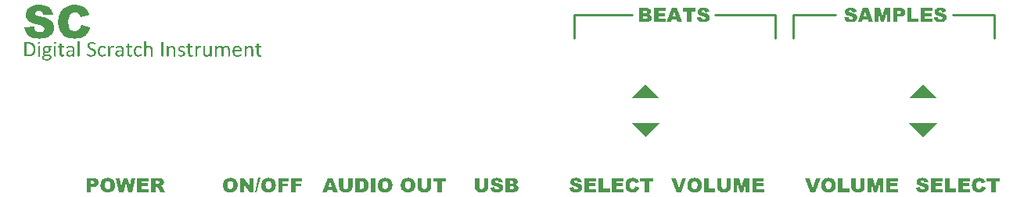
<source format=gto>
G04 Layer_Color=15132400*
%FSLAX25Y25*%
%MOIN*%
G70*
G01*
G75*
%ADD10C,0.01000*%
G36*
X530270Y185211D02*
X530368D01*
X530478Y185200D01*
X530598Y185189D01*
X530729Y185167D01*
X531013Y185113D01*
X531308Y185036D01*
X531582Y184927D01*
X531713Y184861D01*
X531833Y184785D01*
X531844D01*
X531855Y184763D01*
X531931Y184708D01*
X532030Y184599D01*
X532150Y184457D01*
X532216Y184369D01*
X532270Y184271D01*
X532336Y184151D01*
X532390Y184030D01*
X532445Y183899D01*
X532489Y183757D01*
X532522Y183593D01*
X532554Y183429D01*
X530806Y183331D01*
Y183353D01*
X530795Y183397D01*
X530773Y183473D01*
X530740Y183561D01*
X530696Y183648D01*
X530653Y183746D01*
X530587Y183845D01*
X530511Y183921D01*
X530500Y183932D01*
X530467Y183954D01*
X530423Y183976D01*
X530358Y184020D01*
X530270Y184052D01*
X530161Y184074D01*
X530041Y184096D01*
X529898Y184107D01*
X529844D01*
X529789Y184096D01*
X529713Y184085D01*
X529549Y184052D01*
X529472Y184009D01*
X529407Y183965D01*
X529396Y183954D01*
X529385Y183943D01*
X529330Y183878D01*
X529275Y183768D01*
X529264Y183703D01*
X529253Y183637D01*
Y183626D01*
Y183615D01*
X529275Y183550D01*
X529308Y183462D01*
X529341Y183418D01*
X529385Y183375D01*
X529396D01*
X529418Y183353D01*
X529450Y183331D01*
X529516Y183298D01*
X529592Y183265D01*
X529702Y183233D01*
X529833Y183189D01*
X529997Y183156D01*
X530008D01*
X530051Y183145D01*
X530117Y183134D01*
X530194Y183112D01*
X530292Y183090D01*
X530412Y183058D01*
X530543Y183025D01*
X530674Y182992D01*
X530959Y182916D01*
X531254Y182817D01*
X531516Y182719D01*
X531636Y182675D01*
X531746Y182621D01*
X531756D01*
X531767Y182610D01*
X531833Y182577D01*
X531920Y182522D01*
X532041Y182446D01*
X532161Y182347D01*
X532292Y182238D01*
X532412Y182107D01*
X532511Y181965D01*
X532522Y181943D01*
X532544Y181899D01*
X532587Y181812D01*
X532631Y181702D01*
X532675Y181571D01*
X532718Y181429D01*
X532740Y181254D01*
X532751Y181079D01*
Y181069D01*
Y181058D01*
Y181025D01*
Y180981D01*
X532729Y180872D01*
X532707Y180730D01*
X532675Y180566D01*
X532609Y180380D01*
X532533Y180194D01*
X532423Y180008D01*
X532412Y179986D01*
X532369Y179932D01*
X532292Y179844D01*
X532194Y179735D01*
X532063Y179615D01*
X531910Y179495D01*
X531735Y179385D01*
X531527Y179276D01*
X531516D01*
X531505Y179265D01*
X531472Y179254D01*
X531429Y179243D01*
X531374Y179221D01*
X531297Y179199D01*
X531221Y179178D01*
X531134Y179156D01*
X530926Y179112D01*
X530674Y179068D01*
X530401Y179046D01*
X530084Y179035D01*
X529942D01*
X529833Y179046D01*
X529713Y179057D01*
X529570Y179068D01*
X529418Y179079D01*
X529243Y179112D01*
X528893Y179178D01*
X528543Y179276D01*
X528379Y179341D01*
X528226Y179429D01*
X528084Y179516D01*
X527964Y179615D01*
X527953Y179626D01*
X527942Y179648D01*
X527909Y179680D01*
X527876Y179724D01*
X527833Y179779D01*
X527778Y179844D01*
X527723Y179932D01*
X527669Y180019D01*
X527549Y180238D01*
X527439Y180500D01*
X527363Y180784D01*
X527330Y180948D01*
X527308Y181112D01*
X529068Y181232D01*
Y181211D01*
X529079Y181156D01*
X529090Y181079D01*
X529122Y180992D01*
X529188Y180773D01*
X529243Y180664D01*
X529297Y180577D01*
X529308Y180566D01*
X529352Y180522D01*
X529418Y180467D01*
X529505Y180402D01*
X529625Y180325D01*
X529767Y180271D01*
X529931Y180227D01*
X530117Y180216D01*
X530183D01*
X530248Y180227D01*
X530346Y180238D01*
X530445Y180260D01*
X530543Y180292D01*
X530642Y180336D01*
X530729Y180391D01*
X530740Y180402D01*
X530762Y180424D01*
X530795Y180467D01*
X530838Y180511D01*
X530882Y180577D01*
X530915Y180653D01*
X530937Y180741D01*
X530948Y180828D01*
Y180839D01*
Y180872D01*
X530937Y180915D01*
X530926Y180970D01*
X530893Y181036D01*
X530860Y181101D01*
X530806Y181178D01*
X530740Y181243D01*
X530729Y181254D01*
X530696Y181276D01*
X530631Y181309D01*
X530543Y181353D01*
X530412Y181407D01*
X530248Y181473D01*
X530150Y181506D01*
X530041Y181527D01*
X529920Y181560D01*
X529789Y181593D01*
X529778D01*
X529735Y181604D01*
X529669Y181626D01*
X529592Y181637D01*
X529494Y181670D01*
X529374Y181702D01*
X529253Y181735D01*
X529122Y181779D01*
X528827Y181888D01*
X528543Y182008D01*
X528281Y182150D01*
X528160Y182227D01*
X528051Y182315D01*
Y182325D01*
X528029Y182336D01*
X527975Y182391D01*
X527887Y182489D01*
X527800Y182632D01*
X527702Y182795D01*
X527614Y182992D01*
X527559Y183211D01*
X527549Y183331D01*
X527537Y183462D01*
Y183473D01*
Y183484D01*
Y183539D01*
X527549Y183637D01*
X527570Y183746D01*
X527603Y183878D01*
X527647Y184030D01*
X527712Y184184D01*
X527800Y184336D01*
X527811Y184358D01*
X527854Y184402D01*
X527920Y184479D01*
X528008Y184577D01*
X528117Y184675D01*
X528259Y184785D01*
X528423Y184883D01*
X528609Y184981D01*
X528620D01*
X528630Y184992D01*
X528663Y185003D01*
X528707Y185014D01*
X528762Y185036D01*
X528827Y185058D01*
X528904Y185080D01*
X528991Y185102D01*
X529090Y185124D01*
X529210Y185145D01*
X529461Y185189D01*
X529756Y185211D01*
X530084Y185222D01*
X530194D01*
X530270Y185211D01*
D02*
G37*
G36*
X492135D02*
X492234D01*
X492343Y185200D01*
X492463Y185189D01*
X492594Y185167D01*
X492878Y185113D01*
X493174Y185036D01*
X493447Y184927D01*
X493578Y184861D01*
X493698Y184785D01*
X493709D01*
X493720Y184763D01*
X493797Y184708D01*
X493895Y184599D01*
X494015Y184457D01*
X494081Y184369D01*
X494136Y184271D01*
X494201Y184151D01*
X494256Y184030D01*
X494310Y183899D01*
X494354Y183757D01*
X494387Y183593D01*
X494420Y183429D01*
X492671Y183331D01*
Y183353D01*
X492660Y183397D01*
X492638Y183473D01*
X492605Y183561D01*
X492561Y183648D01*
X492518Y183746D01*
X492452Y183845D01*
X492376Y183921D01*
X492365Y183932D01*
X492332Y183954D01*
X492288Y183976D01*
X492223Y184020D01*
X492135Y184052D01*
X492026Y184074D01*
X491906Y184096D01*
X491764Y184107D01*
X491709D01*
X491654Y184096D01*
X491578Y184085D01*
X491414Y184052D01*
X491337Y184009D01*
X491272Y183965D01*
X491261Y183954D01*
X491250Y183943D01*
X491195Y183878D01*
X491141Y183768D01*
X491130Y183703D01*
X491119Y183637D01*
Y183626D01*
Y183615D01*
X491141Y183550D01*
X491173Y183462D01*
X491206Y183418D01*
X491250Y183375D01*
X491261D01*
X491283Y183353D01*
X491316Y183331D01*
X491381Y183298D01*
X491458Y183265D01*
X491567Y183233D01*
X491698Y183189D01*
X491862Y183156D01*
X491873D01*
X491917Y183145D01*
X491982Y183134D01*
X492059Y183112D01*
X492157Y183090D01*
X492277Y183058D01*
X492409Y183025D01*
X492540Y182992D01*
X492824Y182916D01*
X493119Y182817D01*
X493381Y182719D01*
X493502Y182675D01*
X493611Y182621D01*
X493622D01*
X493633Y182610D01*
X493698Y182577D01*
X493786Y182522D01*
X493906Y182446D01*
X494026Y182347D01*
X494157Y182238D01*
X494277Y182107D01*
X494376Y181965D01*
X494387Y181943D01*
X494409Y181899D01*
X494452Y181812D01*
X494496Y181702D01*
X494540Y181571D01*
X494584Y181429D01*
X494605Y181254D01*
X494616Y181079D01*
Y181069D01*
Y181058D01*
Y181025D01*
Y180981D01*
X494594Y180872D01*
X494573Y180730D01*
X494540Y180566D01*
X494474Y180380D01*
X494398Y180194D01*
X494288Y180008D01*
X494277Y179986D01*
X494234Y179932D01*
X494157Y179844D01*
X494059Y179735D01*
X493928Y179615D01*
X493775Y179495D01*
X493600Y179385D01*
X493392Y179276D01*
X493381D01*
X493370Y179265D01*
X493338Y179254D01*
X493294Y179243D01*
X493239Y179221D01*
X493163Y179199D01*
X493086Y179178D01*
X492999Y179156D01*
X492791Y179112D01*
X492540Y179068D01*
X492266Y179046D01*
X491949Y179035D01*
X491807D01*
X491698Y179046D01*
X491578Y179057D01*
X491436Y179068D01*
X491283Y179079D01*
X491108Y179112D01*
X490758Y179178D01*
X490408Y179276D01*
X490244Y179341D01*
X490091Y179429D01*
X489949Y179516D01*
X489829Y179615D01*
X489818Y179626D01*
X489807Y179648D01*
X489774Y179680D01*
X489742Y179724D01*
X489698Y179779D01*
X489643Y179844D01*
X489589Y179932D01*
X489534Y180019D01*
X489414Y180238D01*
X489304Y180500D01*
X489228Y180784D01*
X489195Y180948D01*
X489173Y181112D01*
X490933Y181232D01*
Y181211D01*
X490944Y181156D01*
X490955Y181079D01*
X490988Y180992D01*
X491053Y180773D01*
X491108Y180664D01*
X491162Y180577D01*
X491173Y180566D01*
X491217Y180522D01*
X491283Y180467D01*
X491370Y180402D01*
X491490Y180325D01*
X491633Y180271D01*
X491796Y180227D01*
X491982Y180216D01*
X492048D01*
X492113Y180227D01*
X492212Y180238D01*
X492310Y180260D01*
X492409Y180292D01*
X492507Y180336D01*
X492594Y180391D01*
X492605Y180402D01*
X492627Y180424D01*
X492660Y180467D01*
X492704Y180511D01*
X492747Y180577D01*
X492780Y180653D01*
X492802Y180741D01*
X492813Y180828D01*
Y180839D01*
Y180872D01*
X492802Y180915D01*
X492791Y180970D01*
X492758Y181036D01*
X492726Y181101D01*
X492671Y181178D01*
X492605Y181243D01*
X492594Y181254D01*
X492561Y181276D01*
X492496Y181309D01*
X492409Y181353D01*
X492277Y181407D01*
X492113Y181473D01*
X492015Y181506D01*
X491906Y181527D01*
X491785Y181560D01*
X491654Y181593D01*
X491643D01*
X491600Y181604D01*
X491534Y181626D01*
X491458Y181637D01*
X491359Y181670D01*
X491239Y181702D01*
X491119Y181735D01*
X490988Y181779D01*
X490693Y181888D01*
X490408Y182008D01*
X490146Y182150D01*
X490026Y182227D01*
X489917Y182315D01*
Y182325D01*
X489895Y182336D01*
X489840Y182391D01*
X489752Y182489D01*
X489665Y182632D01*
X489567Y182795D01*
X489479Y182992D01*
X489425Y183211D01*
X489414Y183331D01*
X489403Y183462D01*
Y183473D01*
Y183484D01*
Y183539D01*
X489414Y183637D01*
X489435Y183746D01*
X489468Y183878D01*
X489512Y184030D01*
X489578Y184184D01*
X489665Y184336D01*
X489676Y184358D01*
X489720Y184402D01*
X489785Y184479D01*
X489873Y184577D01*
X489982Y184675D01*
X490124Y184785D01*
X490288Y184883D01*
X490474Y184981D01*
X490485D01*
X490496Y184992D01*
X490528Y185003D01*
X490572Y185014D01*
X490627Y185036D01*
X490693Y185058D01*
X490769Y185080D01*
X490857Y185102D01*
X490955Y185124D01*
X491075Y185145D01*
X491326Y185189D01*
X491622Y185211D01*
X491949Y185222D01*
X492059D01*
X492135Y185211D01*
D02*
G37*
G36*
X508782Y179134D02*
X507262D01*
Y183703D01*
X506093Y179134D01*
X504716D01*
X503557Y183703D01*
Y179134D01*
X502038D01*
Y185124D01*
X504475D01*
X505404Y181473D01*
X506344Y185124D01*
X508782D01*
Y179134D01*
D02*
G37*
G36*
X420057D02*
X418112D01*
X417817Y180118D01*
X415718D01*
X415423Y179134D01*
X413532D01*
X415773Y185124D01*
X417806D01*
X420057Y179134D01*
D02*
G37*
G36*
X413051Y183845D02*
X409947D01*
Y182894D01*
X412822D01*
Y181670D01*
X409947D01*
Y180489D01*
X413139D01*
Y179134D01*
X408089D01*
Y185124D01*
X413051D01*
Y183845D01*
D02*
G37*
G36*
X405182Y185113D02*
X405258D01*
X405335Y185102D01*
X405532Y185069D01*
X405750Y185014D01*
X405969Y184938D01*
X406176Y184828D01*
X406373Y184686D01*
X406384D01*
X406395Y184664D01*
X406450Y184610D01*
X406526Y184522D01*
X406613Y184391D01*
X406690Y184238D01*
X406767Y184063D01*
X406821Y183856D01*
X406843Y183746D01*
Y183626D01*
Y183615D01*
Y183604D01*
Y183539D01*
X406821Y183440D01*
X406799Y183320D01*
X406756Y183178D01*
X406701Y183025D01*
X406613Y182872D01*
X406504Y182719D01*
X406493Y182708D01*
X406461Y182675D01*
X406417Y182632D01*
X406340Y182577D01*
X406253Y182511D01*
X406144Y182446D01*
X406012Y182380D01*
X405859Y182315D01*
X405870D01*
X405892Y182304D01*
X405925D01*
X405969Y182282D01*
X406078Y182249D01*
X406220Y182194D01*
X406373Y182118D01*
X406537Y182019D01*
X406679Y181910D01*
X406810Y181779D01*
X406821Y181757D01*
X406854Y181713D01*
X406909Y181626D01*
X406963Y181517D01*
X407018Y181385D01*
X407073Y181221D01*
X407105Y181036D01*
X407116Y180828D01*
Y180806D01*
Y180752D01*
X407105Y180664D01*
X407094Y180555D01*
X407062Y180424D01*
X407029Y180281D01*
X406974Y180139D01*
X406898Y179997D01*
X406887Y179986D01*
X406854Y179932D01*
X406810Y179866D01*
X406745Y179790D01*
X406657Y179691D01*
X406548Y179593D01*
X406428Y179495D01*
X406297Y179407D01*
X406286D01*
X406253Y179385D01*
X406198Y179363D01*
X406122Y179331D01*
X406023Y179298D01*
X405903Y179265D01*
X405761Y179243D01*
X405597Y179210D01*
X405575D01*
X405542Y179199D01*
X405499D01*
X405389Y179189D01*
X405258Y179178D01*
X405116Y179156D01*
X404985Y179145D01*
X404865Y179134D01*
X401575D01*
Y185124D01*
X405127D01*
X405182Y185113D01*
D02*
G37*
G36*
X501470Y179134D02*
X499524D01*
X499229Y180118D01*
X497130D01*
X496835Y179134D01*
X494944D01*
X497185Y185124D01*
X499218D01*
X501470Y179134D01*
D02*
G37*
G36*
X152934Y170633D02*
X153055Y170600D01*
X153109Y170578D01*
X153153Y170545D01*
X153175Y170524D01*
X153186Y170502D01*
X153208Y170458D01*
X153229Y170414D01*
X153240Y170349D01*
X153262Y170272D01*
Y170174D01*
Y170163D01*
Y170130D01*
Y170086D01*
X153251Y170021D01*
X153219Y169901D01*
X153186Y169846D01*
X153153Y169802D01*
X153131Y169791D01*
X153109Y169770D01*
X153066Y169758D01*
X153022Y169737D01*
X152945Y169715D01*
X152869Y169704D01*
X152683D01*
X152617Y169715D01*
X152497Y169737D01*
X152443Y169758D01*
X152399Y169791D01*
X152388Y169813D01*
X152366Y169835D01*
X152355Y169879D01*
X152333Y169922D01*
X152311Y169988D01*
X152300Y170065D01*
Y170163D01*
Y170174D01*
Y170207D01*
X152311Y170250D01*
Y170316D01*
X152344Y170436D01*
X152366Y170491D01*
X152399Y170535D01*
X152421Y170556D01*
X152443Y170567D01*
X152486Y170589D01*
X152541Y170611D01*
X152606Y170622D01*
X152683Y170644D01*
X152869D01*
X152934Y170633D01*
D02*
G37*
G36*
X146158D02*
X146278Y170600D01*
X146333Y170578D01*
X146376Y170545D01*
X146398Y170524D01*
X146409Y170502D01*
X146431Y170458D01*
X146453Y170414D01*
X146464Y170349D01*
X146486Y170272D01*
Y170174D01*
Y170163D01*
Y170130D01*
Y170086D01*
X146475Y170021D01*
X146442Y169901D01*
X146409Y169846D01*
X146376Y169802D01*
X146354Y169791D01*
X146333Y169770D01*
X146289Y169758D01*
X146245Y169737D01*
X146169Y169715D01*
X146092Y169704D01*
X145906D01*
X145841Y169715D01*
X145721Y169737D01*
X145666Y169758D01*
X145622Y169791D01*
X145611Y169813D01*
X145589Y169835D01*
X145579Y169879D01*
X145557Y169922D01*
X145535Y169988D01*
X145524Y170065D01*
Y170163D01*
Y170174D01*
Y170207D01*
X145535Y170250D01*
Y170316D01*
X145568Y170436D01*
X145589Y170491D01*
X145622Y170535D01*
X145644Y170556D01*
X145666Y170567D01*
X145710Y170589D01*
X145764Y170611D01*
X145830Y170622D01*
X145906Y170644D01*
X146092D01*
X146158Y170633D01*
D02*
G37*
G36*
X526554Y183845D02*
X523450D01*
Y182894D01*
X526324D01*
Y181670D01*
X523450D01*
Y180489D01*
X526641D01*
Y179134D01*
X521592D01*
Y185124D01*
X526554D01*
Y183845D01*
D02*
G37*
G36*
X517853Y180609D02*
X520750D01*
Y179134D01*
X516006D01*
Y185124D01*
X517853D01*
Y180609D01*
D02*
G37*
G36*
X513186Y185113D02*
X513274D01*
X513372Y185102D01*
X513591Y185069D01*
X513831Y185003D01*
X514083Y184916D01*
X514323Y184807D01*
X514432Y184730D01*
X514531Y184643D01*
X514542D01*
X514553Y184621D01*
X514574Y184588D01*
X514607Y184555D01*
X514695Y184446D01*
X514782Y184293D01*
X514870Y184096D01*
X514957Y183867D01*
X515012Y183593D01*
X515034Y183451D01*
Y183287D01*
Y183276D01*
Y183244D01*
Y183200D01*
X515023Y183134D01*
Y183058D01*
X515001Y182970D01*
X514968Y182774D01*
X514902Y182544D01*
X514804Y182304D01*
X514739Y182183D01*
X514673Y182074D01*
X514585Y181965D01*
X514487Y181866D01*
X514476D01*
X514465Y181844D01*
X514432Y181823D01*
X514389Y181790D01*
X514323Y181746D01*
X514258Y181702D01*
X514170Y181659D01*
X514072Y181615D01*
X513963Y181571D01*
X513842Y181527D01*
X513700Y181484D01*
X513547Y181440D01*
X513383Y181407D01*
X513208Y181385D01*
X513023Y181375D01*
X512815Y181364D01*
X511809D01*
Y179134D01*
X509951D01*
Y185124D01*
X513121D01*
X513186Y185113D01*
D02*
G37*
G36*
X425850Y183648D02*
X423959D01*
Y179134D01*
X422112D01*
Y183648D01*
X420221D01*
Y185124D01*
X425850D01*
Y183648D01*
D02*
G37*
G36*
X488366Y107775D02*
X491262D01*
Y106299D01*
X486519D01*
Y112289D01*
X488366D01*
Y107775D01*
D02*
G37*
G36*
X482650Y112376D02*
X482781Y112365D01*
X482923Y112344D01*
X483087Y112322D01*
X483251Y112289D01*
X483436Y112245D01*
X483622Y112190D01*
X483819Y112125D01*
X484005Y112048D01*
X484191Y111950D01*
X484376Y111841D01*
X484541Y111721D01*
X484704Y111578D01*
X484715Y111567D01*
X484737Y111546D01*
X484781Y111491D01*
X484836Y111436D01*
X484890Y111349D01*
X484967Y111250D01*
X485043Y111130D01*
X485120Y110999D01*
X485196Y110846D01*
X485262Y110682D01*
X485338Y110496D01*
X485393Y110300D01*
X485448Y110081D01*
X485491Y109852D01*
X485513Y109600D01*
X485524Y109338D01*
Y109327D01*
Y109294D01*
Y109239D01*
Y109163D01*
X485513Y109075D01*
X485502Y108966D01*
X485491Y108857D01*
X485480Y108726D01*
X485437Y108452D01*
X485371Y108168D01*
X485284Y107884D01*
X485163Y107611D01*
Y107600D01*
X485152Y107578D01*
X485131Y107545D01*
X485098Y107501D01*
X485021Y107381D01*
X484901Y107228D01*
X484759Y107064D01*
X484584Y106889D01*
X484387Y106726D01*
X484147Y106572D01*
X484136D01*
X484114Y106562D01*
X484081Y106540D01*
X484027Y106518D01*
X483961Y106485D01*
X483885Y106452D01*
X483797Y106420D01*
X483688Y106387D01*
X483568Y106354D01*
X483448Y106321D01*
X483163Y106255D01*
X482835Y106212D01*
X482475Y106201D01*
X482311D01*
X482223Y106212D01*
X482125Y106223D01*
X482016D01*
X481884Y106245D01*
X481622Y106277D01*
X481349Y106332D01*
X481065Y106409D01*
X480802Y106518D01*
X480792D01*
X480770Y106529D01*
X480737Y106551D01*
X480693Y106583D01*
X480573Y106660D01*
X480420Y106769D01*
X480245Y106900D01*
X480070Y107086D01*
X479884Y107294D01*
X479720Y107534D01*
Y107545D01*
X479699Y107567D01*
X479688Y107611D01*
X479655Y107666D01*
X479622Y107731D01*
X479589Y107808D01*
X479556Y107906D01*
X479524Y108015D01*
X479480Y108135D01*
X479447Y108267D01*
X479414Y108409D01*
X479382Y108573D01*
X479338Y108912D01*
X479316Y109283D01*
Y109305D01*
Y109349D01*
X479327Y109425D01*
Y109524D01*
X479338Y109644D01*
X479360Y109786D01*
X479382Y109950D01*
X479414Y110114D01*
X479458Y110300D01*
X479513Y110485D01*
X479578Y110671D01*
X479655Y110868D01*
X479753Y111054D01*
X479862Y111240D01*
X479983Y111404D01*
X480125Y111567D01*
X480136Y111578D01*
X480168Y111600D01*
X480212Y111644D01*
X480278Y111699D01*
X480365Y111753D01*
X480464Y111830D01*
X480584Y111906D01*
X480715Y111983D01*
X480868Y112059D01*
X481043Y112125D01*
X481229Y112201D01*
X481436Y112256D01*
X481655Y112311D01*
X481895Y112354D01*
X482147Y112376D01*
X482409Y112387D01*
X482551D01*
X482650Y112376D01*
D02*
G37*
G36*
X522647D02*
X522745D01*
X522855Y112365D01*
X522975Y112354D01*
X523106Y112333D01*
X523390Y112278D01*
X523685Y112201D01*
X523959Y112092D01*
X524090Y112027D01*
X524210Y111950D01*
X524221D01*
X524232Y111928D01*
X524308Y111873D01*
X524407Y111764D01*
X524527Y111622D01*
X524593Y111535D01*
X524647Y111436D01*
X524713Y111316D01*
X524767Y111196D01*
X524822Y111065D01*
X524866Y110923D01*
X524899Y110759D01*
X524931Y110595D01*
X523183Y110496D01*
Y110518D01*
X523172Y110562D01*
X523150Y110638D01*
X523117Y110726D01*
X523073Y110813D01*
X523030Y110912D01*
X522964Y111010D01*
X522888Y111087D01*
X522877Y111098D01*
X522844Y111119D01*
X522800Y111141D01*
X522734Y111185D01*
X522647Y111218D01*
X522538Y111240D01*
X522417Y111261D01*
X522275Y111272D01*
X522221D01*
X522166Y111261D01*
X522090Y111250D01*
X521926Y111218D01*
X521849Y111174D01*
X521784Y111130D01*
X521773Y111119D01*
X521762Y111108D01*
X521707Y111043D01*
X521652Y110933D01*
X521641Y110868D01*
X521631Y110802D01*
Y110792D01*
Y110781D01*
X521652Y110715D01*
X521685Y110627D01*
X521718Y110584D01*
X521762Y110540D01*
X521773D01*
X521795Y110518D01*
X521827Y110496D01*
X521893Y110464D01*
X521969Y110431D01*
X522079Y110398D01*
X522210Y110354D01*
X522374Y110321D01*
X522385D01*
X522429Y110310D01*
X522494Y110300D01*
X522571Y110278D01*
X522669Y110256D01*
X522789Y110223D01*
X522920Y110190D01*
X523052Y110158D01*
X523336Y110081D01*
X523631Y109983D01*
X523893Y109884D01*
X524013Y109841D01*
X524123Y109786D01*
X524134D01*
X524145Y109775D01*
X524210Y109742D01*
X524298Y109687D01*
X524418Y109611D01*
X524538Y109513D01*
X524669Y109403D01*
X524789Y109272D01*
X524888Y109130D01*
X524899Y109108D01*
X524921Y109064D01*
X524964Y108977D01*
X525008Y108868D01*
X525052Y108737D01*
X525095Y108595D01*
X525117Y108420D01*
X525128Y108245D01*
Y108234D01*
Y108223D01*
Y108190D01*
Y108146D01*
X525106Y108037D01*
X525084Y107895D01*
X525052Y107731D01*
X524986Y107545D01*
X524910Y107359D01*
X524800Y107174D01*
X524789Y107152D01*
X524746Y107097D01*
X524669Y107010D01*
X524571Y106900D01*
X524440Y106780D01*
X524287Y106660D01*
X524112Y106551D01*
X523904Y106441D01*
X523893D01*
X523882Y106430D01*
X523849Y106420D01*
X523806Y106409D01*
X523751Y106387D01*
X523674Y106365D01*
X523598Y106343D01*
X523511Y106321D01*
X523303Y106277D01*
X523052Y106234D01*
X522778Y106212D01*
X522461Y106201D01*
X522319D01*
X522210Y106212D01*
X522090Y106223D01*
X521947Y106234D01*
X521795Y106245D01*
X521620Y106277D01*
X521270Y106343D01*
X520920Y106441D01*
X520756Y106507D01*
X520603Y106594D01*
X520461Y106682D01*
X520341Y106780D01*
X520330Y106791D01*
X520319Y106813D01*
X520286Y106846D01*
X520253Y106889D01*
X520210Y106944D01*
X520155Y107010D01*
X520100Y107097D01*
X520046Y107185D01*
X519925Y107403D01*
X519816Y107666D01*
X519740Y107950D01*
X519707Y108114D01*
X519685Y108277D01*
X521445Y108398D01*
Y108376D01*
X521456Y108321D01*
X521467Y108245D01*
X521499Y108157D01*
X521565Y107939D01*
X521620Y107829D01*
X521674Y107742D01*
X521685Y107731D01*
X521729Y107687D01*
X521795Y107633D01*
X521882Y107567D01*
X522002Y107491D01*
X522144Y107436D01*
X522308Y107392D01*
X522494Y107381D01*
X522560D01*
X522625Y107392D01*
X522724Y107403D01*
X522822Y107425D01*
X522920Y107458D01*
X523019Y107501D01*
X523106Y107556D01*
X523117Y107567D01*
X523139Y107589D01*
X523172Y107633D01*
X523215Y107676D01*
X523259Y107742D01*
X523292Y107818D01*
X523314Y107906D01*
X523325Y107993D01*
Y108004D01*
Y108037D01*
X523314Y108081D01*
X523303Y108135D01*
X523270Y108201D01*
X523237Y108267D01*
X523183Y108343D01*
X523117Y108409D01*
X523106Y108420D01*
X523073Y108441D01*
X523008Y108474D01*
X522920Y108518D01*
X522789Y108573D01*
X522625Y108638D01*
X522527Y108671D01*
X522417Y108693D01*
X522297Y108726D01*
X522166Y108758D01*
X522155D01*
X522112Y108769D01*
X522046Y108791D01*
X521969Y108802D01*
X521871Y108835D01*
X521751Y108868D01*
X521631Y108901D01*
X521499Y108944D01*
X521204Y109054D01*
X520920Y109174D01*
X520658Y109316D01*
X520538Y109392D01*
X520428Y109480D01*
Y109491D01*
X520406Y109502D01*
X520352Y109556D01*
X520264Y109655D01*
X520177Y109797D01*
X520079Y109961D01*
X519991Y110158D01*
X519936Y110376D01*
X519925Y110496D01*
X519915Y110627D01*
Y110638D01*
Y110649D01*
Y110704D01*
X519925Y110802D01*
X519947Y110912D01*
X519980Y111043D01*
X520024Y111196D01*
X520089Y111349D01*
X520177Y111502D01*
X520188Y111524D01*
X520231Y111567D01*
X520297Y111644D01*
X520385Y111742D01*
X520494Y111841D01*
X520636Y111950D01*
X520800Y112048D01*
X520986Y112147D01*
X520997D01*
X521008Y112158D01*
X521040Y112169D01*
X521084Y112180D01*
X521139Y112201D01*
X521204Y112223D01*
X521281Y112245D01*
X521368Y112267D01*
X521467Y112289D01*
X521587Y112311D01*
X521838Y112354D01*
X522133Y112376D01*
X522461Y112387D01*
X522571D01*
X522647Y112376D01*
D02*
G37*
G36*
X476704Y106299D02*
X474704D01*
X472441Y112289D01*
X474376D01*
X475720Y107972D01*
X477053Y112289D01*
X478933D01*
X476704Y106299D01*
D02*
G37*
G36*
X497853Y108715D02*
Y108704D01*
Y108693D01*
Y108627D01*
X497842Y108529D01*
X497831Y108398D01*
X497810Y108234D01*
X497777Y108070D01*
X497733Y107895D01*
X497678Y107709D01*
X497667Y107687D01*
X497646Y107633D01*
X497613Y107545D01*
X497547Y107436D01*
X497482Y107305D01*
X497383Y107163D01*
X497285Y107021D01*
X497154Y106889D01*
X497143Y106878D01*
X497088Y106835D01*
X497022Y106769D01*
X496935Y106693D01*
X496826Y106616D01*
X496695Y106540D01*
X496563Y106463D01*
X496421Y106398D01*
X496410D01*
X496399Y106387D01*
X496367Y106376D01*
X496323Y106365D01*
X496214Y106332D01*
X496050Y106299D01*
X495864Y106266D01*
X495645Y106234D01*
X495394Y106212D01*
X495121Y106201D01*
X494957D01*
X494837Y106212D01*
X494694D01*
X494530Y106234D01*
X494356Y106245D01*
X494159Y106266D01*
X494137D01*
X494071Y106277D01*
X493973Y106288D01*
X493864Y106321D01*
X493722Y106343D01*
X493580Y106387D01*
X493437Y106441D01*
X493295Y106496D01*
X493285Y106507D01*
X493241Y106529D01*
X493175Y106572D01*
X493088Y106627D01*
X492989Y106704D01*
X492880Y106791D01*
X492771Y106889D01*
X492661Y107010D01*
X492651Y107021D01*
X492618Y107064D01*
X492563Y107141D01*
X492508Y107228D01*
X492443Y107327D01*
X492377Y107447D01*
X492312Y107578D01*
X492268Y107709D01*
Y107720D01*
X492257Y107731D01*
Y107764D01*
X492246Y107808D01*
X492213Y107917D01*
X492192Y108048D01*
X492159Y108201D01*
X492126Y108376D01*
X492115Y108551D01*
X492104Y108715D01*
Y112289D01*
X493951D01*
Y108638D01*
Y108616D01*
Y108562D01*
X493962Y108463D01*
X493984Y108354D01*
X494017Y108234D01*
X494061Y108114D01*
X494126Y107982D01*
X494213Y107873D01*
X494224Y107862D01*
X494268Y107829D01*
X494323Y107786D01*
X494410Y107742D01*
X494520Y107687D01*
X494651Y107644D01*
X494804Y107611D01*
X494979Y107600D01*
X495055D01*
X495143Y107611D01*
X495252Y107633D01*
X495372Y107666D01*
X495503Y107709D01*
X495623Y107775D01*
X495733Y107862D01*
X495744Y107873D01*
X495777Y107917D01*
X495820Y107972D01*
X495875Y108059D01*
X495919Y108168D01*
X495962Y108310D01*
X495995Y108463D01*
X496006Y108638D01*
Y112289D01*
X497853D01*
Y108715D01*
D02*
G37*
G36*
X511942Y111010D02*
X508838D01*
Y110059D01*
X511712D01*
Y108835D01*
X508838D01*
Y107655D01*
X512029D01*
Y106299D01*
X506980D01*
Y112289D01*
X511942D01*
Y111010D01*
D02*
G37*
G36*
X533949Y107775D02*
X536845D01*
Y106299D01*
X532101D01*
Y112289D01*
X533949D01*
Y107775D01*
D02*
G37*
G36*
X531019Y111010D02*
X527915D01*
Y110059D01*
X530790D01*
Y108835D01*
X527915D01*
Y107655D01*
X531107D01*
Y106299D01*
X526057D01*
Y112289D01*
X531019D01*
Y111010D01*
D02*
G37*
G36*
X429326Y185211D02*
X429424D01*
X429534Y185200D01*
X429654Y185189D01*
X429785Y185167D01*
X430069Y185113D01*
X430364Y185036D01*
X430638Y184927D01*
X430769Y184861D01*
X430889Y184785D01*
X430900D01*
X430911Y184763D01*
X430987Y184708D01*
X431086Y184599D01*
X431206Y184457D01*
X431272Y184369D01*
X431326Y184271D01*
X431392Y184151D01*
X431447Y184030D01*
X431501Y183899D01*
X431545Y183757D01*
X431578Y183593D01*
X431610Y183429D01*
X429862Y183331D01*
Y183353D01*
X429851Y183397D01*
X429829Y183473D01*
X429796Y183561D01*
X429752Y183648D01*
X429709Y183746D01*
X429643Y183845D01*
X429566Y183921D01*
X429556Y183932D01*
X429523Y183954D01*
X429479Y183976D01*
X429414Y184020D01*
X429326Y184052D01*
X429217Y184074D01*
X429097Y184096D01*
X428955Y184107D01*
X428900D01*
X428845Y184096D01*
X428769Y184085D01*
X428605Y184052D01*
X428528Y184009D01*
X428463Y183965D01*
X428452Y183954D01*
X428441Y183943D01*
X428386Y183878D01*
X428332Y183768D01*
X428321Y183703D01*
X428310Y183637D01*
Y183626D01*
Y183615D01*
X428332Y183550D01*
X428364Y183462D01*
X428397Y183418D01*
X428441Y183375D01*
X428452D01*
X428474Y183353D01*
X428506Y183331D01*
X428572Y183298D01*
X428648Y183265D01*
X428758Y183233D01*
X428889Y183189D01*
X429053Y183156D01*
X429064D01*
X429108Y183145D01*
X429173Y183134D01*
X429250Y183112D01*
X429348Y183090D01*
X429468Y183058D01*
X429599Y183025D01*
X429731Y182992D01*
X430015Y182916D01*
X430310Y182817D01*
X430572Y182719D01*
X430692Y182675D01*
X430802Y182621D01*
X430813D01*
X430824Y182610D01*
X430889Y182577D01*
X430976Y182522D01*
X431097Y182446D01*
X431217Y182347D01*
X431348Y182238D01*
X431468Y182107D01*
X431567Y181965D01*
X431578Y181943D01*
X431600Y181899D01*
X431643Y181812D01*
X431687Y181702D01*
X431731Y181571D01*
X431774Y181429D01*
X431796Y181254D01*
X431807Y181079D01*
Y181069D01*
Y181058D01*
Y181025D01*
Y180981D01*
X431785Y180872D01*
X431764Y180730D01*
X431731Y180566D01*
X431665Y180380D01*
X431589Y180194D01*
X431479Y180008D01*
X431468Y179986D01*
X431425Y179932D01*
X431348Y179844D01*
X431250Y179735D01*
X431119Y179615D01*
X430966Y179495D01*
X430791Y179385D01*
X430583Y179276D01*
X430572D01*
X430561Y179265D01*
X430528Y179254D01*
X430485Y179243D01*
X430430Y179221D01*
X430353Y179199D01*
X430277Y179178D01*
X430190Y179156D01*
X429982Y179112D01*
X429731Y179068D01*
X429457Y179046D01*
X429140Y179035D01*
X428998D01*
X428889Y179046D01*
X428769Y179057D01*
X428627Y179068D01*
X428474Y179079D01*
X428299Y179112D01*
X427949Y179178D01*
X427599Y179276D01*
X427435Y179341D01*
X427282Y179429D01*
X427140Y179516D01*
X427020Y179615D01*
X427009Y179626D01*
X426998Y179648D01*
X426965Y179680D01*
X426932Y179724D01*
X426889Y179779D01*
X426834Y179844D01*
X426779Y179932D01*
X426725Y180019D01*
X426605Y180238D01*
X426495Y180500D01*
X426419Y180784D01*
X426386Y180948D01*
X426364Y181112D01*
X428124Y181232D01*
Y181211D01*
X428135Y181156D01*
X428146Y181079D01*
X428178Y180992D01*
X428244Y180773D01*
X428299Y180664D01*
X428353Y180577D01*
X428364Y180566D01*
X428408Y180522D01*
X428474Y180467D01*
X428561Y180402D01*
X428681Y180325D01*
X428823Y180271D01*
X428987Y180227D01*
X429173Y180216D01*
X429239D01*
X429304Y180227D01*
X429403Y180238D01*
X429501Y180260D01*
X429599Y180292D01*
X429698Y180336D01*
X429785Y180391D01*
X429796Y180402D01*
X429818Y180424D01*
X429851Y180467D01*
X429894Y180511D01*
X429938Y180577D01*
X429971Y180653D01*
X429993Y180741D01*
X430004Y180828D01*
Y180839D01*
Y180872D01*
X429993Y180915D01*
X429982Y180970D01*
X429949Y181036D01*
X429916Y181101D01*
X429862Y181178D01*
X429796Y181243D01*
X429785Y181254D01*
X429752Y181276D01*
X429687Y181309D01*
X429599Y181353D01*
X429468Y181407D01*
X429304Y181473D01*
X429206Y181506D01*
X429097Y181527D01*
X428976Y181560D01*
X428845Y181593D01*
X428834D01*
X428791Y181604D01*
X428725Y181626D01*
X428648Y181637D01*
X428550Y181670D01*
X428430Y181702D01*
X428310Y181735D01*
X428178Y181779D01*
X427883Y181888D01*
X427599Y182008D01*
X427337Y182150D01*
X427217Y182227D01*
X427107Y182315D01*
Y182325D01*
X427085Y182336D01*
X427031Y182391D01*
X426943Y182489D01*
X426856Y182632D01*
X426757Y182795D01*
X426670Y182992D01*
X426615Y183211D01*
X426605Y183331D01*
X426594Y183462D01*
Y183473D01*
Y183484D01*
Y183539D01*
X426605Y183637D01*
X426626Y183746D01*
X426659Y183878D01*
X426703Y184030D01*
X426768Y184184D01*
X426856Y184336D01*
X426867Y184358D01*
X426910Y184402D01*
X426976Y184479D01*
X427064Y184577D01*
X427173Y184675D01*
X427315Y184785D01*
X427479Y184883D01*
X427665Y184981D01*
X427676D01*
X427687Y184992D01*
X427719Y185003D01*
X427763Y185014D01*
X427818Y185036D01*
X427883Y185058D01*
X427960Y185080D01*
X428047Y185102D01*
X428146Y185124D01*
X428266Y185145D01*
X428517Y185189D01*
X428812Y185211D01*
X429140Y185222D01*
X429250D01*
X429326Y185211D01*
D02*
G37*
G36*
X546726Y112376D02*
X546824D01*
X546934Y112365D01*
X547054Y112354D01*
X547185Y112333D01*
X547480Y112278D01*
X547775Y112190D01*
X548059Y112081D01*
X548190Y112005D01*
X548322Y111928D01*
X548333D01*
X548354Y111906D01*
X548387Y111884D01*
X548431Y111841D01*
X548486Y111797D01*
X548551Y111731D01*
X548617Y111666D01*
X548693Y111578D01*
X548770Y111491D01*
X548846Y111382D01*
X548934Y111272D01*
X549010Y111141D01*
X549087Y110999D01*
X549163Y110857D01*
X549229Y110693D01*
X549294Y110518D01*
X547655Y110158D01*
Y110168D01*
X547644Y110201D01*
X547622Y110256D01*
X547600Y110310D01*
X547535Y110442D01*
X547502Y110496D01*
X547469Y110551D01*
X547458Y110562D01*
X547447Y110584D01*
X547403Y110627D01*
X547360Y110671D01*
X547240Y110781D01*
X547086Y110879D01*
X547076Y110890D01*
X547054Y110901D01*
X546999Y110923D01*
X546945Y110944D01*
X546868Y110966D01*
X546780Y110977D01*
X546682Y110999D01*
X546518D01*
X546485Y110988D01*
X546365Y110977D01*
X546223Y110933D01*
X546070Y110879D01*
X545906Y110781D01*
X545753Y110660D01*
X545687Y110573D01*
X545622Y110485D01*
X545611Y110464D01*
X545578Y110420D01*
X545545Y110321D01*
X545502Y110201D01*
X545447Y110037D01*
X545414Y109841D01*
X545381Y109600D01*
X545370Y109316D01*
Y109305D01*
Y109272D01*
Y109218D01*
Y109152D01*
X545381Y109075D01*
Y108977D01*
X545403Y108769D01*
X545447Y108551D01*
X545491Y108321D01*
X545567Y108114D01*
X545611Y108026D01*
X545666Y107950D01*
X545677Y107939D01*
X545720Y107895D01*
X545797Y107840D01*
X545884Y107775D01*
X546004Y107698D01*
X546158Y107644D01*
X546321Y107600D01*
X546518Y107589D01*
X546606D01*
X546704Y107600D01*
X546824Y107622D01*
X546955Y107666D01*
X547086Y107709D01*
X547218Y107786D01*
X547327Y107884D01*
X547338Y107895D01*
X547371Y107939D01*
X547425Y108004D01*
X547480Y108103D01*
X547546Y108223D01*
X547611Y108376D01*
X547677Y108551D01*
X547731Y108758D01*
X549349Y108256D01*
Y108245D01*
X549338Y108223D01*
X549327Y108190D01*
X549316Y108146D01*
X549284Y108015D01*
X549218Y107862D01*
X549152Y107676D01*
X549054Y107491D01*
X548956Y107305D01*
X548824Y107119D01*
X548813Y107097D01*
X548759Y107043D01*
X548682Y106966D01*
X548584Y106857D01*
X548453Y106747D01*
X548311Y106638D01*
X548136Y106529D01*
X547950Y106430D01*
X547939D01*
X547928Y106420D01*
X547895Y106409D01*
X547863Y106398D01*
X547742Y106354D01*
X547589Y106321D01*
X547403Y106277D01*
X547174Y106234D01*
X546912Y106212D01*
X546628Y106201D01*
X546463D01*
X546376Y106212D01*
X546289D01*
X546179Y106223D01*
X546059Y106234D01*
X545808Y106266D01*
X545535Y106321D01*
X545272Y106387D01*
X545021Y106474D01*
X545010D01*
X544999Y106485D01*
X544966Y106507D01*
X544922Y106529D01*
X544802Y106605D01*
X544660Y106704D01*
X544496Y106846D01*
X544310Y107010D01*
X544136Y107217D01*
X543961Y107469D01*
Y107480D01*
X543939Y107501D01*
X543917Y107545D01*
X543895Y107600D01*
X543862Y107666D01*
X543819Y107753D01*
X543775Y107851D01*
X543742Y107972D01*
X543698Y108092D01*
X543654Y108234D01*
X543622Y108387D01*
X543578Y108551D01*
X543556Y108726D01*
X543534Y108912D01*
X543512Y109305D01*
Y109327D01*
Y109371D01*
X543523Y109447D01*
Y109545D01*
X543534Y109677D01*
X543556Y109819D01*
X543578Y109972D01*
X543611Y110147D01*
X543654Y110332D01*
X543709Y110518D01*
X543764Y110704D01*
X543840Y110901D01*
X543939Y111087D01*
X544037Y111261D01*
X544157Y111436D01*
X544299Y111589D01*
X544310Y111600D01*
X544332Y111622D01*
X544387Y111666D01*
X544442Y111710D01*
X544529Y111775D01*
X544627Y111841D01*
X544737Y111917D01*
X544879Y111994D01*
X545021Y112059D01*
X545196Y112136D01*
X545381Y112201D01*
X545578Y112267D01*
X545797Y112311D01*
X546026Y112354D01*
X546278Y112376D01*
X546540Y112387D01*
X546649D01*
X546726Y112376D01*
D02*
G37*
G36*
X555448Y110813D02*
X553557D01*
Y106299D01*
X551710D01*
Y110813D01*
X549819D01*
Y112289D01*
X555448D01*
Y110813D01*
D02*
G37*
G36*
X542649Y111010D02*
X539545D01*
Y110059D01*
X542419D01*
Y108835D01*
X539545D01*
Y107655D01*
X542736D01*
Y106299D01*
X537687D01*
Y112289D01*
X542649D01*
Y111010D01*
D02*
G37*
G36*
X168772Y170545D02*
X168914Y170524D01*
X168925D01*
X168947Y170513D01*
X168991D01*
X169045Y170502D01*
X169165Y170469D01*
X169297Y170425D01*
X169307D01*
X169329Y170414D01*
X169362Y170403D01*
X169406Y170393D01*
X169515Y170349D01*
X169624Y170294D01*
X169635D01*
X169646Y170283D01*
X169701Y170261D01*
X169767Y170218D01*
X169810Y170185D01*
X169821Y170174D01*
X169832Y170163D01*
X169854Y170130D01*
X169865Y170108D01*
X169876Y170097D01*
X169898Y170043D01*
Y170032D01*
X169909Y170010D01*
Y169944D01*
Y169933D01*
X169920Y169912D01*
Y169857D01*
Y169802D01*
Y169791D01*
Y169748D01*
Y169704D01*
X169909Y169649D01*
Y169638D01*
X169898Y169606D01*
X169887Y169529D01*
Y169518D01*
X169876Y169507D01*
X169843Y169463D01*
X169832D01*
X169788Y169453D01*
X169778D01*
X169745Y169463D01*
X169701Y169485D01*
X169624Y169518D01*
X169603Y169529D01*
X169548Y169562D01*
X169460Y169606D01*
X169351Y169660D01*
X169340D01*
X169329Y169671D01*
X169297Y169693D01*
X169253Y169715D01*
X169133Y169758D01*
X168980Y169813D01*
X168969D01*
X168947Y169824D01*
X168892Y169835D01*
X168837Y169857D01*
X168761Y169868D01*
X168684Y169879D01*
X168488Y169890D01*
X168400D01*
X168335Y169879D01*
X168193Y169857D01*
X168040Y169813D01*
X168029D01*
X168007Y169802D01*
X167974Y169791D01*
X167930Y169770D01*
X167832Y169704D01*
X167734Y169627D01*
X167712Y169606D01*
X167668Y169551D01*
X167602Y169474D01*
X167548Y169365D01*
Y169354D01*
X167537Y169343D01*
X167526Y169310D01*
Y169267D01*
X167504Y169157D01*
X167493Y169037D01*
Y169026D01*
Y168993D01*
X167504Y168950D01*
Y168884D01*
X167537Y168742D01*
X167602Y168600D01*
X167613Y168589D01*
X167624Y168567D01*
X167646Y168534D01*
X167690Y168491D01*
X167788Y168381D01*
X167919Y168272D01*
X167930Y168261D01*
X167952Y168250D01*
X167996Y168217D01*
X168051Y168185D01*
X168116Y168141D01*
X168193Y168097D01*
X168368Y168010D01*
X168378D01*
X168411Y167988D01*
X168466Y167966D01*
X168521Y167944D01*
X168597Y167911D01*
X168684Y167868D01*
X168870Y167780D01*
X168881D01*
X168914Y167758D01*
X168969Y167736D01*
X169034Y167704D01*
X169111Y167660D01*
X169198Y167616D01*
X169384Y167507D01*
X169395Y167496D01*
X169428Y167485D01*
X169472Y167452D01*
X169537Y167409D01*
X169679Y167299D01*
X169832Y167168D01*
X169843Y167157D01*
X169865Y167135D01*
X169898Y167092D01*
X169941Y167037D01*
X169996Y166971D01*
X170051Y166895D01*
X170149Y166709D01*
X170160Y166698D01*
X170171Y166665D01*
X170193Y166611D01*
X170215Y166534D01*
X170237Y166436D01*
X170247Y166326D01*
X170269Y166206D01*
Y166075D01*
Y166053D01*
Y165999D01*
X170258Y165922D01*
X170247Y165824D01*
X170226Y165703D01*
X170204Y165572D01*
X170160Y165441D01*
X170105Y165310D01*
X170095Y165299D01*
X170073Y165255D01*
X170040Y165190D01*
X169996Y165113D01*
X169931Y165026D01*
X169854Y164927D01*
X169767Y164840D01*
X169668Y164742D01*
X169657Y164731D01*
X169614Y164709D01*
X169559Y164665D01*
X169482Y164611D01*
X169384Y164556D01*
X169264Y164501D01*
X169144Y164446D01*
X169001Y164392D01*
X168980D01*
X168936Y164370D01*
X168859Y164359D01*
X168761Y164337D01*
X168641Y164315D01*
X168499Y164304D01*
X168346Y164283D01*
X168072D01*
X167996Y164294D01*
X167909D01*
X167810Y164304D01*
X167613Y164337D01*
X167602D01*
X167570Y164348D01*
X167515Y164359D01*
X167460Y164370D01*
X167307Y164403D01*
X167143Y164457D01*
X167132D01*
X167111Y164468D01*
X167078Y164490D01*
X167023Y164501D01*
X166914Y164556D01*
X166805Y164611D01*
X166794D01*
X166783Y164621D01*
X166728Y164665D01*
X166663Y164709D01*
X166608Y164753D01*
X166597Y164763D01*
X166575Y164796D01*
X166553Y164840D01*
X166531Y164895D01*
Y164917D01*
X166520Y164960D01*
X166509Y165037D01*
Y165135D01*
Y165157D01*
Y165190D01*
Y165244D01*
Y165299D01*
Y165310D01*
X166520Y165343D01*
X166531Y165376D01*
X166542Y165408D01*
Y165419D01*
X166553Y165430D01*
X166586Y165474D01*
X166597D01*
X166608Y165485D01*
X166651Y165496D01*
X166663D01*
X166695Y165485D01*
X166761Y165463D01*
X166837Y165408D01*
X166848D01*
X166859Y165398D01*
X166925Y165354D01*
X167012Y165299D01*
X167143Y165234D01*
X167154D01*
X167176Y165223D01*
X167220Y165201D01*
X167274Y165179D01*
X167340Y165157D01*
X167417Y165124D01*
X167602Y165059D01*
X167613D01*
X167646Y165048D01*
X167712Y165037D01*
X167788Y165026D01*
X167876Y165004D01*
X167985Y164993D01*
X168094Y164982D01*
X168324D01*
X168389Y164993D01*
X168542Y165015D01*
X168706Y165048D01*
X168717D01*
X168739Y165059D01*
X168783Y165080D01*
X168837Y165102D01*
X168958Y165157D01*
X169078Y165244D01*
X169089Y165255D01*
X169111Y165266D01*
X169176Y165332D01*
X169253Y165430D01*
X169329Y165561D01*
Y165572D01*
X169340Y165594D01*
X169362Y165638D01*
X169373Y165682D01*
X169395Y165747D01*
X169406Y165824D01*
X169417Y165988D01*
Y165999D01*
Y166031D01*
X169406Y166086D01*
Y166141D01*
X169362Y166283D01*
X169340Y166359D01*
X169297Y166436D01*
Y166447D01*
X169275Y166469D01*
X169253Y166501D01*
X169209Y166545D01*
X169111Y166644D01*
X168980Y166753D01*
X168969Y166764D01*
X168947Y166775D01*
X168903Y166807D01*
X168859Y166840D01*
X168794Y166873D01*
X168717Y166917D01*
X168542Y167004D01*
X168532Y167015D01*
X168499Y167026D01*
X168444Y167048D01*
X168389Y167081D01*
X168302Y167113D01*
X168226Y167157D01*
X168029Y167245D01*
X168018Y167255D01*
X167985Y167266D01*
X167941Y167288D01*
X167876Y167321D01*
X167799Y167365D01*
X167712Y167409D01*
X167526Y167507D01*
X167515Y167518D01*
X167482Y167540D01*
X167438Y167562D01*
X167384Y167605D01*
X167242Y167715D01*
X167089Y167857D01*
X167078Y167868D01*
X167056Y167889D01*
X167023Y167933D01*
X166979Y167988D01*
X166936Y168053D01*
X166881Y168130D01*
X166783Y168316D01*
Y168327D01*
X166761Y168359D01*
X166750Y168425D01*
X166728Y168502D01*
X166706Y168589D01*
X166684Y168698D01*
X166673Y168830D01*
X166663Y168961D01*
Y168983D01*
Y169026D01*
X166673Y169103D01*
X166684Y169190D01*
X166695Y169299D01*
X166717Y169409D01*
X166750Y169529D01*
X166794Y169638D01*
X166805Y169649D01*
X166815Y169693D01*
X166848Y169748D01*
X166892Y169813D01*
X166947Y169901D01*
X167012Y169977D01*
X167176Y170141D01*
X167187Y170152D01*
X167220Y170174D01*
X167274Y170218D01*
X167340Y170261D01*
X167428Y170305D01*
X167537Y170360D01*
X167646Y170414D01*
X167766Y170458D01*
X167777D01*
X167832Y170480D01*
X167898Y170491D01*
X167996Y170513D01*
X168105Y170535D01*
X168226Y170545D01*
X168368Y170567D01*
X168641D01*
X168772Y170545D01*
D02*
G37*
G36*
X152967Y168873D02*
X152978D01*
X153011Y168862D01*
X153055Y168851D01*
X153087Y168840D01*
X153098D01*
X153109Y168830D01*
X153153Y168786D01*
X153164Y168775D01*
X153175Y168731D01*
Y164479D01*
Y164468D01*
Y164457D01*
X153153Y164414D01*
X153142Y164403D01*
X153087Y164370D01*
X153077D01*
X153055Y164359D01*
X153022D01*
X152967Y164348D01*
X152924D01*
X152858Y164337D01*
X152650D01*
X152585Y164348D01*
X152574D01*
X152552Y164359D01*
X152475Y164370D01*
X152464D01*
X152453Y164381D01*
X152410Y164414D01*
Y164436D01*
X152399Y164479D01*
Y168731D01*
Y168742D01*
Y168753D01*
X152410Y168786D01*
Y168797D01*
X152432Y168808D01*
X152475Y168840D01*
X152486D01*
X152508Y168851D01*
X152541Y168862D01*
X152585Y168873D01*
X152596D01*
X152639Y168884D01*
X152912D01*
X152967Y168873D01*
D02*
G37*
G36*
X146191D02*
X146202D01*
X146234Y168862D01*
X146278Y168851D01*
X146311Y168840D01*
X146322D01*
X146333Y168830D01*
X146376Y168786D01*
X146387Y168775D01*
X146398Y168731D01*
Y164479D01*
Y164468D01*
Y164457D01*
X146376Y164414D01*
X146365Y164403D01*
X146311Y164370D01*
X146300D01*
X146278Y164359D01*
X146245D01*
X146191Y164348D01*
X146147D01*
X146081Y164337D01*
X145874D01*
X145808Y164348D01*
X145797D01*
X145775Y164359D01*
X145699Y164370D01*
X145688D01*
X145677Y164381D01*
X145633Y164414D01*
Y164436D01*
X145622Y164479D01*
Y168731D01*
Y168742D01*
Y168753D01*
X145633Y168786D01*
Y168797D01*
X145655Y168808D01*
X145699Y168840D01*
X145710D01*
X145731Y168851D01*
X145764Y168862D01*
X145808Y168873D01*
X145819D01*
X145863Y168884D01*
X146136D01*
X146191Y168873D01*
D02*
G37*
G36*
X239402Y170010D02*
X239412D01*
X239445Y169999D01*
X239489Y169988D01*
X239522Y169977D01*
X239533D01*
X239544Y169966D01*
X239587Y169922D01*
X239598Y169912D01*
X239609Y169868D01*
Y168862D01*
X240713D01*
X240757Y168840D01*
X240768D01*
X240779Y168830D01*
X240812Y168775D01*
Y168764D01*
X240823Y168753D01*
X240833Y168720D01*
X240844Y168676D01*
Y168666D01*
X240855Y168644D01*
Y168589D01*
Y168534D01*
Y168523D01*
Y168502D01*
Y168436D01*
X240833Y168359D01*
X240812Y168283D01*
X240801Y168272D01*
X240779Y168250D01*
X240746Y168228D01*
X240691Y168217D01*
X239609D01*
Y165846D01*
Y165824D01*
Y165769D01*
X239620Y165693D01*
Y165594D01*
X239664Y165376D01*
X239686Y165277D01*
X239729Y165179D01*
X239740Y165168D01*
X239751Y165146D01*
X239784Y165113D01*
X239839Y165070D01*
X239904Y165026D01*
X239981Y164993D01*
X240079Y164971D01*
X240199Y164960D01*
X240320D01*
X240385Y164971D01*
X240396D01*
X240440Y164982D01*
X240484Y165004D01*
X240538Y165015D01*
X240549Y165026D01*
X240582Y165037D01*
X240648Y165070D01*
X240659D01*
X240680Y165080D01*
X240746Y165091D01*
X240757D01*
X240790Y165070D01*
X240801Y165059D01*
X240823Y165026D01*
Y165015D01*
X240833Y165004D01*
X240844Y164938D01*
Y164927D01*
X240855Y164906D01*
Y164851D01*
Y164796D01*
Y164774D01*
Y164720D01*
X240844Y164654D01*
X240833Y164578D01*
Y164567D01*
X240823Y164534D01*
X240801Y164490D01*
X240768Y164457D01*
X240757D01*
X240746Y164436D01*
X240713Y164414D01*
X240659Y164392D01*
X240648D01*
X240604Y164381D01*
X240549Y164370D01*
X240484Y164348D01*
X240473D01*
X240429Y164337D01*
X240364Y164326D01*
X240287Y164315D01*
X240265D01*
X240221Y164304D01*
X240145Y164294D01*
X239948D01*
X239872Y164304D01*
X239784Y164315D01*
X239686Y164326D01*
X239500Y164370D01*
X239489D01*
X239467Y164392D01*
X239423Y164403D01*
X239369Y164436D01*
X239238Y164523D01*
X239117Y164632D01*
X239106Y164643D01*
X239096Y164665D01*
X239063Y164709D01*
X239030Y164763D01*
X238997Y164829D01*
X238964Y164906D01*
X238899Y165091D01*
Y165102D01*
X238888Y165135D01*
X238877Y165201D01*
X238866Y165277D01*
X238855Y165365D01*
X238844Y165474D01*
X238833Y165594D01*
Y165725D01*
Y168217D01*
X238221D01*
X238188Y168228D01*
X238145Y168250D01*
X238112Y168283D01*
Y168294D01*
X238101Y168349D01*
X238090Y168425D01*
X238079Y168534D01*
Y168545D01*
Y168589D01*
Y168633D01*
X238090Y168676D01*
Y168687D01*
X238101Y168709D01*
Y168742D01*
X238112Y168775D01*
Y168786D01*
X238123Y168797D01*
X238166Y168840D01*
X238177D01*
X238188Y168851D01*
X238232Y168862D01*
X238833D01*
Y169868D01*
Y169879D01*
Y169890D01*
X238844Y169922D01*
Y169933D01*
X238866Y169944D01*
X238910Y169977D01*
X238921D01*
X238943Y169988D01*
X238975Y169999D01*
X239019Y170010D01*
X239030D01*
X239074Y170021D01*
X239347D01*
X239402Y170010D01*
D02*
G37*
G36*
X180598Y168939D02*
X180718Y168928D01*
X180850Y168906D01*
X180981Y168873D01*
X181101Y168840D01*
X181112D01*
X181156Y168818D01*
X181210Y168797D01*
X181287Y168764D01*
X181462Y168666D01*
X181549Y168600D01*
X181626Y168534D01*
X181637Y168523D01*
X181658Y168502D01*
X181691Y168458D01*
X181735Y168403D01*
X181779Y168327D01*
X181833Y168239D01*
X181877Y168141D01*
X181910Y168032D01*
Y168021D01*
X181921Y167977D01*
X181943Y167922D01*
X181965Y167835D01*
X181975Y167736D01*
X181997Y167616D01*
X182008Y167485D01*
Y167343D01*
Y164468D01*
Y164457D01*
Y164436D01*
X181986Y164414D01*
X181965Y164392D01*
X181954D01*
X181943Y164381D01*
X181910Y164370D01*
X181855Y164359D01*
X181844D01*
X181811Y164348D01*
X181746Y164337D01*
X181604D01*
X181538Y164348D01*
X181473Y164359D01*
X181462D01*
X181429Y164370D01*
X181396Y164381D01*
X181363Y164392D01*
X181352Y164414D01*
X181342Y164436D01*
X181331Y164468D01*
Y164895D01*
X181320Y164884D01*
X181287Y164851D01*
X181221Y164796D01*
X181156Y164731D01*
X181057Y164654D01*
X180948Y164578D01*
X180839Y164501D01*
X180708Y164436D01*
X180697Y164425D01*
X180653Y164414D01*
X180576Y164392D01*
X180489Y164359D01*
X180380Y164326D01*
X180259Y164304D01*
X180128Y164294D01*
X179986Y164283D01*
X179866D01*
X179779Y164294D01*
X179691Y164304D01*
X179582Y164315D01*
X179374Y164370D01*
X179363D01*
X179330Y164381D01*
X179276Y164403D01*
X179221Y164425D01*
X179068Y164501D01*
X178915Y164611D01*
X178904Y164621D01*
X178882Y164643D01*
X178849Y164676D01*
X178806Y164731D01*
X178762Y164785D01*
X178707Y164862D01*
X178620Y165026D01*
Y165037D01*
X178609Y165070D01*
X178587Y165113D01*
X178576Y165190D01*
X178554Y165266D01*
X178532Y165354D01*
X178522Y165572D01*
Y165583D01*
Y165627D01*
X178532Y165693D01*
X178543Y165780D01*
X178554Y165878D01*
X178587Y165977D01*
X178620Y166086D01*
X178664Y166184D01*
X178674Y166195D01*
X178685Y166228D01*
X178718Y166283D01*
X178773Y166348D01*
X178828Y166414D01*
X178904Y166490D01*
X178981Y166567D01*
X179079Y166632D01*
X179090Y166644D01*
X179134Y166665D01*
X179188Y166698D01*
X179265Y166731D01*
X179363Y166775D01*
X179472Y166818D01*
X179604Y166862D01*
X179746Y166895D01*
X179768D01*
X179822Y166906D01*
X179899Y166928D01*
X180008Y166939D01*
X180139Y166960D01*
X180292Y166971D01*
X180467Y166982D01*
X181232D01*
Y167310D01*
Y167321D01*
Y167354D01*
Y167398D01*
X181221Y167452D01*
X181210Y167594D01*
X181177Y167736D01*
Y167747D01*
X181167Y167769D01*
X181156Y167802D01*
X181134Y167846D01*
X181079Y167955D01*
X181003Y168053D01*
Y168064D01*
X180981Y168075D01*
X180926Y168130D01*
X180828Y168195D01*
X180708Y168250D01*
X180697D01*
X180675Y168261D01*
X180631Y168272D01*
X180587Y168283D01*
X180522Y168294D01*
X180445Y168305D01*
X180259Y168316D01*
X180150D01*
X180085Y168305D01*
X179910Y168283D01*
X179735Y168239D01*
X179724D01*
X179702Y168228D01*
X179658Y168217D01*
X179604Y168195D01*
X179472Y168152D01*
X179341Y168086D01*
X179330D01*
X179308Y168075D01*
X179276Y168064D01*
X179243Y168043D01*
X179145Y167999D01*
X179046Y167944D01*
X179024Y167933D01*
X178981Y167911D01*
X178926Y167889D01*
X178882Y167879D01*
X178860D01*
X178806Y167889D01*
X178795Y167900D01*
X178762Y167944D01*
Y167955D01*
X178751Y167977D01*
X178729Y168043D01*
Y168053D01*
Y168086D01*
Y168130D01*
Y168174D01*
Y168185D01*
Y168195D01*
Y168239D01*
Y168305D01*
X178740Y168359D01*
Y168370D01*
X178762Y168403D01*
X178784Y168447D01*
X178817Y168491D01*
X178828Y168502D01*
X178871Y168534D01*
X178937Y168578D01*
X179035Y168633D01*
X179046D01*
X179068Y168644D01*
X179101Y168666D01*
X179145Y168687D01*
X179254Y168731D01*
X179396Y168786D01*
X179407D01*
X179429Y168797D01*
X179472Y168808D01*
X179527Y168830D01*
X179593Y168840D01*
X179669Y168862D01*
X179844Y168895D01*
X179855D01*
X179888Y168906D01*
X179931Y168917D01*
X179997Y168928D01*
X180063D01*
X180150Y168939D01*
X180325Y168950D01*
X180489D01*
X180598Y168939D01*
D02*
G37*
G36*
X163056Y170939D02*
X163066D01*
X163099Y170928D01*
X163143Y170917D01*
X163176Y170906D01*
X163187D01*
X163198Y170895D01*
X163241Y170852D01*
X163252Y170841D01*
X163263Y170797D01*
Y164479D01*
Y164468D01*
Y164457D01*
X163241Y164414D01*
X163230Y164403D01*
X163176Y164370D01*
X163165D01*
X163143Y164359D01*
X163110D01*
X163056Y164348D01*
X163012D01*
X162946Y164337D01*
X162739D01*
X162673Y164348D01*
X162662D01*
X162640Y164359D01*
X162564Y164370D01*
X162553D01*
X162542Y164381D01*
X162498Y164414D01*
Y164436D01*
X162487Y164479D01*
Y170797D01*
Y170808D01*
Y170819D01*
X162498Y170852D01*
Y170862D01*
X162520Y170873D01*
X162564Y170906D01*
X162575D01*
X162596Y170917D01*
X162629Y170928D01*
X162673Y170939D01*
X162684D01*
X162728Y170950D01*
X163001D01*
X163056Y170939D01*
D02*
G37*
G36*
X159645Y168939D02*
X159766Y168928D01*
X159897Y168906D01*
X160028Y168873D01*
X160148Y168840D01*
X160159D01*
X160203Y168818D01*
X160257Y168797D01*
X160334Y168764D01*
X160509Y168666D01*
X160596Y168600D01*
X160673Y168534D01*
X160684Y168523D01*
X160706Y168502D01*
X160738Y168458D01*
X160782Y168403D01*
X160826Y168327D01*
X160880Y168239D01*
X160924Y168141D01*
X160957Y168032D01*
Y168021D01*
X160968Y167977D01*
X160990Y167922D01*
X161012Y167835D01*
X161023Y167736D01*
X161044Y167616D01*
X161055Y167485D01*
Y167343D01*
Y164468D01*
Y164457D01*
Y164436D01*
X161033Y164414D01*
X161012Y164392D01*
X161001D01*
X160990Y164381D01*
X160957Y164370D01*
X160902Y164359D01*
X160891D01*
X160859Y164348D01*
X160793Y164337D01*
X160651D01*
X160585Y164348D01*
X160520Y164359D01*
X160509D01*
X160476Y164370D01*
X160443Y164381D01*
X160410Y164392D01*
X160400Y164414D01*
X160389Y164436D01*
X160378Y164468D01*
Y164895D01*
X160367Y164884D01*
X160334Y164851D01*
X160268Y164796D01*
X160203Y164731D01*
X160105Y164654D01*
X159995Y164578D01*
X159886Y164501D01*
X159755Y164436D01*
X159744Y164425D01*
X159700Y164414D01*
X159624Y164392D01*
X159536Y164359D01*
X159427Y164326D01*
X159307Y164304D01*
X159175Y164294D01*
X159033Y164283D01*
X158913D01*
X158826Y164294D01*
X158738Y164304D01*
X158629Y164315D01*
X158421Y164370D01*
X158410D01*
X158378Y164381D01*
X158323Y164403D01*
X158268Y164425D01*
X158115Y164501D01*
X157962Y164611D01*
X157951Y164621D01*
X157929Y164643D01*
X157897Y164676D01*
X157853Y164731D01*
X157809Y164785D01*
X157755Y164862D01*
X157667Y165026D01*
Y165037D01*
X157656Y165070D01*
X157634Y165113D01*
X157623Y165190D01*
X157601Y165266D01*
X157580Y165354D01*
X157569Y165572D01*
Y165583D01*
Y165627D01*
X157580Y165693D01*
X157591Y165780D01*
X157601Y165878D01*
X157634Y165977D01*
X157667Y166086D01*
X157711Y166184D01*
X157722Y166195D01*
X157733Y166228D01*
X157765Y166283D01*
X157820Y166348D01*
X157875Y166414D01*
X157951Y166490D01*
X158028Y166567D01*
X158126Y166632D01*
X158137Y166644D01*
X158181Y166665D01*
X158235Y166698D01*
X158312Y166731D01*
X158410Y166775D01*
X158520Y166818D01*
X158651Y166862D01*
X158793Y166895D01*
X158815D01*
X158869Y166906D01*
X158946Y166928D01*
X159055Y166939D01*
X159186Y166960D01*
X159339Y166971D01*
X159514Y166982D01*
X160279D01*
Y167310D01*
Y167321D01*
Y167354D01*
Y167398D01*
X160268Y167452D01*
X160257Y167594D01*
X160225Y167736D01*
Y167747D01*
X160214Y167769D01*
X160203Y167802D01*
X160181Y167846D01*
X160126Y167955D01*
X160050Y168053D01*
Y168064D01*
X160028Y168075D01*
X159973Y168130D01*
X159875Y168195D01*
X159755Y168250D01*
X159744D01*
X159722Y168261D01*
X159678Y168272D01*
X159634Y168283D01*
X159569Y168294D01*
X159492Y168305D01*
X159307Y168316D01*
X159197D01*
X159132Y168305D01*
X158957Y168283D01*
X158782Y168239D01*
X158771D01*
X158749Y168228D01*
X158705Y168217D01*
X158651Y168195D01*
X158520Y168152D01*
X158388Y168086D01*
X158378D01*
X158356Y168075D01*
X158323Y168064D01*
X158290Y168043D01*
X158192Y167999D01*
X158093Y167944D01*
X158071Y167933D01*
X158028Y167911D01*
X157973Y167889D01*
X157929Y167879D01*
X157907D01*
X157853Y167889D01*
X157842Y167900D01*
X157809Y167944D01*
Y167955D01*
X157798Y167977D01*
X157776Y168043D01*
Y168053D01*
Y168086D01*
Y168130D01*
Y168174D01*
Y168185D01*
Y168195D01*
Y168239D01*
Y168305D01*
X157787Y168359D01*
Y168370D01*
X157809Y168403D01*
X157831Y168447D01*
X157864Y168491D01*
X157875Y168502D01*
X157919Y168534D01*
X157984Y168578D01*
X158082Y168633D01*
X158093D01*
X158115Y168644D01*
X158148Y168666D01*
X158192Y168687D01*
X158301Y168731D01*
X158443Y168786D01*
X158454D01*
X158476Y168797D01*
X158520Y168808D01*
X158574Y168830D01*
X158640Y168840D01*
X158716Y168862D01*
X158891Y168895D01*
X158902D01*
X158935Y168906D01*
X158979Y168917D01*
X159044Y168928D01*
X159110D01*
X159197Y168939D01*
X159372Y168950D01*
X159536D01*
X159645Y168939D01*
D02*
G37*
G36*
X230679D02*
X230800Y168928D01*
X230931Y168906D01*
X231073Y168884D01*
X231215Y168840D01*
X231357Y168786D01*
X231368Y168775D01*
X231423Y168753D01*
X231488Y168720D01*
X231565Y168666D01*
X231652Y168611D01*
X231751Y168534D01*
X231849Y168447D01*
X231936Y168349D01*
X231947Y168338D01*
X231969Y168305D01*
X232013Y168239D01*
X232068Y168163D01*
X232122Y168075D01*
X232177Y167966D01*
X232231Y167846D01*
X232275Y167715D01*
Y167704D01*
X232297Y167649D01*
X232308Y167583D01*
X232330Y167485D01*
X232352Y167365D01*
X232363Y167234D01*
X232384Y167092D01*
Y166939D01*
Y166797D01*
Y166786D01*
Y166764D01*
X232374Y166698D01*
X232341Y166611D01*
X232286Y166534D01*
X232275Y166523D01*
X232231Y166501D01*
X232166Y166469D01*
X232079Y166458D01*
X229280D01*
Y166447D01*
Y166392D01*
Y166326D01*
X229291Y166239D01*
Y166141D01*
X229313Y166031D01*
X229346Y165813D01*
Y165802D01*
X229357Y165769D01*
X229379Y165714D01*
X229401Y165649D01*
X229477Y165485D01*
X229587Y165321D01*
X229597Y165310D01*
X229619Y165288D01*
X229652Y165255D01*
X229707Y165212D01*
X229761Y165157D01*
X229838Y165113D01*
X230013Y165015D01*
X230024D01*
X230057Y165004D01*
X230122Y164982D01*
X230199Y164971D01*
X230297Y164949D01*
X230406Y164927D01*
X230526Y164917D01*
X230778D01*
X230854Y164927D01*
X231029Y164938D01*
X231204Y164960D01*
X231215D01*
X231248Y164971D01*
X231292Y164982D01*
X231346Y164993D01*
X231477Y165026D01*
X231620Y165070D01*
X231630D01*
X231652Y165080D01*
X231718Y165113D01*
X231816Y165146D01*
X231904Y165179D01*
X231915D01*
X231926Y165190D01*
X231969Y165212D01*
X232024Y165223D01*
X232079Y165234D01*
X232100D01*
X232133Y165212D01*
X232144D01*
X232155Y165201D01*
X232177Y165157D01*
Y165146D01*
X232188Y165135D01*
X232199Y165070D01*
Y165059D01*
X232210Y165037D01*
Y164982D01*
Y164927D01*
Y164917D01*
Y164895D01*
X232199Y164818D01*
Y164807D01*
Y164796D01*
X232188Y164731D01*
X232177Y164709D01*
X232155Y164665D01*
X232144Y164654D01*
X232122Y164621D01*
X232100Y164600D01*
X232046Y164578D01*
X231969Y164534D01*
X231958D01*
X231947Y164523D01*
X231915Y164512D01*
X231882Y164501D01*
X231772Y164468D01*
X231630Y164425D01*
X231620D01*
X231598Y164414D01*
X231554Y164403D01*
X231499Y164392D01*
X231434Y164381D01*
X231346Y164359D01*
X231160Y164326D01*
X231150D01*
X231117Y164315D01*
X231062D01*
X230996Y164304D01*
X230909Y164294D01*
X230811D01*
X230592Y164283D01*
X230505D01*
X230406Y164294D01*
X230286Y164304D01*
X230133Y164315D01*
X229980Y164348D01*
X229827Y164381D01*
X229674Y164425D01*
X229652Y164436D01*
X229608Y164446D01*
X229532Y164490D01*
X229444Y164534D01*
X229335Y164589D01*
X229226Y164665D01*
X229117Y164753D01*
X229007Y164851D01*
X228996Y164862D01*
X228963Y164906D01*
X228920Y164971D01*
X228854Y165048D01*
X228789Y165157D01*
X228723Y165277D01*
X228657Y165419D01*
X228603Y165572D01*
Y165594D01*
X228581Y165649D01*
X228559Y165736D01*
X228537Y165867D01*
X228515Y166009D01*
X228493Y166184D01*
X228483Y166381D01*
X228472Y166589D01*
Y166600D01*
Y166611D01*
Y166676D01*
X228483Y166786D01*
X228493Y166917D01*
X228504Y167070D01*
X228526Y167234D01*
X228559Y167409D01*
X228603Y167572D01*
X228614Y167594D01*
X228625Y167649D01*
X228657Y167726D01*
X228712Y167835D01*
X228767Y167944D01*
X228832Y168075D01*
X228920Y168195D01*
X229007Y168316D01*
X229018Y168327D01*
X229051Y168370D01*
X229117Y168425D01*
X229193Y168491D01*
X229280Y168567D01*
X229390Y168644D01*
X229521Y168720D01*
X229652Y168786D01*
X229674Y168797D01*
X229718Y168808D01*
X229794Y168840D01*
X229903Y168873D01*
X230024Y168895D01*
X230177Y168928D01*
X230330Y168939D01*
X230505Y168950D01*
X230592D01*
X230679Y168939D01*
D02*
G37*
G36*
X146677Y186428D02*
X146906D01*
X147162Y186402D01*
X147442Y186377D01*
X147748Y186326D01*
X148412Y186198D01*
X149100Y186020D01*
X149738Y185764D01*
X150044Y185611D01*
X150325Y185433D01*
X150350D01*
X150376Y185382D01*
X150555Y185254D01*
X150784Y184999D01*
X151065Y184667D01*
X151218Y184463D01*
X151345Y184234D01*
X151498Y183953D01*
X151626Y183672D01*
X151753Y183366D01*
X151856Y183035D01*
X151932Y182652D01*
X152008Y182270D01*
X147927Y182040D01*
Y182091D01*
X147901Y182193D01*
X147850Y182371D01*
X147774Y182576D01*
X147672Y182780D01*
X147570Y183009D01*
X147417Y183239D01*
X147238Y183417D01*
X147213Y183443D01*
X147136Y183494D01*
X147034Y183545D01*
X146881Y183647D01*
X146677Y183724D01*
X146422Y183775D01*
X146141Y183826D01*
X145810Y183851D01*
X145682D01*
X145554Y183826D01*
X145376Y183800D01*
X144993Y183724D01*
X144815Y183622D01*
X144662Y183519D01*
X144636Y183494D01*
X144611Y183468D01*
X144483Y183315D01*
X144355Y183060D01*
X144330Y182907D01*
X144305Y182754D01*
Y182729D01*
Y182703D01*
X144355Y182550D01*
X144432Y182346D01*
X144509Y182244D01*
X144611Y182142D01*
X144636D01*
X144687Y182091D01*
X144764Y182040D01*
X144917Y181963D01*
X145095Y181887D01*
X145350Y181810D01*
X145657Y181708D01*
X146039Y181632D01*
X146065D01*
X146167Y181606D01*
X146320Y181581D01*
X146498Y181530D01*
X146728Y181479D01*
X147009Y181402D01*
X147315Y181326D01*
X147621Y181249D01*
X148284Y181070D01*
X148973Y180841D01*
X149585Y180611D01*
X149866Y180509D01*
X150121Y180382D01*
X150146D01*
X150172Y180356D01*
X150325Y180280D01*
X150529Y180152D01*
X150810Y179974D01*
X151090Y179744D01*
X151396Y179489D01*
X151677Y179183D01*
X151907Y178851D01*
X151932Y178800D01*
X151983Y178698D01*
X152085Y178494D01*
X152187Y178239D01*
X152289Y177933D01*
X152391Y177601D01*
X152442Y177193D01*
X152468Y176785D01*
Y176759D01*
Y176734D01*
Y176657D01*
Y176555D01*
X152417Y176300D01*
X152366Y175969D01*
X152289Y175586D01*
X152136Y175152D01*
X151957Y174718D01*
X151702Y174285D01*
X151677Y174234D01*
X151575Y174106D01*
X151396Y173902D01*
X151167Y173647D01*
X150861Y173366D01*
X150503Y173086D01*
X150095Y172831D01*
X149611Y172576D01*
X149585D01*
X149560Y172550D01*
X149483Y172525D01*
X149381Y172499D01*
X149253Y172448D01*
X149075Y172397D01*
X148896Y172346D01*
X148692Y172295D01*
X148207Y172193D01*
X147621Y172091D01*
X146983Y172040D01*
X146243Y172014D01*
X145912D01*
X145657Y172040D01*
X145376Y172065D01*
X145044Y172091D01*
X144687Y172116D01*
X144279Y172193D01*
X143463Y172346D01*
X142646Y172576D01*
X142264Y172729D01*
X141907Y172933D01*
X141575Y173137D01*
X141294Y173366D01*
X141269Y173392D01*
X141243Y173443D01*
X141167Y173520D01*
X141090Y173622D01*
X140988Y173749D01*
X140861Y173902D01*
X140733Y174106D01*
X140606Y174310D01*
X140325Y174821D01*
X140070Y175433D01*
X139891Y176096D01*
X139815Y176479D01*
X139764Y176861D01*
X143871Y177142D01*
Y177091D01*
X143896Y176963D01*
X143922Y176785D01*
X143998Y176581D01*
X144151Y176071D01*
X144279Y175815D01*
X144407Y175611D01*
X144432Y175586D01*
X144534Y175484D01*
X144687Y175356D01*
X144891Y175203D01*
X145172Y175025D01*
X145503Y174897D01*
X145886Y174795D01*
X146320Y174769D01*
X146473D01*
X146626Y174795D01*
X146855Y174821D01*
X147085Y174872D01*
X147315Y174948D01*
X147544Y175050D01*
X147748Y175178D01*
X147774Y175203D01*
X147825Y175254D01*
X147901Y175356D01*
X148003Y175458D01*
X148106Y175611D01*
X148182Y175790D01*
X148233Y175994D01*
X148259Y176198D01*
Y176224D01*
Y176300D01*
X148233Y176402D01*
X148207Y176530D01*
X148131Y176683D01*
X148055Y176836D01*
X147927Y177014D01*
X147774Y177167D01*
X147748Y177193D01*
X147672Y177244D01*
X147519Y177321D01*
X147315Y177423D01*
X147009Y177550D01*
X146626Y177703D01*
X146396Y177780D01*
X146141Y177831D01*
X145861Y177907D01*
X145554Y177984D01*
X145529D01*
X145427Y178009D01*
X145274Y178060D01*
X145095Y178086D01*
X144866Y178162D01*
X144585Y178239D01*
X144305Y178315D01*
X143998Y178418D01*
X143310Y178673D01*
X142646Y178953D01*
X142034Y179285D01*
X141753Y179463D01*
X141498Y179667D01*
Y179693D01*
X141447Y179718D01*
X141320Y179846D01*
X141116Y180076D01*
X140912Y180407D01*
X140682Y180790D01*
X140478Y181249D01*
X140350Y181759D01*
X140325Y182040D01*
X140299Y182346D01*
Y182371D01*
Y182397D01*
Y182525D01*
X140325Y182754D01*
X140376Y183009D01*
X140453Y183315D01*
X140554Y183672D01*
X140708Y184030D01*
X140912Y184387D01*
X140937Y184438D01*
X141039Y184540D01*
X141192Y184718D01*
X141396Y184948D01*
X141651Y185178D01*
X141983Y185433D01*
X142366Y185662D01*
X142799Y185892D01*
X142825D01*
X142850Y185917D01*
X142927Y185943D01*
X143029Y185968D01*
X143157Y186020D01*
X143310Y186071D01*
X143488Y186121D01*
X143692Y186172D01*
X143922Y186223D01*
X144202Y186275D01*
X144789Y186377D01*
X145478Y186428D01*
X146243Y186453D01*
X146498D01*
X146677Y186428D01*
D02*
G37*
G36*
X161626D02*
X161855D01*
X162110Y186402D01*
X162391Y186377D01*
X162697Y186326D01*
X163386Y186198D01*
X164075Y185994D01*
X164738Y185739D01*
X165044Y185560D01*
X165350Y185382D01*
X165376D01*
X165427Y185331D01*
X165503Y185280D01*
X165605Y185178D01*
X165733Y185076D01*
X165886Y184923D01*
X166039Y184769D01*
X166218Y184565D01*
X166396Y184361D01*
X166575Y184106D01*
X166779Y183851D01*
X166957Y183545D01*
X167136Y183213D01*
X167315Y182882D01*
X167468Y182499D01*
X167621Y182091D01*
X163794Y181249D01*
Y181275D01*
X163769Y181351D01*
X163718Y181479D01*
X163667Y181606D01*
X163514Y181912D01*
X163437Y182040D01*
X163361Y182167D01*
X163335Y182193D01*
X163310Y182244D01*
X163207Y182346D01*
X163105Y182448D01*
X162825Y182703D01*
X162468Y182933D01*
X162442Y182958D01*
X162391Y182984D01*
X162264Y183035D01*
X162136Y183086D01*
X161957Y183137D01*
X161753Y183162D01*
X161524Y183213D01*
X161141D01*
X161065Y183188D01*
X160784Y183162D01*
X160452Y183060D01*
X160095Y182933D01*
X159713Y182703D01*
X159355Y182422D01*
X159202Y182219D01*
X159049Y182014D01*
X159024Y181963D01*
X158947Y181861D01*
X158871Y181632D01*
X158769Y181351D01*
X158641Y180968D01*
X158565Y180509D01*
X158488Y179948D01*
X158463Y179285D01*
Y179259D01*
Y179183D01*
Y179055D01*
Y178902D01*
X158488Y178724D01*
Y178494D01*
X158539Y178009D01*
X158641Y177499D01*
X158743Y176963D01*
X158922Y176479D01*
X159024Y176275D01*
X159151Y176096D01*
X159177Y176071D01*
X159279Y175969D01*
X159458Y175841D01*
X159661Y175688D01*
X159942Y175509D01*
X160299Y175382D01*
X160682Y175280D01*
X161141Y175254D01*
X161345D01*
X161575Y175280D01*
X161855Y175331D01*
X162162Y175433D01*
X162468Y175535D01*
X162774Y175713D01*
X163029Y175943D01*
X163054Y175969D01*
X163131Y176071D01*
X163258Y176224D01*
X163386Y176453D01*
X163539Y176734D01*
X163692Y177091D01*
X163845Y177499D01*
X163973Y177984D01*
X167748Y176810D01*
Y176785D01*
X167723Y176734D01*
X167697Y176657D01*
X167672Y176555D01*
X167595Y176249D01*
X167442Y175892D01*
X167289Y175458D01*
X167059Y175025D01*
X166830Y174591D01*
X166524Y174157D01*
X166498Y174106D01*
X166371Y173979D01*
X166192Y173800D01*
X165963Y173545D01*
X165656Y173290D01*
X165325Y173035D01*
X164917Y172780D01*
X164483Y172550D01*
X164457D01*
X164432Y172525D01*
X164355Y172499D01*
X164279Y172474D01*
X163998Y172372D01*
X163641Y172295D01*
X163207Y172193D01*
X162672Y172091D01*
X162059Y172040D01*
X161396Y172014D01*
X161014D01*
X160810Y172040D01*
X160605D01*
X160350Y172065D01*
X160070Y172091D01*
X159483Y172168D01*
X158845Y172295D01*
X158233Y172448D01*
X157646Y172652D01*
X157621D01*
X157595Y172678D01*
X157519Y172729D01*
X157417Y172780D01*
X157136Y172958D01*
X156804Y173188D01*
X156422Y173520D01*
X155988Y173902D01*
X155580Y174387D01*
X155172Y174974D01*
Y174999D01*
X155121Y175050D01*
X155070Y175152D01*
X155019Y175280D01*
X154942Y175433D01*
X154840Y175637D01*
X154738Y175866D01*
X154662Y176147D01*
X154560Y176428D01*
X154457Y176759D01*
X154381Y177117D01*
X154279Y177499D01*
X154228Y177907D01*
X154177Y178341D01*
X154126Y179259D01*
Y179310D01*
Y179412D01*
X154151Y179591D01*
Y179821D01*
X154177Y180127D01*
X154228Y180458D01*
X154279Y180815D01*
X154356Y181224D01*
X154457Y181657D01*
X154585Y182091D01*
X154713Y182525D01*
X154891Y182984D01*
X155121Y183417D01*
X155350Y183826D01*
X155631Y184234D01*
X155963Y184591D01*
X155988Y184616D01*
X156039Y184667D01*
X156167Y184769D01*
X156294Y184871D01*
X156498Y185025D01*
X156728Y185178D01*
X156983Y185356D01*
X157315Y185535D01*
X157646Y185688D01*
X158054Y185866D01*
X158488Y186020D01*
X158947Y186172D01*
X159458Y186275D01*
X159993Y186377D01*
X160580Y186428D01*
X161192Y186453D01*
X161447D01*
X161626Y186428D01*
D02*
G37*
G36*
X210087Y170010D02*
X210098D01*
X210131Y169999D01*
X210175Y169988D01*
X210208Y169977D01*
X210219D01*
X210229Y169966D01*
X210273Y169922D01*
X210284Y169912D01*
X210295Y169868D01*
Y168862D01*
X211399D01*
X211443Y168840D01*
X211454D01*
X211465Y168830D01*
X211497Y168775D01*
Y168764D01*
X211508Y168753D01*
X211519Y168720D01*
X211530Y168676D01*
Y168666D01*
X211541Y168644D01*
Y168589D01*
Y168534D01*
Y168523D01*
Y168502D01*
Y168436D01*
X211519Y168359D01*
X211497Y168283D01*
X211486Y168272D01*
X211465Y168250D01*
X211432Y168228D01*
X211377Y168217D01*
X210295D01*
Y165846D01*
Y165824D01*
Y165769D01*
X210306Y165693D01*
Y165594D01*
X210350Y165376D01*
X210371Y165277D01*
X210415Y165179D01*
X210426Y165168D01*
X210437Y165146D01*
X210470Y165113D01*
X210525Y165070D01*
X210590Y165026D01*
X210667Y164993D01*
X210765Y164971D01*
X210885Y164960D01*
X211005D01*
X211071Y164971D01*
X211082D01*
X211126Y164982D01*
X211169Y165004D01*
X211224Y165015D01*
X211235Y165026D01*
X211268Y165037D01*
X211333Y165070D01*
X211344D01*
X211366Y165080D01*
X211432Y165091D01*
X211443D01*
X211475Y165070D01*
X211486Y165059D01*
X211508Y165026D01*
Y165015D01*
X211519Y165004D01*
X211530Y164938D01*
Y164927D01*
X211541Y164906D01*
Y164851D01*
Y164796D01*
Y164774D01*
Y164720D01*
X211530Y164654D01*
X211519Y164578D01*
Y164567D01*
X211508Y164534D01*
X211486Y164490D01*
X211454Y164457D01*
X211443D01*
X211432Y164436D01*
X211399Y164414D01*
X211344Y164392D01*
X211333D01*
X211290Y164381D01*
X211235Y164370D01*
X211169Y164348D01*
X211158D01*
X211115Y164337D01*
X211049Y164326D01*
X210973Y164315D01*
X210951D01*
X210907Y164304D01*
X210831Y164294D01*
X210634D01*
X210557Y164304D01*
X210470Y164315D01*
X210371Y164326D01*
X210186Y164370D01*
X210175D01*
X210153Y164392D01*
X210109Y164403D01*
X210055Y164436D01*
X209923Y164523D01*
X209803Y164632D01*
X209792Y164643D01*
X209781Y164665D01*
X209749Y164709D01*
X209716Y164763D01*
X209683Y164829D01*
X209650Y164906D01*
X209585Y165091D01*
Y165102D01*
X209574Y165135D01*
X209563Y165201D01*
X209552Y165277D01*
X209541Y165365D01*
X209530Y165474D01*
X209519Y165594D01*
Y165725D01*
Y168217D01*
X208907D01*
X208874Y168228D01*
X208830Y168250D01*
X208798Y168283D01*
Y168294D01*
X208787Y168349D01*
X208776Y168425D01*
X208765Y168534D01*
Y168545D01*
Y168589D01*
Y168633D01*
X208776Y168676D01*
Y168687D01*
X208787Y168709D01*
Y168742D01*
X208798Y168775D01*
Y168786D01*
X208808Y168797D01*
X208852Y168840D01*
X208863D01*
X208874Y168851D01*
X208918Y168862D01*
X209519D01*
Y169868D01*
Y169879D01*
Y169890D01*
X209530Y169922D01*
Y169933D01*
X209552Y169944D01*
X209595Y169977D01*
X209606D01*
X209628Y169988D01*
X209661Y169999D01*
X209705Y170010D01*
X209716D01*
X209759Y170021D01*
X210033D01*
X210087Y170010D01*
D02*
G37*
G36*
X184194D02*
X184205D01*
X184238Y169999D01*
X184282Y169988D01*
X184314Y169977D01*
X184325D01*
X184336Y169966D01*
X184380Y169922D01*
X184391Y169912D01*
X184402Y169868D01*
Y168862D01*
X185506D01*
X185549Y168840D01*
X185560D01*
X185571Y168830D01*
X185604Y168775D01*
Y168764D01*
X185615Y168753D01*
X185626Y168720D01*
X185637Y168676D01*
Y168666D01*
X185648Y168644D01*
Y168589D01*
Y168534D01*
Y168523D01*
Y168502D01*
Y168436D01*
X185626Y168359D01*
X185604Y168283D01*
X185593Y168272D01*
X185571Y168250D01*
X185539Y168228D01*
X185484Y168217D01*
X184402D01*
Y165846D01*
Y165824D01*
Y165769D01*
X184413Y165693D01*
Y165594D01*
X184457Y165376D01*
X184478Y165277D01*
X184522Y165179D01*
X184533Y165168D01*
X184544Y165146D01*
X184577Y165113D01*
X184631Y165070D01*
X184697Y165026D01*
X184774Y164993D01*
X184872Y164971D01*
X184992Y164960D01*
X185112D01*
X185178Y164971D01*
X185189D01*
X185232Y164982D01*
X185276Y165004D01*
X185331Y165015D01*
X185342Y165026D01*
X185375Y165037D01*
X185440Y165070D01*
X185451D01*
X185473Y165080D01*
X185539Y165091D01*
X185549D01*
X185582Y165070D01*
X185593Y165059D01*
X185615Y165026D01*
Y165015D01*
X185626Y165004D01*
X185637Y164938D01*
Y164927D01*
X185648Y164906D01*
Y164851D01*
Y164796D01*
Y164774D01*
Y164720D01*
X185637Y164654D01*
X185626Y164578D01*
Y164567D01*
X185615Y164534D01*
X185593Y164490D01*
X185560Y164457D01*
X185549D01*
X185539Y164436D01*
X185506Y164414D01*
X185451Y164392D01*
X185440D01*
X185397Y164381D01*
X185342Y164370D01*
X185276Y164348D01*
X185265D01*
X185222Y164337D01*
X185156Y164326D01*
X185080Y164315D01*
X185058D01*
X185014Y164304D01*
X184937Y164294D01*
X184741D01*
X184664Y164304D01*
X184577Y164315D01*
X184478Y164326D01*
X184293Y164370D01*
X184282D01*
X184260Y164392D01*
X184216Y164403D01*
X184161Y164436D01*
X184030Y164523D01*
X183910Y164632D01*
X183899Y164643D01*
X183888Y164665D01*
X183855Y164709D01*
X183823Y164763D01*
X183790Y164829D01*
X183757Y164906D01*
X183691Y165091D01*
Y165102D01*
X183680Y165135D01*
X183669Y165201D01*
X183659Y165277D01*
X183648Y165365D01*
X183637Y165474D01*
X183626Y165594D01*
Y165725D01*
Y168217D01*
X183014D01*
X182981Y168228D01*
X182937Y168250D01*
X182904Y168283D01*
Y168294D01*
X182894Y168349D01*
X182883Y168425D01*
X182872Y168534D01*
Y168545D01*
Y168589D01*
Y168633D01*
X182883Y168676D01*
Y168687D01*
X182894Y168709D01*
Y168742D01*
X182904Y168775D01*
Y168786D01*
X182915Y168797D01*
X182959Y168840D01*
X182970D01*
X182981Y168851D01*
X183025Y168862D01*
X183626D01*
Y169868D01*
Y169879D01*
Y169890D01*
X183637Y169922D01*
Y169933D01*
X183659Y169944D01*
X183702Y169977D01*
X183713D01*
X183735Y169988D01*
X183768Y169999D01*
X183812Y170010D01*
X183823D01*
X183866Y170021D01*
X184140D01*
X184194Y170010D01*
D02*
G37*
G36*
X155372D02*
X155383D01*
X155415Y169999D01*
X155459Y169988D01*
X155492Y169977D01*
X155503D01*
X155514Y169966D01*
X155558Y169922D01*
X155569Y169912D01*
X155579Y169868D01*
Y168862D01*
X156683D01*
X156727Y168840D01*
X156738D01*
X156749Y168830D01*
X156782Y168775D01*
Y168764D01*
X156793Y168753D01*
X156804Y168720D01*
X156815Y168676D01*
Y168666D01*
X156825Y168644D01*
Y168589D01*
Y168534D01*
Y168523D01*
Y168502D01*
Y168436D01*
X156804Y168359D01*
X156782Y168283D01*
X156771Y168272D01*
X156749Y168250D01*
X156716Y168228D01*
X156661Y168217D01*
X155579D01*
Y165846D01*
Y165824D01*
Y165769D01*
X155590Y165693D01*
Y165594D01*
X155634Y165376D01*
X155656Y165277D01*
X155700Y165179D01*
X155711Y165168D01*
X155721Y165146D01*
X155754Y165113D01*
X155809Y165070D01*
X155875Y165026D01*
X155951Y164993D01*
X156049Y164971D01*
X156170Y164960D01*
X156290D01*
X156356Y164971D01*
X156366D01*
X156410Y164982D01*
X156454Y165004D01*
X156509Y165015D01*
X156519Y165026D01*
X156552Y165037D01*
X156618Y165070D01*
X156629D01*
X156651Y165080D01*
X156716Y165091D01*
X156727D01*
X156760Y165070D01*
X156771Y165059D01*
X156793Y165026D01*
Y165015D01*
X156804Y165004D01*
X156815Y164938D01*
Y164927D01*
X156825Y164906D01*
Y164851D01*
Y164796D01*
Y164774D01*
Y164720D01*
X156815Y164654D01*
X156804Y164578D01*
Y164567D01*
X156793Y164534D01*
X156771Y164490D01*
X156738Y164457D01*
X156727D01*
X156716Y164436D01*
X156683Y164414D01*
X156629Y164392D01*
X156618D01*
X156574Y164381D01*
X156519Y164370D01*
X156454Y164348D01*
X156443D01*
X156399Y164337D01*
X156334Y164326D01*
X156257Y164315D01*
X156235D01*
X156192Y164304D01*
X156115Y164294D01*
X155918D01*
X155842Y164304D01*
X155754Y164315D01*
X155656Y164326D01*
X155470Y164370D01*
X155459D01*
X155437Y164392D01*
X155394Y164403D01*
X155339Y164436D01*
X155208Y164523D01*
X155088Y164632D01*
X155077Y164643D01*
X155066Y164665D01*
X155033Y164709D01*
X155000Y164763D01*
X154967Y164829D01*
X154935Y164906D01*
X154869Y165091D01*
Y165102D01*
X154858Y165135D01*
X154847Y165201D01*
X154836Y165277D01*
X154825Y165365D01*
X154814Y165474D01*
X154803Y165594D01*
Y165725D01*
Y168217D01*
X154191D01*
X154158Y168228D01*
X154115Y168250D01*
X154082Y168283D01*
Y168294D01*
X154071Y168349D01*
X154060Y168425D01*
X154049Y168534D01*
Y168545D01*
Y168589D01*
Y168633D01*
X154060Y168676D01*
Y168687D01*
X154071Y168709D01*
Y168742D01*
X154082Y168775D01*
Y168786D01*
X154093Y168797D01*
X154137Y168840D01*
X154148D01*
X154158Y168851D01*
X154202Y168862D01*
X154803D01*
Y169868D01*
Y169879D01*
Y169890D01*
X154814Y169922D01*
Y169933D01*
X154836Y169944D01*
X154880Y169977D01*
X154891D01*
X154913Y169988D01*
X154946Y169999D01*
X154989Y170010D01*
X155000D01*
X155044Y170021D01*
X155317D01*
X155372Y170010D01*
D02*
G37*
G36*
X191332Y170939D02*
X191342D01*
X191375Y170928D01*
X191419Y170917D01*
X191452Y170906D01*
X191463D01*
X191474Y170895D01*
X191517Y170852D01*
X191528Y170841D01*
X191539Y170797D01*
Y168250D01*
X191550Y168261D01*
X191594Y168305D01*
X191659Y168370D01*
X191747Y168447D01*
X191845Y168534D01*
X191955Y168622D01*
X192086Y168698D01*
X192206Y168775D01*
X192217Y168786D01*
X192271Y168808D01*
X192337Y168830D01*
X192424Y168862D01*
X192523Y168895D01*
X192643Y168928D01*
X192763Y168939D01*
X192894Y168950D01*
X192971D01*
X193047Y168939D01*
X193146Y168928D01*
X193255Y168917D01*
X193375Y168884D01*
X193496Y168851D01*
X193605Y168797D01*
X193616Y168786D01*
X193660Y168775D01*
X193703Y168742D01*
X193780Y168698D01*
X193845Y168644D01*
X193933Y168578D01*
X194009Y168502D01*
X194075Y168414D01*
X194086Y168403D01*
X194108Y168370D01*
X194141Y168316D01*
X194173Y168250D01*
X194217Y168174D01*
X194261Y168075D01*
X194304Y167966D01*
X194337Y167846D01*
Y167835D01*
X194348Y167791D01*
X194370Y167726D01*
X194381Y167627D01*
X194403Y167518D01*
X194414Y167387D01*
X194425Y167234D01*
Y167070D01*
Y164479D01*
Y164468D01*
Y164457D01*
X194403Y164414D01*
X194392Y164403D01*
X194337Y164370D01*
X194326D01*
X194304Y164359D01*
X194272D01*
X194217Y164348D01*
X194173D01*
X194108Y164337D01*
X193900D01*
X193834Y164348D01*
X193824D01*
X193802Y164359D01*
X193725Y164370D01*
X193714D01*
X193703Y164381D01*
X193660Y164414D01*
Y164436D01*
X193649Y164479D01*
Y166971D01*
Y166982D01*
Y167037D01*
Y167103D01*
X193638Y167179D01*
X193627Y167365D01*
X193605Y167463D01*
X193583Y167551D01*
Y167562D01*
X193572Y167594D01*
X193561Y167627D01*
X193539Y167682D01*
X193496Y167813D01*
X193419Y167933D01*
Y167944D01*
X193397Y167966D01*
X193343Y168032D01*
X193255Y168108D01*
X193135Y168185D01*
X193124D01*
X193102Y168195D01*
X193069Y168217D01*
X193026Y168228D01*
X192894Y168261D01*
X192741Y168272D01*
X192687D01*
X192632Y168261D01*
X192556Y168250D01*
X192468Y168217D01*
X192370Y168185D01*
X192261Y168130D01*
X192151Y168053D01*
X192140Y168043D01*
X192097Y168021D01*
X192042Y167966D01*
X191965Y167900D01*
X191867Y167813D01*
X191769Y167715D01*
X191659Y167594D01*
X191539Y167452D01*
Y164479D01*
Y164468D01*
Y164457D01*
X191517Y164414D01*
X191506Y164403D01*
X191452Y164370D01*
X191441D01*
X191419Y164359D01*
X191386D01*
X191332Y164348D01*
X191288D01*
X191222Y164337D01*
X191015D01*
X190949Y164348D01*
X190938D01*
X190916Y164359D01*
X190840Y164370D01*
X190829D01*
X190818Y164381D01*
X190774Y164414D01*
Y164436D01*
X190763Y164479D01*
Y170797D01*
Y170808D01*
Y170819D01*
X190774Y170852D01*
Y170862D01*
X190796Y170873D01*
X190840Y170906D01*
X190850D01*
X190872Y170917D01*
X190905Y170928D01*
X190949Y170939D01*
X190960D01*
X191004Y170950D01*
X191277D01*
X191332Y170939D01*
D02*
G37*
G36*
X214569Y168939D02*
X214580D01*
X214612Y168928D01*
X214667Y168917D01*
X214722Y168906D01*
X214733D01*
X214776Y168895D01*
X214820Y168884D01*
X214875Y168862D01*
X214886D01*
X214918Y168851D01*
X214951Y168840D01*
X214973Y168818D01*
X214984D01*
X214995Y168808D01*
X215017Y168775D01*
X215028Y168764D01*
Y168720D01*
Y168709D01*
X215039Y168698D01*
Y168666D01*
Y168622D01*
Y168611D01*
X215050Y168578D01*
Y168534D01*
Y168458D01*
Y168436D01*
Y168392D01*
Y168338D01*
X215039Y168283D01*
Y168272D01*
Y168250D01*
X215017Y168174D01*
Y168163D01*
X215006Y168152D01*
X214984Y168108D01*
X214973Y168097D01*
X214929Y168086D01*
X214896D01*
X214831Y168108D01*
X214820D01*
X214798Y168119D01*
X214755Y168141D01*
X214711Y168152D01*
X214700D01*
X214667Y168163D01*
X214623Y168185D01*
X214558Y168195D01*
X214547D01*
X214503Y168207D01*
X214438Y168217D01*
X214350D01*
X214295Y168207D01*
X214230Y168195D01*
X214142Y168163D01*
X214121Y168152D01*
X214077Y168130D01*
X214000Y168075D01*
X213902Y168010D01*
X213880Y167988D01*
X213825Y167933D01*
X213738Y167835D01*
X213640Y167715D01*
X213629Y167704D01*
X213618Y167682D01*
X213585Y167649D01*
X213552Y167594D01*
X213508Y167529D01*
X213465Y167452D01*
X213345Y167277D01*
Y164479D01*
Y164468D01*
Y164457D01*
X213323Y164414D01*
X213312Y164403D01*
X213257Y164370D01*
X213246D01*
X213224Y164359D01*
X213192D01*
X213137Y164348D01*
X213093D01*
X213028Y164337D01*
X212820D01*
X212754Y164348D01*
X212743D01*
X212721Y164359D01*
X212645Y164370D01*
X212634D01*
X212623Y164381D01*
X212579Y164414D01*
Y164436D01*
X212568Y164479D01*
Y168731D01*
Y168742D01*
Y168753D01*
X212579Y168797D01*
X212590Y168808D01*
X212612Y168830D01*
X212634Y168840D01*
X212645D01*
X212667Y168851D01*
X212700Y168862D01*
X212743Y168873D01*
X212754D01*
X212787Y168884D01*
X213028D01*
X213082Y168873D01*
X213093D01*
X213126Y168862D01*
X213159Y168851D01*
X213192Y168840D01*
X213202D01*
X213213Y168830D01*
X213235Y168818D01*
X213246Y168797D01*
X213257Y168786D01*
X213268Y168731D01*
Y168108D01*
X213279Y168119D01*
X213301Y168152D01*
X213334Y168195D01*
X213377Y168261D01*
X213476Y168392D01*
X213596Y168523D01*
X213607Y168534D01*
X213618Y168556D01*
X213694Y168622D01*
X213782Y168698D01*
X213880Y168775D01*
X213891D01*
X213902Y168786D01*
X213967Y168830D01*
X214055Y168873D01*
X214153Y168906D01*
X214164D01*
X214175Y168917D01*
X214241Y168928D01*
X214328Y168939D01*
X214427Y168950D01*
X214514D01*
X214569Y168939D01*
D02*
G37*
G36*
X177428D02*
X177439D01*
X177472Y168928D01*
X177527Y168917D01*
X177582Y168906D01*
X177593D01*
X177636Y168895D01*
X177680Y168884D01*
X177734Y168862D01*
X177745D01*
X177778Y168851D01*
X177811Y168840D01*
X177833Y168818D01*
X177844D01*
X177855Y168808D01*
X177877Y168775D01*
X177888Y168764D01*
Y168720D01*
Y168709D01*
X177899Y168698D01*
Y168666D01*
Y168622D01*
Y168611D01*
X177909Y168578D01*
Y168534D01*
Y168458D01*
Y168436D01*
Y168392D01*
Y168338D01*
X177899Y168283D01*
Y168272D01*
Y168250D01*
X177877Y168174D01*
Y168163D01*
X177866Y168152D01*
X177844Y168108D01*
X177833Y168097D01*
X177789Y168086D01*
X177756D01*
X177691Y168108D01*
X177680D01*
X177658Y168119D01*
X177614Y168141D01*
X177571Y168152D01*
X177560D01*
X177527Y168163D01*
X177483Y168185D01*
X177418Y168195D01*
X177407D01*
X177363Y168207D01*
X177297Y168217D01*
X177210D01*
X177155Y168207D01*
X177090Y168195D01*
X177002Y168163D01*
X176980Y168152D01*
X176937Y168130D01*
X176860Y168075D01*
X176762Y168010D01*
X176740Y167988D01*
X176685Y167933D01*
X176598Y167835D01*
X176499Y167715D01*
X176488Y167704D01*
X176478Y167682D01*
X176445Y167649D01*
X176412Y167594D01*
X176368Y167529D01*
X176325Y167452D01*
X176204Y167277D01*
Y164479D01*
Y164468D01*
Y164457D01*
X176182Y164414D01*
X176172Y164403D01*
X176117Y164370D01*
X176106D01*
X176084Y164359D01*
X176051D01*
X175997Y164348D01*
X175953D01*
X175887Y164337D01*
X175680D01*
X175614Y164348D01*
X175603D01*
X175581Y164359D01*
X175505Y164370D01*
X175494D01*
X175483Y164381D01*
X175439Y164414D01*
Y164436D01*
X175428Y164479D01*
Y168731D01*
Y168742D01*
Y168753D01*
X175439Y168797D01*
X175450Y168808D01*
X175472Y168830D01*
X175494Y168840D01*
X175505D01*
X175527Y168851D01*
X175559Y168862D01*
X175603Y168873D01*
X175614D01*
X175647Y168884D01*
X175887D01*
X175942Y168873D01*
X175953D01*
X175986Y168862D01*
X176019Y168851D01*
X176051Y168840D01*
X176062D01*
X176073Y168830D01*
X176095Y168818D01*
X176106Y168797D01*
X176117Y168786D01*
X176128Y168731D01*
Y168108D01*
X176139Y168119D01*
X176161Y168152D01*
X176193Y168195D01*
X176237Y168261D01*
X176336Y168392D01*
X176456Y168523D01*
X176467Y168534D01*
X176478Y168556D01*
X176554Y168622D01*
X176642Y168698D01*
X176740Y168775D01*
X176751D01*
X176762Y168786D01*
X176827Y168830D01*
X176915Y168873D01*
X177013Y168906D01*
X177024D01*
X177035Y168917D01*
X177101Y168928D01*
X177188Y168939D01*
X177286Y168950D01*
X177374D01*
X177428Y168939D01*
D02*
G37*
G36*
X207071D02*
X207191Y168917D01*
X207224D01*
X207257Y168906D01*
X207300Y168895D01*
X207399Y168873D01*
X207497Y168840D01*
X207508D01*
X207519Y168830D01*
X207584Y168818D01*
X207661Y168786D01*
X207737Y168753D01*
X207759Y168742D01*
X207792Y168720D01*
X207836Y168698D01*
X207879Y168666D01*
X207890D01*
X207912Y168644D01*
X207934Y168622D01*
X207945Y168600D01*
X207956Y168578D01*
X207967Y168534D01*
Y168523D01*
X207978Y168512D01*
X207989Y168447D01*
Y168436D01*
X208000Y168414D01*
Y168370D01*
Y168327D01*
Y168316D01*
Y168272D01*
Y168228D01*
X207989Y168174D01*
Y168163D01*
X207978Y168141D01*
X207956Y168086D01*
X207945Y168064D01*
X207923Y168032D01*
X207912D01*
X207869Y168021D01*
X207858D01*
X207836Y168032D01*
X207803Y168043D01*
X207748Y168064D01*
X207737Y168075D01*
X207694Y168097D01*
X207628Y168130D01*
X207541Y168174D01*
X207519Y168185D01*
X207464Y168217D01*
X207366Y168250D01*
X207246Y168294D01*
X207235D01*
X207213Y168305D01*
X207180Y168316D01*
X207136Y168327D01*
X207005Y168338D01*
X206852Y168349D01*
X206786D01*
X206732Y168338D01*
X206623Y168327D01*
X206502Y168294D01*
X206491D01*
X206481Y168283D01*
X206415Y168261D01*
X206327Y168217D01*
X206251Y168163D01*
X206240Y168152D01*
X206196Y168108D01*
X206153Y168043D01*
X206109Y167966D01*
X206098Y167944D01*
X206087Y167900D01*
X206076Y167824D01*
X206065Y167726D01*
Y167715D01*
Y167693D01*
Y167660D01*
X206076Y167616D01*
X206098Y167518D01*
X206153Y167409D01*
X206174Y167387D01*
X206218Y167332D01*
X206295Y167266D01*
X206393Y167190D01*
X206404D01*
X206426Y167179D01*
X206448Y167157D01*
X206491Y167135D01*
X206601Y167081D01*
X206743Y167026D01*
X206754D01*
X206776Y167015D01*
X206819Y166993D01*
X206863Y166982D01*
X206994Y166928D01*
X207136Y166873D01*
X207147D01*
X207169Y166862D01*
X207213Y166840D01*
X207257Y166818D01*
X207388Y166764D01*
X207530Y166687D01*
X207541D01*
X207562Y166665D01*
X207595Y166644D01*
X207650Y166622D01*
X207759Y166545D01*
X207879Y166447D01*
X207890Y166436D01*
X207901Y166425D01*
X207934Y166392D01*
X207967Y166359D01*
X208043Y166250D01*
X208120Y166108D01*
Y166097D01*
X208131Y166075D01*
X208153Y166031D01*
X208175Y165977D01*
X208186Y165911D01*
X208207Y165824D01*
X208218Y165638D01*
Y165627D01*
Y165583D01*
X208207Y165518D01*
Y165441D01*
X208186Y165354D01*
X208164Y165255D01*
X208131Y165157D01*
X208087Y165059D01*
Y165048D01*
X208065Y165015D01*
X208032Y164971D01*
X208000Y164917D01*
X207890Y164774D01*
X207748Y164632D01*
X207737Y164621D01*
X207705Y164600D01*
X207661Y164578D01*
X207606Y164534D01*
X207530Y164490D01*
X207431Y164446D01*
X207333Y164403D01*
X207224Y164370D01*
X207213D01*
X207169Y164359D01*
X207103Y164348D01*
X207027Y164326D01*
X206929Y164315D01*
X206808Y164294D01*
X206677Y164283D01*
X206459D01*
X206404Y164294D01*
X206262Y164304D01*
X206109Y164326D01*
X206098D01*
X206076Y164337D01*
X206043D01*
X205989Y164348D01*
X205879Y164370D01*
X205748Y164403D01*
X205737D01*
X205726Y164414D01*
X205650Y164436D01*
X205562Y164468D01*
X205464Y164512D01*
X205442Y164523D01*
X205398Y164556D01*
X205344Y164589D01*
X205300Y164621D01*
X205289Y164632D01*
X205278Y164654D01*
X205256Y164698D01*
X205234Y164753D01*
Y164763D01*
X205223Y164818D01*
X205213Y164884D01*
Y164982D01*
Y164993D01*
Y165037D01*
Y165080D01*
Y165135D01*
Y165146D01*
X205223Y165168D01*
Y165201D01*
X205234Y165234D01*
Y165244D01*
X205245Y165255D01*
X205267Y165277D01*
X205278Y165288D01*
X205289D01*
X205300Y165299D01*
X205344Y165310D01*
X205355D01*
X205377Y165299D01*
X205420Y165288D01*
X205486Y165244D01*
X205508Y165234D01*
X205562Y165201D01*
X205639Y165157D01*
X205737Y165102D01*
X205748D01*
X205770Y165091D01*
X205792Y165080D01*
X205836Y165059D01*
X205945Y165015D01*
X206087Y164960D01*
X206098D01*
X206120Y164949D01*
X206164Y164938D01*
X206229D01*
X206295Y164927D01*
X206382Y164917D01*
X206568Y164906D01*
X206688D01*
X206797Y164917D01*
X206918Y164938D01*
X206929D01*
X206950Y164949D01*
X207016Y164971D01*
X207103Y165004D01*
X207202Y165059D01*
X207213D01*
X207224Y165070D01*
X207267Y165124D01*
X207333Y165190D01*
X207388Y165277D01*
Y165288D01*
X207399Y165299D01*
X207420Y165365D01*
X207442Y165463D01*
X207453Y165583D01*
Y165594D01*
Y165616D01*
Y165649D01*
X207442Y165682D01*
X207410Y165780D01*
X207355Y165878D01*
Y165889D01*
X207344Y165900D01*
X207289Y165955D01*
X207213Y166031D01*
X207114Y166097D01*
X207103D01*
X207092Y166119D01*
X207060Y166130D01*
X207016Y166152D01*
X206907Y166206D01*
X206776Y166261D01*
X206765D01*
X206743Y166272D01*
X206710Y166294D01*
X206655Y166305D01*
X206535Y166359D01*
X206382Y166414D01*
X206371D01*
X206349Y166425D01*
X206306Y166447D01*
X206262Y166469D01*
X206131Y166534D01*
X205989Y166600D01*
X205978D01*
X205956Y166622D01*
X205923Y166644D01*
X205879Y166665D01*
X205770Y166742D01*
X205650Y166840D01*
X205639Y166851D01*
X205628Y166873D01*
X205595Y166895D01*
X205562Y166939D01*
X205486Y167048D01*
X205409Y167190D01*
Y167201D01*
X205398Y167223D01*
X205387Y167266D01*
X205366Y167332D01*
X205355Y167398D01*
X205333Y167485D01*
X205322Y167682D01*
Y167693D01*
Y167726D01*
Y167769D01*
X205333Y167835D01*
X205355Y167988D01*
X205409Y168163D01*
Y168174D01*
X205431Y168207D01*
X205453Y168250D01*
X205486Y168305D01*
X205573Y168436D01*
X205694Y168567D01*
X205704Y168578D01*
X205726Y168600D01*
X205770Y168633D01*
X205825Y168666D01*
X205901Y168709D01*
X205978Y168753D01*
X206174Y168840D01*
X206185D01*
X206229Y168862D01*
X206284Y168873D01*
X206371Y168895D01*
X206469Y168917D01*
X206590Y168928D01*
X206721Y168950D01*
X206961D01*
X207071Y168939D01*
D02*
G37*
G36*
X235849D02*
X235948Y168928D01*
X236057Y168917D01*
X236177Y168884D01*
X236297Y168851D01*
X236407Y168797D01*
X236418Y168786D01*
X236461Y168775D01*
X236505Y168742D01*
X236582Y168698D01*
X236647Y168644D01*
X236735Y168578D01*
X236811Y168502D01*
X236877Y168414D01*
X236888Y168403D01*
X236910Y168370D01*
X236942Y168316D01*
X236975Y168250D01*
X237019Y168174D01*
X237063Y168075D01*
X237106Y167966D01*
X237139Y167846D01*
Y167835D01*
X237150Y167791D01*
X237172Y167726D01*
X237183Y167627D01*
X237205Y167518D01*
X237216Y167387D01*
X237227Y167234D01*
Y167070D01*
Y164479D01*
Y164468D01*
Y164457D01*
X237205Y164414D01*
X237194Y164403D01*
X237139Y164370D01*
X237128D01*
X237106Y164359D01*
X237073D01*
X237019Y164348D01*
X236975D01*
X236910Y164337D01*
X236702D01*
X236636Y164348D01*
X236625D01*
X236603Y164359D01*
X236527Y164370D01*
X236516D01*
X236505Y164381D01*
X236461Y164414D01*
Y164436D01*
X236451Y164479D01*
Y166971D01*
Y166982D01*
Y167037D01*
Y167103D01*
X236440Y167179D01*
X236429Y167365D01*
X236407Y167463D01*
X236385Y167551D01*
Y167562D01*
X236374Y167594D01*
X236363Y167627D01*
X236341Y167682D01*
X236297Y167813D01*
X236221Y167933D01*
Y167944D01*
X236199Y167966D01*
X236144Y168032D01*
X236057Y168108D01*
X235937Y168185D01*
X235926D01*
X235904Y168195D01*
X235871Y168217D01*
X235827Y168228D01*
X235696Y168261D01*
X235543Y168272D01*
X235489D01*
X235434Y168261D01*
X235357Y168250D01*
X235270Y168217D01*
X235172Y168185D01*
X235062Y168130D01*
X234953Y168053D01*
X234942Y168043D01*
X234898Y168021D01*
X234844Y167966D01*
X234767Y167900D01*
X234669Y167813D01*
X234571Y167715D01*
X234461Y167594D01*
X234341Y167452D01*
Y164479D01*
Y164468D01*
Y164457D01*
X234319Y164414D01*
X234308Y164403D01*
X234254Y164370D01*
X234243D01*
X234221Y164359D01*
X234188D01*
X234133Y164348D01*
X234090D01*
X234024Y164337D01*
X233816D01*
X233751Y164348D01*
X233740D01*
X233718Y164359D01*
X233642Y164370D01*
X233631D01*
X233620Y164381D01*
X233576Y164414D01*
Y164436D01*
X233565Y164479D01*
Y168731D01*
Y168742D01*
Y168753D01*
X233576Y168797D01*
X233587Y168808D01*
X233609Y168830D01*
X233631Y168840D01*
X233642D01*
X233663Y168851D01*
X233696Y168862D01*
X233740Y168873D01*
X233751D01*
X233784Y168884D01*
X234024D01*
X234079Y168873D01*
X234090D01*
X234122Y168862D01*
X234155Y168851D01*
X234188Y168840D01*
X234199D01*
X234210Y168830D01*
X234232Y168818D01*
X234243Y168797D01*
X234254Y168786D01*
X234264Y168731D01*
Y168174D01*
X234286Y168195D01*
X234330Y168239D01*
X234396Y168305D01*
X234494Y168392D01*
X234592Y168491D01*
X234713Y168589D01*
X234844Y168676D01*
X234975Y168753D01*
X234997Y168764D01*
X235040Y168786D01*
X235106Y168818D01*
X235205Y168851D01*
X235314Y168884D01*
X235434Y168917D01*
X235565Y168939D01*
X235696Y168950D01*
X235773D01*
X235849Y168939D01*
D02*
G37*
G36*
X202753D02*
X202852Y168928D01*
X202961Y168917D01*
X203081Y168884D01*
X203201Y168851D01*
X203311Y168797D01*
X203322Y168786D01*
X203365Y168775D01*
X203409Y168742D01*
X203486Y168698D01*
X203551Y168644D01*
X203639Y168578D01*
X203715Y168502D01*
X203781Y168414D01*
X203792Y168403D01*
X203814Y168370D01*
X203846Y168316D01*
X203879Y168250D01*
X203923Y168174D01*
X203967Y168075D01*
X204010Y167966D01*
X204043Y167846D01*
Y167835D01*
X204054Y167791D01*
X204076Y167726D01*
X204087Y167627D01*
X204109Y167518D01*
X204120Y167387D01*
X204131Y167234D01*
Y167070D01*
Y164479D01*
Y164468D01*
Y164457D01*
X204109Y164414D01*
X204098Y164403D01*
X204043Y164370D01*
X204032D01*
X204010Y164359D01*
X203977D01*
X203923Y164348D01*
X203879D01*
X203814Y164337D01*
X203606D01*
X203540Y164348D01*
X203529D01*
X203507Y164359D01*
X203431Y164370D01*
X203420D01*
X203409Y164381D01*
X203365Y164414D01*
Y164436D01*
X203355Y164479D01*
Y166971D01*
Y166982D01*
Y167037D01*
Y167103D01*
X203344Y167179D01*
X203333Y167365D01*
X203311Y167463D01*
X203289Y167551D01*
Y167562D01*
X203278Y167594D01*
X203267Y167627D01*
X203245Y167682D01*
X203201Y167813D01*
X203125Y167933D01*
Y167944D01*
X203103Y167966D01*
X203048Y168032D01*
X202961Y168108D01*
X202841Y168185D01*
X202830D01*
X202808Y168195D01*
X202775Y168217D01*
X202731Y168228D01*
X202600Y168261D01*
X202447Y168272D01*
X202393D01*
X202338Y168261D01*
X202261Y168250D01*
X202174Y168217D01*
X202076Y168185D01*
X201966Y168130D01*
X201857Y168053D01*
X201846Y168043D01*
X201802Y168021D01*
X201748Y167966D01*
X201671Y167900D01*
X201573Y167813D01*
X201474Y167715D01*
X201365Y167594D01*
X201245Y167452D01*
Y164479D01*
Y164468D01*
Y164457D01*
X201223Y164414D01*
X201212Y164403D01*
X201157Y164370D01*
X201147D01*
X201125Y164359D01*
X201092D01*
X201037Y164348D01*
X200994D01*
X200928Y164337D01*
X200720D01*
X200655Y164348D01*
X200644D01*
X200622Y164359D01*
X200546Y164370D01*
X200535D01*
X200524Y164381D01*
X200480Y164414D01*
Y164436D01*
X200469Y164479D01*
Y168731D01*
Y168742D01*
Y168753D01*
X200480Y168797D01*
X200491Y168808D01*
X200513Y168830D01*
X200535Y168840D01*
X200546D01*
X200567Y168851D01*
X200600Y168862D01*
X200644Y168873D01*
X200655D01*
X200688Y168884D01*
X200928D01*
X200983Y168873D01*
X200994D01*
X201026Y168862D01*
X201059Y168851D01*
X201092Y168840D01*
X201103D01*
X201114Y168830D01*
X201136Y168818D01*
X201147Y168797D01*
X201157Y168786D01*
X201168Y168731D01*
Y168174D01*
X201190Y168195D01*
X201234Y168239D01*
X201300Y168305D01*
X201398Y168392D01*
X201496Y168491D01*
X201617Y168589D01*
X201748Y168676D01*
X201879Y168753D01*
X201901Y168764D01*
X201944Y168786D01*
X202010Y168818D01*
X202108Y168851D01*
X202218Y168884D01*
X202338Y168917D01*
X202469Y168939D01*
X202600Y168950D01*
X202677D01*
X202753Y168939D01*
D02*
G37*
G36*
X226012D02*
X226111Y168928D01*
X226220Y168917D01*
X226340Y168884D01*
X226450Y168851D01*
X226559Y168797D01*
X226570Y168786D01*
X226603Y168775D01*
X226657Y168742D01*
X226723Y168698D01*
X226788Y168644D01*
X226865Y168578D01*
X226941Y168502D01*
X227007Y168414D01*
X227018Y168403D01*
X227040Y168370D01*
X227062Y168316D01*
X227105Y168250D01*
X227149Y168174D01*
X227182Y168075D01*
X227226Y167966D01*
X227258Y167846D01*
Y167835D01*
X227269Y167791D01*
X227280Y167726D01*
X227302Y167638D01*
X227313Y167540D01*
X227324Y167430D01*
X227335Y167168D01*
Y164479D01*
Y164468D01*
Y164457D01*
X227313Y164414D01*
X227302Y164403D01*
X227247Y164370D01*
X227237D01*
X227215Y164359D01*
X227182D01*
X227127Y164348D01*
X227073D01*
X227018Y164337D01*
X226810D01*
X226745Y164348D01*
X226734D01*
X226701Y164359D01*
X226657D01*
X226624Y164370D01*
X226613D01*
X226603Y164381D01*
X226559Y164414D01*
Y164436D01*
X226548Y164479D01*
Y167059D01*
Y167070D01*
Y167103D01*
Y167157D01*
X226537Y167223D01*
X226526Y167387D01*
X226493Y167551D01*
Y167562D01*
X226482Y167594D01*
X226471Y167627D01*
X226461Y167682D01*
X226406Y167813D01*
X226340Y167933D01*
Y167944D01*
X226318Y167966D01*
X226275Y168032D01*
X226187Y168108D01*
X226078Y168185D01*
X226067D01*
X226045Y168195D01*
X226012Y168217D01*
X225969Y168228D01*
X225848Y168261D01*
X225706Y168272D01*
X225663D01*
X225608Y168261D01*
X225531Y168250D01*
X225455Y168217D01*
X225357Y168185D01*
X225258Y168130D01*
X225160Y168053D01*
X225149Y168043D01*
X225116Y168021D01*
X225061Y167966D01*
X224985Y167900D01*
X224898Y167813D01*
X224799Y167715D01*
X224690Y167594D01*
X224570Y167452D01*
Y164479D01*
Y164468D01*
Y164457D01*
X224548Y164414D01*
X224537Y164403D01*
X224482Y164370D01*
X224471D01*
X224449Y164359D01*
X224417D01*
X224362Y164348D01*
X224307D01*
X224253Y164337D01*
X224056D01*
X223990Y164348D01*
X223979D01*
X223947Y164359D01*
X223903D01*
X223870Y164370D01*
X223859D01*
X223848Y164381D01*
X223804Y164414D01*
Y164436D01*
X223794Y164479D01*
Y167059D01*
Y167070D01*
Y167103D01*
Y167157D01*
X223783Y167223D01*
X223772Y167387D01*
X223739Y167551D01*
Y167562D01*
X223728Y167594D01*
X223717Y167627D01*
X223695Y167682D01*
X223652Y167813D01*
X223575Y167933D01*
Y167944D01*
X223553Y167966D01*
X223509Y168032D01*
X223422Y168108D01*
X223313Y168185D01*
X223302D01*
X223291Y168195D01*
X223258Y168217D01*
X223214Y168228D01*
X223094Y168261D01*
X222941Y168272D01*
X222897D01*
X222843Y168261D01*
X222766Y168250D01*
X222690Y168217D01*
X222591Y168185D01*
X222493Y168130D01*
X222394Y168053D01*
X222384Y168043D01*
X222351Y168021D01*
X222296Y167966D01*
X222220Y167900D01*
X222132Y167813D01*
X222034Y167715D01*
X221924Y167594D01*
X221804Y167452D01*
Y164479D01*
Y164468D01*
Y164457D01*
X221782Y164414D01*
X221772Y164403D01*
X221717Y164370D01*
X221706D01*
X221684Y164359D01*
X221651D01*
X221597Y164348D01*
X221553D01*
X221487Y164337D01*
X221280D01*
X221214Y164348D01*
X221203D01*
X221181Y164359D01*
X221105Y164370D01*
X221094D01*
X221083Y164381D01*
X221039Y164414D01*
Y164436D01*
X221028Y164479D01*
Y168731D01*
Y168742D01*
Y168753D01*
X221039Y168797D01*
X221050Y168808D01*
X221072Y168830D01*
X221094Y168840D01*
X221105D01*
X221127Y168851D01*
X221159Y168862D01*
X221203Y168873D01*
X221214D01*
X221247Y168884D01*
X221487D01*
X221542Y168873D01*
X221553D01*
X221586Y168862D01*
X221619Y168851D01*
X221651Y168840D01*
X221662D01*
X221673Y168830D01*
X221695Y168818D01*
X221706Y168797D01*
X221717Y168786D01*
X221728Y168731D01*
Y168174D01*
X221739Y168195D01*
X221793Y168239D01*
X221859Y168305D01*
X221946Y168392D01*
X222045Y168491D01*
X222165Y168589D01*
X222285Y168676D01*
X222416Y168753D01*
X222427Y168764D01*
X222471Y168786D01*
X222548Y168818D01*
X222635Y168851D01*
X222733Y168884D01*
X222854Y168917D01*
X222974Y168939D01*
X223105Y168950D01*
X223203D01*
X223258Y168939D01*
X223411Y168928D01*
X223575Y168884D01*
X223586D01*
X223608Y168873D01*
X223652Y168862D01*
X223706Y168840D01*
X223826Y168786D01*
X223947Y168709D01*
X223957D01*
X223979Y168687D01*
X224045Y168633D01*
X224132Y168556D01*
X224220Y168447D01*
X224231Y168436D01*
X224242Y168425D01*
X224264Y168392D01*
X224285Y168349D01*
X224351Y168239D01*
X224417Y168108D01*
X224428Y168119D01*
X224449Y168152D01*
X224493Y168185D01*
X224548Y168239D01*
X224668Y168370D01*
X224810Y168491D01*
X224821Y168502D01*
X224843Y168523D01*
X224887Y168545D01*
X224930Y168589D01*
X225050Y168666D01*
X225182Y168753D01*
X225193D01*
X225215Y168775D01*
X225247Y168786D01*
X225291Y168808D01*
X225411Y168851D01*
X225531Y168895D01*
X225542D01*
X225564Y168906D01*
X225597Y168917D01*
X225641Y168928D01*
X225739Y168939D01*
X225870Y168950D01*
X225936D01*
X226012Y168939D01*
D02*
G37*
G36*
X219378Y168873D02*
X219389D01*
X219422Y168862D01*
X219465Y168851D01*
X219498Y168840D01*
X219509D01*
X219520Y168830D01*
X219564Y168797D01*
X219575Y168786D01*
X219585Y168731D01*
Y164479D01*
Y164468D01*
Y164457D01*
X219564Y164414D01*
X219553Y164403D01*
X219498Y164370D01*
X219487D01*
X219476Y164359D01*
X219443D01*
X219389Y164348D01*
X219345D01*
X219290Y164337D01*
X219105D01*
X219039Y164348D01*
X219028D01*
X219006Y164359D01*
X218930Y164370D01*
X218908Y164381D01*
X218875Y164414D01*
Y164436D01*
X218864Y164479D01*
Y165037D01*
X218853Y165015D01*
X218799Y164971D01*
X218733Y164906D01*
X218646Y164818D01*
X218536Y164720D01*
X218416Y164621D01*
X218285Y164534D01*
X218154Y164457D01*
X218143Y164446D01*
X218099Y164436D01*
X218022Y164403D01*
X217935Y164370D01*
X217826Y164337D01*
X217706Y164315D01*
X217574Y164294D01*
X217432Y164283D01*
X217367D01*
X217290Y164294D01*
X217192Y164304D01*
X217072Y164315D01*
X216962Y164337D01*
X216842Y164370D01*
X216722Y164414D01*
X216711Y164425D01*
X216678Y164436D01*
X216623Y164468D01*
X216558Y164512D01*
X216481Y164567D01*
X216405Y164632D01*
X216252Y164796D01*
X216241Y164807D01*
X216219Y164840D01*
X216197Y164895D01*
X216154Y164960D01*
X216110Y165048D01*
X216077Y165146D01*
X216001Y165365D01*
Y165376D01*
X215990Y165419D01*
X215979Y165496D01*
X215968Y165583D01*
X215946Y165703D01*
X215935Y165835D01*
X215924Y165988D01*
Y166152D01*
Y168731D01*
Y168742D01*
Y168753D01*
X215935Y168797D01*
X215957Y168808D01*
X216001Y168840D01*
X216011D01*
X216033Y168851D01*
X216066Y168862D01*
X216121Y168873D01*
X216132D01*
X216175Y168884D01*
X216438D01*
X216503Y168873D01*
X216514D01*
X216547Y168862D01*
X216591Y168851D01*
X216623Y168840D01*
X216634D01*
X216645Y168830D01*
X216689Y168797D01*
X216700Y168786D01*
X216711Y168731D01*
Y166261D01*
Y166250D01*
Y166195D01*
Y166130D01*
X216722Y166042D01*
X216733Y165846D01*
X216744Y165747D01*
X216755Y165660D01*
Y165649D01*
X216766Y165627D01*
X216776Y165583D01*
X216798Y165529D01*
X216842Y165398D01*
X216919Y165266D01*
X216930Y165255D01*
X216940Y165244D01*
X216995Y165179D01*
X217093Y165102D01*
X217203Y165026D01*
X217214D01*
X217236Y165015D01*
X217268Y165004D01*
X217323Y164993D01*
X217443Y164960D01*
X217596Y164949D01*
X217651D01*
X217706Y164960D01*
X217782Y164971D01*
X217869Y164993D01*
X217968Y165037D01*
X218066Y165080D01*
X218176Y165146D01*
X218186Y165157D01*
X218230Y165190D01*
X218285Y165234D01*
X218361Y165299D01*
X218460Y165386D01*
X218558Y165496D01*
X218678Y165616D01*
X218799Y165758D01*
Y168731D01*
Y168742D01*
Y168753D01*
X218810Y168797D01*
X218831Y168808D01*
X218875Y168840D01*
X218886D01*
X218908Y168851D01*
X218941Y168862D01*
X218995Y168873D01*
X219006D01*
X219050Y168884D01*
X219312D01*
X219378Y168873D01*
D02*
G37*
G36*
X141644Y170469D02*
X141720D01*
X141906Y170458D01*
X142114Y170425D01*
X142343Y170393D01*
X142562Y170338D01*
X142780Y170272D01*
X142791D01*
X142802Y170261D01*
X142879Y170239D01*
X142977Y170185D01*
X143108Y170119D01*
X143250Y170032D01*
X143403Y169933D01*
X143567Y169813D01*
X143710Y169682D01*
X143731Y169660D01*
X143775Y169616D01*
X143841Y169529D01*
X143917Y169420D01*
X144005Y169289D01*
X144103Y169125D01*
X144190Y168939D01*
X144267Y168742D01*
Y168731D01*
X144278Y168720D01*
X144289Y168687D01*
X144300Y168644D01*
X144333Y168534D01*
X144365Y168381D01*
X144398Y168195D01*
X144431Y167988D01*
X144453Y167758D01*
X144464Y167507D01*
Y167496D01*
Y167474D01*
Y167430D01*
Y167376D01*
X144453Y167310D01*
Y167223D01*
X144442Y167037D01*
X144409Y166818D01*
X144376Y166589D01*
X144322Y166348D01*
X144256Y166119D01*
Y166108D01*
X144245Y166097D01*
X144234Y166064D01*
X144223Y166021D01*
X144168Y165911D01*
X144103Y165780D01*
X144016Y165616D01*
X143917Y165452D01*
X143797Y165288D01*
X143655Y165135D01*
X143633Y165113D01*
X143589Y165070D01*
X143502Y165004D01*
X143393Y164917D01*
X143250Y164829D01*
X143097Y164731D01*
X142912Y164632D01*
X142704Y164556D01*
X142693D01*
X142682Y164545D01*
X142649Y164534D01*
X142605Y164523D01*
X142551Y164512D01*
X142485Y164501D01*
X142321Y164468D01*
X142125Y164425D01*
X141895Y164403D01*
X141644Y164381D01*
X141359Y164370D01*
X140037D01*
X139993Y164381D01*
X139928Y164403D01*
X139851Y164436D01*
X139840Y164446D01*
X139807Y164501D01*
X139775Y164578D01*
X139764Y164698D01*
Y170141D01*
Y170152D01*
Y170174D01*
X139775Y170239D01*
X139796Y170327D01*
X139851Y170403D01*
X139873Y170414D01*
X139917Y170447D01*
X139982Y170469D01*
X140059Y170480D01*
X141578D01*
X141644Y170469D01*
D02*
G37*
G36*
X198644Y170502D02*
X198709Y170491D01*
X198720D01*
X198753Y170480D01*
X198797Y170469D01*
X198829Y170458D01*
X198840D01*
X198862Y170447D01*
X198884Y170436D01*
X198906Y170414D01*
X198917Y170403D01*
X198928Y170360D01*
Y164479D01*
Y164457D01*
X198906Y164414D01*
X198884Y164403D01*
X198862Y164392D01*
X198829Y164381D01*
X198819D01*
X198797Y164370D01*
X198764D01*
X198709Y164359D01*
X198698D01*
X198655Y164348D01*
X198600Y164337D01*
X198458D01*
X198392Y164348D01*
X198327Y164359D01*
X198316D01*
X198283Y164370D01*
X198196Y164381D01*
X198185D01*
X198174Y164392D01*
X198130Y164414D01*
Y164425D01*
Y164436D01*
X198119Y164479D01*
Y170360D01*
Y170371D01*
Y170381D01*
X198130Y170414D01*
Y170425D01*
X198152Y170436D01*
X198196Y170458D01*
X198206D01*
X198228Y170469D01*
X198272Y170480D01*
X198327Y170491D01*
X198338D01*
X198381Y170502D01*
X198447Y170513D01*
X198589D01*
X198644Y170502D01*
D02*
G37*
G36*
X188610Y168928D02*
X188752Y168906D01*
X188763D01*
X188785Y168895D01*
X188818D01*
X188872Y168884D01*
X188981Y168851D01*
X189102Y168808D01*
X189113D01*
X189135Y168797D01*
X189200Y168764D01*
X189288Y168720D01*
X189386Y168666D01*
X189397D01*
X189408Y168655D01*
X189462Y168622D01*
X189517Y168578D01*
X189572Y168534D01*
X189583Y168523D01*
X189604Y168502D01*
X189626Y168480D01*
X189648Y168447D01*
Y168436D01*
X189659Y168425D01*
X189681Y168359D01*
Y168349D01*
X189692Y168327D01*
X189703Y168261D01*
Y168250D01*
X189714Y168228D01*
Y168174D01*
Y168119D01*
Y168108D01*
Y168086D01*
Y168021D01*
X189692Y167933D01*
X189670Y167857D01*
X189659Y167846D01*
X189637Y167824D01*
X189604Y167802D01*
X189561Y167791D01*
X189550D01*
X189517Y167802D01*
X189462Y167824D01*
X189397Y167868D01*
X189386Y167879D01*
X189331Y167922D01*
X189266Y167966D01*
X189167Y168032D01*
X189156D01*
X189146Y168053D01*
X189113Y168064D01*
X189069Y168086D01*
X188960Y168152D01*
X188818Y168207D01*
X188807D01*
X188785Y168217D01*
X188741Y168239D01*
X188686Y168250D01*
X188621Y168272D01*
X188533Y168283D01*
X188348Y168294D01*
X188326D01*
X188260Y168283D01*
X188151Y168272D01*
X188031Y168239D01*
X187889Y168185D01*
X187746Y168108D01*
X187604Y167999D01*
X187484Y167857D01*
X187473Y167835D01*
X187440Y167780D01*
X187386Y167671D01*
X187342Y167540D01*
X187287Y167354D01*
X187233Y167146D01*
X187200Y166895D01*
X187189Y166600D01*
Y166578D01*
Y166534D01*
Y166458D01*
X187200Y166359D01*
X187211Y166250D01*
X187222Y166130D01*
X187266Y165878D01*
Y165867D01*
X187276Y165824D01*
X187298Y165769D01*
X187320Y165703D01*
X187397Y165529D01*
X187495Y165365D01*
X187506Y165354D01*
X187528Y165332D01*
X187561Y165299D01*
X187604Y165244D01*
X187714Y165146D01*
X187867Y165059D01*
X187878D01*
X187910Y165048D01*
X187954Y165026D01*
X188009Y165015D01*
X188085Y164993D01*
X188173Y164971D01*
X188369Y164960D01*
X188468D01*
X188523Y164971D01*
X188675Y164993D01*
X188839Y165037D01*
X188850D01*
X188872Y165048D01*
X188916Y165070D01*
X188960Y165091D01*
X189080Y165157D01*
X189189Y165223D01*
X189200D01*
X189211Y165244D01*
X189277Y165288D01*
X189364Y165343D01*
X189441Y165408D01*
X189462Y165419D01*
X189506Y165452D01*
X189561Y165485D01*
X189604Y165496D01*
X189626D01*
X189659Y165474D01*
X189670Y165463D01*
X189692Y165408D01*
Y165398D01*
X189703Y165376D01*
X189714Y165343D01*
X189725Y165288D01*
Y165277D01*
X189736Y165244D01*
Y165201D01*
Y165135D01*
Y165124D01*
Y165091D01*
Y165048D01*
X189725Y164993D01*
Y164982D01*
Y164960D01*
X189703Y164895D01*
X189692Y164873D01*
X189670Y164829D01*
Y164818D01*
X189659Y164807D01*
X189637Y164774D01*
X189604Y164731D01*
X189594Y164720D01*
X189561Y164698D01*
X189495Y164643D01*
X189408Y164589D01*
X189397D01*
X189386Y164578D01*
X189353Y164556D01*
X189309Y164534D01*
X189211Y164490D01*
X189080Y164436D01*
X189069D01*
X189047Y164425D01*
X189014Y164414D01*
X188971Y164403D01*
X188850Y164359D01*
X188697Y164326D01*
X188686D01*
X188665Y164315D01*
X188621D01*
X188566Y164304D01*
X188435Y164294D01*
X188271Y164283D01*
X188195D01*
X188107Y164294D01*
X187998Y164304D01*
X187867Y164315D01*
X187735Y164348D01*
X187593Y164381D01*
X187451Y164425D01*
X187440Y164436D01*
X187397Y164457D01*
X187331Y164490D01*
X187244Y164534D01*
X187156Y164600D01*
X187058Y164676D01*
X186960Y164763D01*
X186861Y164862D01*
X186850Y164873D01*
X186817Y164917D01*
X186774Y164982D01*
X186730Y165059D01*
X186664Y165168D01*
X186610Y165288D01*
X186555Y165430D01*
X186500Y165583D01*
Y165605D01*
X186478Y165660D01*
X186468Y165747D01*
X186446Y165867D01*
X186424Y166009D01*
X186402Y166174D01*
X186391Y166359D01*
X186380Y166556D01*
Y166567D01*
Y166589D01*
Y166622D01*
Y166665D01*
X186391Y166786D01*
X186402Y166928D01*
X186413Y167103D01*
X186446Y167277D01*
X186478Y167463D01*
X186533Y167638D01*
X186544Y167660D01*
X186566Y167715D01*
X186599Y167791D01*
X186643Y167900D01*
X186697Y168010D01*
X186774Y168141D01*
X186861Y168261D01*
X186949Y168370D01*
X186960Y168381D01*
X186992Y168414D01*
X187047Y168469D01*
X187123Y168534D01*
X187211Y168611D01*
X187320Y168676D01*
X187440Y168753D01*
X187572Y168808D01*
X187593Y168818D01*
X187637Y168830D01*
X187714Y168851D01*
X187812Y168884D01*
X187932Y168906D01*
X188063Y168928D01*
X188206Y168939D01*
X188358Y168950D01*
X188490D01*
X188610Y168928D01*
D02*
G37*
G36*
X173275D02*
X173417Y168906D01*
X173428D01*
X173450Y168895D01*
X173483D01*
X173537Y168884D01*
X173647Y168851D01*
X173767Y168808D01*
X173778D01*
X173800Y168797D01*
X173865Y168764D01*
X173953Y168720D01*
X174051Y168666D01*
X174062D01*
X174073Y168655D01*
X174128Y168622D01*
X174182Y168578D01*
X174237Y168534D01*
X174248Y168523D01*
X174270Y168502D01*
X174292Y168480D01*
X174313Y168447D01*
Y168436D01*
X174324Y168425D01*
X174346Y168359D01*
Y168349D01*
X174357Y168327D01*
X174368Y168261D01*
Y168250D01*
X174379Y168228D01*
Y168174D01*
Y168119D01*
Y168108D01*
Y168086D01*
Y168021D01*
X174357Y167933D01*
X174335Y167857D01*
X174324Y167846D01*
X174302Y167824D01*
X174270Y167802D01*
X174226Y167791D01*
X174215D01*
X174182Y167802D01*
X174128Y167824D01*
X174062Y167868D01*
X174051Y167879D01*
X173996Y167922D01*
X173931Y167966D01*
X173832Y168032D01*
X173822D01*
X173811Y168053D01*
X173778Y168064D01*
X173734Y168086D01*
X173625Y168152D01*
X173483Y168207D01*
X173472D01*
X173450Y168217D01*
X173406Y168239D01*
X173352Y168250D01*
X173286Y168272D01*
X173199Y168283D01*
X173013Y168294D01*
X172991D01*
X172925Y168283D01*
X172816Y168272D01*
X172696Y168239D01*
X172554Y168185D01*
X172412Y168108D01*
X172270Y167999D01*
X172149Y167857D01*
X172138Y167835D01*
X172106Y167780D01*
X172051Y167671D01*
X172007Y167540D01*
X171953Y167354D01*
X171898Y167146D01*
X171865Y166895D01*
X171854Y166600D01*
Y166578D01*
Y166534D01*
Y166458D01*
X171865Y166359D01*
X171876Y166250D01*
X171887Y166130D01*
X171931Y165878D01*
Y165867D01*
X171942Y165824D01*
X171964Y165769D01*
X171985Y165703D01*
X172062Y165529D01*
X172160Y165365D01*
X172171Y165354D01*
X172193Y165332D01*
X172226Y165299D01*
X172270Y165244D01*
X172379Y165146D01*
X172532Y165059D01*
X172543D01*
X172576Y165048D01*
X172619Y165026D01*
X172674Y165015D01*
X172750Y164993D01*
X172838Y164971D01*
X173035Y164960D01*
X173133D01*
X173188Y164971D01*
X173341Y164993D01*
X173505Y165037D01*
X173516D01*
X173537Y165048D01*
X173581Y165070D01*
X173625Y165091D01*
X173745Y165157D01*
X173854Y165223D01*
X173865D01*
X173876Y165244D01*
X173942Y165288D01*
X174029Y165343D01*
X174106Y165408D01*
X174128Y165419D01*
X174171Y165452D01*
X174226Y165485D01*
X174270Y165496D01*
X174292D01*
X174324Y165474D01*
X174335Y165463D01*
X174357Y165408D01*
Y165398D01*
X174368Y165376D01*
X174379Y165343D01*
X174390Y165288D01*
Y165277D01*
X174401Y165244D01*
Y165201D01*
Y165135D01*
Y165124D01*
Y165091D01*
Y165048D01*
X174390Y164993D01*
Y164982D01*
Y164960D01*
X174368Y164895D01*
X174357Y164873D01*
X174335Y164829D01*
Y164818D01*
X174324Y164807D01*
X174302Y164774D01*
X174270Y164731D01*
X174259Y164720D01*
X174226Y164698D01*
X174160Y164643D01*
X174073Y164589D01*
X174062D01*
X174051Y164578D01*
X174018Y164556D01*
X173975Y164534D01*
X173876Y164490D01*
X173745Y164436D01*
X173734D01*
X173712Y164425D01*
X173679Y164414D01*
X173636Y164403D01*
X173516Y164359D01*
X173363Y164326D01*
X173352D01*
X173330Y164315D01*
X173286D01*
X173231Y164304D01*
X173100Y164294D01*
X172936Y164283D01*
X172860D01*
X172772Y164294D01*
X172663Y164304D01*
X172532Y164315D01*
X172401Y164348D01*
X172259Y164381D01*
X172116Y164425D01*
X172106Y164436D01*
X172062Y164457D01*
X171996Y164490D01*
X171909Y164534D01*
X171821Y164600D01*
X171723Y164676D01*
X171625Y164763D01*
X171526Y164862D01*
X171515Y164873D01*
X171483Y164917D01*
X171439Y164982D01*
X171395Y165059D01*
X171330Y165168D01*
X171275Y165288D01*
X171220Y165430D01*
X171166Y165583D01*
Y165605D01*
X171144Y165660D01*
X171133Y165747D01*
X171111Y165867D01*
X171089Y166009D01*
X171067Y166174D01*
X171056Y166359D01*
X171045Y166556D01*
Y166567D01*
Y166589D01*
Y166622D01*
Y166665D01*
X171056Y166786D01*
X171067Y166928D01*
X171078Y167103D01*
X171111Y167277D01*
X171144Y167463D01*
X171198Y167638D01*
X171209Y167660D01*
X171231Y167715D01*
X171264Y167791D01*
X171308Y167900D01*
X171362Y168010D01*
X171439Y168141D01*
X171526Y168261D01*
X171614Y168370D01*
X171625Y168381D01*
X171658Y168414D01*
X171712Y168469D01*
X171789Y168534D01*
X171876Y168611D01*
X171985Y168676D01*
X172106Y168753D01*
X172237Y168808D01*
X172259Y168818D01*
X172302Y168830D01*
X172379Y168851D01*
X172477Y168884D01*
X172598Y168906D01*
X172729Y168928D01*
X172871Y168939D01*
X173024Y168950D01*
X173155D01*
X173275Y168928D01*
D02*
G37*
G36*
X149502D02*
X149623Y168917D01*
X149655D01*
X149688Y168906D01*
X149732D01*
X149830Y168884D01*
X149940Y168862D01*
X151240D01*
X151273Y168851D01*
X151317Y168830D01*
X151349Y168775D01*
X151360Y168764D01*
X151371Y168720D01*
X151382Y168644D01*
X151393Y168545D01*
Y168534D01*
Y168523D01*
X151382Y168458D01*
X151371Y168370D01*
X151339Y168305D01*
X151328Y168294D01*
X151306Y168272D01*
X151273Y168250D01*
X151229Y168239D01*
X150617D01*
X150628Y168228D01*
X150639Y168207D01*
X150672Y168174D01*
X150705Y168130D01*
X150781Y168010D01*
X150847Y167857D01*
Y167846D01*
X150858Y167824D01*
X150869Y167780D01*
X150891Y167726D01*
X150912Y167583D01*
X150923Y167420D01*
Y167409D01*
Y167354D01*
X150912Y167288D01*
Y167201D01*
X150891Y167092D01*
X150869Y166982D01*
X150847Y166873D01*
X150803Y166764D01*
Y166753D01*
X150781Y166720D01*
X150748Y166665D01*
X150716Y166600D01*
X150606Y166447D01*
X150464Y166283D01*
X150453Y166272D01*
X150420Y166250D01*
X150377Y166217D01*
X150322Y166174D01*
X150246Y166130D01*
X150147Y166075D01*
X150049Y166031D01*
X149940Y165988D01*
X149929D01*
X149885Y165977D01*
X149819Y165955D01*
X149743Y165944D01*
X149644Y165922D01*
X149524Y165900D01*
X149404Y165889D01*
X149174D01*
X149109Y165900D01*
X149032D01*
X148956Y165922D01*
X148770Y165955D01*
X148759D01*
X148737Y165966D01*
X148694Y165977D01*
X148639Y165999D01*
X148519Y166053D01*
X148409Y166130D01*
X148398Y166119D01*
X148366Y166075D01*
X148322Y166009D01*
X148278Y165933D01*
X148267Y165911D01*
X148256Y165857D01*
X148245Y165780D01*
X148234Y165682D01*
Y165671D01*
Y165660D01*
X148256Y165583D01*
X148300Y165496D01*
X148333Y165452D01*
X148388Y165408D01*
X148398D01*
X148420Y165386D01*
X148453Y165376D01*
X148497Y165354D01*
X148551Y165332D01*
X148628Y165321D01*
X148792Y165299D01*
X149896Y165244D01*
X149951D01*
X150005Y165234D01*
X150093D01*
X150180Y165223D01*
X150278Y165201D01*
X150475Y165157D01*
X150486D01*
X150519Y165146D01*
X150574Y165124D01*
X150628Y165102D01*
X150781Y165037D01*
X150934Y164938D01*
X150945Y164927D01*
X150967Y164917D01*
X151000Y164884D01*
X151043Y164840D01*
X151142Y164731D01*
X151240Y164578D01*
Y164567D01*
X151262Y164545D01*
X151273Y164501D01*
X151295Y164446D01*
X151317Y164370D01*
X151328Y164294D01*
X151349Y164108D01*
Y164097D01*
Y164053D01*
X151339Y163998D01*
Y163933D01*
X151317Y163845D01*
X151295Y163747D01*
X151262Y163649D01*
X151218Y163550D01*
Y163539D01*
X151197Y163507D01*
X151164Y163452D01*
X151131Y163386D01*
X151076Y163321D01*
X151011Y163233D01*
X150934Y163157D01*
X150847Y163080D01*
X150836Y163069D01*
X150803Y163048D01*
X150748Y163015D01*
X150672Y162971D01*
X150584Y162916D01*
X150464Y162862D01*
X150344Y162807D01*
X150202Y162763D01*
X150180D01*
X150136Y162741D01*
X150049Y162731D01*
X149940Y162709D01*
X149797Y162687D01*
X149644Y162665D01*
X149470Y162654D01*
X149273Y162643D01*
X149087D01*
X148967Y162654D01*
X148836Y162665D01*
X148683Y162676D01*
X148540Y162698D01*
X148398Y162731D01*
X148388D01*
X148344Y162752D01*
X148267Y162763D01*
X148191Y162796D01*
X147994Y162873D01*
X147896Y162916D01*
X147808Y162971D01*
X147797Y162982D01*
X147775Y163004D01*
X147732Y163037D01*
X147677Y163080D01*
X147568Y163190D01*
X147513Y163266D01*
X147469Y163343D01*
Y163354D01*
X147458Y163375D01*
X147437Y163419D01*
X147426Y163474D01*
X147404Y163539D01*
X147382Y163616D01*
X147371Y163791D01*
Y163802D01*
Y163813D01*
Y163889D01*
X147382Y163988D01*
X147404Y164097D01*
Y164108D01*
X147415Y164119D01*
X147426Y164184D01*
X147469Y164272D01*
X147513Y164370D01*
Y164381D01*
X147524Y164392D01*
X147568Y164446D01*
X147633Y164523D01*
X147710Y164611D01*
X147721Y164621D01*
X147732Y164632D01*
X147786Y164687D01*
X147874Y164763D01*
X147983Y164851D01*
X147972Y164862D01*
X147950Y164873D01*
X147907Y164895D01*
X147852Y164938D01*
X147743Y165026D01*
X147688Y165080D01*
X147644Y165146D01*
Y165157D01*
X147622Y165179D01*
X147611Y165212D01*
X147590Y165266D01*
X147557Y165386D01*
X147535Y165540D01*
Y165550D01*
Y165583D01*
X147546Y165638D01*
Y165714D01*
X147579Y165867D01*
X147644Y166042D01*
X147655Y166053D01*
X147666Y166086D01*
X147688Y166130D01*
X147721Y166184D01*
X147819Y166316D01*
X147928Y166458D01*
X147917Y166469D01*
X147907Y166490D01*
X147874Y166523D01*
X147852Y166578D01*
X147775Y166698D01*
X147699Y166851D01*
Y166862D01*
X147688Y166895D01*
X147677Y166939D01*
X147666Y167004D01*
X147644Y167081D01*
X147633Y167168D01*
X147622Y167277D01*
Y167387D01*
Y167409D01*
Y167452D01*
X147633Y167518D01*
Y167605D01*
X147655Y167704D01*
X147677Y167813D01*
X147699Y167922D01*
X147743Y168032D01*
X147754Y168043D01*
X147765Y168086D01*
X147797Y168141D01*
X147830Y168207D01*
X147939Y168359D01*
X148082Y168523D01*
X148092Y168534D01*
X148125Y168556D01*
X148169Y168589D01*
X148234Y168633D01*
X148311Y168687D01*
X148398Y168731D01*
X148497Y168786D01*
X148606Y168830D01*
X148617D01*
X148661Y168851D01*
X148726Y168862D01*
X148803Y168884D01*
X148901Y168906D01*
X149011Y168917D01*
X149262Y168939D01*
X149382D01*
X149502Y168928D01*
D02*
G37*
G36*
X289270Y106299D02*
X287412D01*
Y112289D01*
X289270D01*
Y106299D01*
D02*
G37*
G36*
X283794Y112278D02*
X283871D01*
X284056Y112256D01*
X284275Y112234D01*
X284493Y112190D01*
X284712Y112136D01*
X284909Y112059D01*
X284920D01*
X284931Y112048D01*
X284996Y112016D01*
X285084Y111972D01*
X285204Y111895D01*
X285335Y111808D01*
X285477Y111699D01*
X285608Y111567D01*
X285740Y111425D01*
X285751Y111404D01*
X285794Y111349D01*
X285849Y111272D01*
X285925Y111152D01*
X286002Y111010D01*
X286078Y110846D01*
X286144Y110660D01*
X286210Y110464D01*
Y110453D01*
X286221Y110442D01*
Y110409D01*
X286231Y110365D01*
X286253Y110256D01*
X286286Y110114D01*
X286319Y109939D01*
X286341Y109742D01*
X286352Y109535D01*
X286363Y109305D01*
Y109294D01*
Y109261D01*
Y109218D01*
Y109152D01*
X286352Y109064D01*
Y108977D01*
X286330Y108758D01*
X286308Y108529D01*
X286264Y108277D01*
X286210Y108037D01*
X286133Y107818D01*
Y107808D01*
X286122Y107797D01*
X286089Y107731D01*
X286046Y107633D01*
X285980Y107512D01*
X285893Y107370D01*
X285783Y107228D01*
X285663Y107075D01*
X285521Y106933D01*
X285499Y106922D01*
X285455Y106878D01*
X285379Y106813D01*
X285280Y106736D01*
X285149Y106660D01*
X285018Y106583D01*
X284865Y106507D01*
X284701Y106452D01*
X284690D01*
X284679Y106441D01*
X284647D01*
X284603Y106430D01*
X284483Y106409D01*
X284330Y106376D01*
X284166Y106343D01*
X283969Y106321D01*
X283783Y106310D01*
X283586Y106299D01*
X280843D01*
Y112289D01*
X283717D01*
X283794Y112278D01*
D02*
G37*
G36*
X319502Y110813D02*
X317611D01*
Y106299D01*
X315764D01*
Y110813D01*
X313873D01*
Y112289D01*
X319502D01*
Y110813D01*
D02*
G37*
G36*
X192702Y111010D02*
X189598D01*
Y110059D01*
X192472D01*
Y108835D01*
X189598D01*
Y107655D01*
X192789D01*
Y106299D01*
X187740D01*
Y112289D01*
X192702D01*
Y111010D01*
D02*
G37*
G36*
X197183Y112278D02*
X197380Y112267D01*
X197588Y112256D01*
X197806Y112223D01*
X198014Y112190D01*
X198199Y112136D01*
X198221Y112125D01*
X198276Y112103D01*
X198363Y112070D01*
X198462Y112016D01*
X198582Y111939D01*
X198702Y111841D01*
X198823Y111731D01*
X198932Y111589D01*
X198943Y111567D01*
X198976Y111524D01*
X199019Y111436D01*
X199074Y111316D01*
X199129Y111174D01*
X199172Y111010D01*
X199205Y110824D01*
X199216Y110617D01*
Y110595D01*
Y110529D01*
X199205Y110442D01*
X199194Y110321D01*
X199161Y110190D01*
X199129Y110048D01*
X199074Y109895D01*
X198997Y109753D01*
X198986Y109742D01*
X198965Y109698D01*
X198910Y109633D01*
X198844Y109545D01*
X198757Y109458D01*
X198659Y109360D01*
X198538Y109261D01*
X198407Y109174D01*
X198396Y109163D01*
X198363Y109152D01*
X198309Y109119D01*
X198243Y109086D01*
X198145Y109054D01*
X198036Y109010D01*
X197904Y108977D01*
X197762Y108933D01*
X197773D01*
X197817Y108912D01*
X197872Y108890D01*
X197948Y108868D01*
X198101Y108791D01*
X198178Y108758D01*
X198243Y108715D01*
X198265Y108704D01*
X198287Y108682D01*
X198320Y108649D01*
X198363Y108605D01*
X198407Y108551D01*
X198473Y108485D01*
X198538Y108398D01*
X198549Y108387D01*
X198571Y108354D01*
X198604Y108310D01*
X198648Y108267D01*
X198735Y108135D01*
X198768Y108081D01*
X198801Y108026D01*
X199708Y106299D01*
X197609D01*
X196615Y108124D01*
X196604Y108135D01*
X196582Y108179D01*
X196549Y108245D01*
X196505Y108310D01*
X196396Y108463D01*
X196330Y108529D01*
X196276Y108584D01*
X196265Y108595D01*
X196243Y108605D01*
X196199Y108627D01*
X196145Y108660D01*
X196079Y108682D01*
X196003Y108704D01*
X195915Y108715D01*
X195817Y108726D01*
X195664D01*
Y106299D01*
X193806D01*
Y112289D01*
X197107D01*
X197183Y112278D01*
D02*
G37*
G36*
X341300Y112376D02*
X341399D01*
X341508Y112365D01*
X341628Y112354D01*
X341759Y112333D01*
X342044Y112278D01*
X342339Y112201D01*
X342612Y112092D01*
X342743Y112027D01*
X342863Y111950D01*
X342874D01*
X342885Y111928D01*
X342962Y111873D01*
X343060Y111764D01*
X343180Y111622D01*
X343246Y111535D01*
X343301Y111436D01*
X343366Y111316D01*
X343421Y111196D01*
X343476Y111065D01*
X343519Y110923D01*
X343552Y110759D01*
X343585Y110595D01*
X341836Y110496D01*
Y110518D01*
X341825Y110562D01*
X341803Y110638D01*
X341770Y110726D01*
X341727Y110813D01*
X341683Y110912D01*
X341617Y111010D01*
X341541Y111087D01*
X341530Y111098D01*
X341497Y111119D01*
X341453Y111141D01*
X341388Y111185D01*
X341300Y111218D01*
X341191Y111240D01*
X341071Y111261D01*
X340929Y111272D01*
X340874D01*
X340820Y111261D01*
X340743Y111250D01*
X340579Y111218D01*
X340503Y111174D01*
X340437Y111130D01*
X340426Y111119D01*
X340415Y111108D01*
X340360Y111043D01*
X340306Y110933D01*
X340295Y110868D01*
X340284Y110802D01*
Y110792D01*
Y110781D01*
X340306Y110715D01*
X340338Y110627D01*
X340371Y110584D01*
X340415Y110540D01*
X340426D01*
X340448Y110518D01*
X340481Y110496D01*
X340546Y110464D01*
X340623Y110431D01*
X340732Y110398D01*
X340863Y110354D01*
X341027Y110321D01*
X341038D01*
X341082Y110310D01*
X341147Y110300D01*
X341224Y110278D01*
X341322Y110256D01*
X341442Y110223D01*
X341574Y110190D01*
X341705Y110158D01*
X341989Y110081D01*
X342284Y109983D01*
X342546Y109884D01*
X342667Y109841D01*
X342776Y109786D01*
X342787D01*
X342798Y109775D01*
X342863Y109742D01*
X342951Y109687D01*
X343071Y109611D01*
X343191Y109513D01*
X343322Y109403D01*
X343443Y109272D01*
X343541Y109130D01*
X343552Y109108D01*
X343574Y109064D01*
X343618Y108977D01*
X343661Y108868D01*
X343705Y108737D01*
X343749Y108595D01*
X343771Y108420D01*
X343781Y108245D01*
Y108234D01*
Y108223D01*
Y108190D01*
Y108146D01*
X343760Y108037D01*
X343738Y107895D01*
X343705Y107731D01*
X343639Y107545D01*
X343563Y107359D01*
X343454Y107174D01*
X343443Y107152D01*
X343399Y107097D01*
X343322Y107010D01*
X343224Y106900D01*
X343093Y106780D01*
X342940Y106660D01*
X342765Y106551D01*
X342557Y106441D01*
X342546D01*
X342535Y106430D01*
X342503Y106420D01*
X342459Y106409D01*
X342404Y106387D01*
X342328Y106365D01*
X342251Y106343D01*
X342164Y106321D01*
X341956Y106277D01*
X341705Y106234D01*
X341432Y106212D01*
X341115Y106201D01*
X340972D01*
X340863Y106212D01*
X340743Y106223D01*
X340601Y106234D01*
X340448Y106245D01*
X340273Y106277D01*
X339923Y106343D01*
X339574Y106441D01*
X339409Y106507D01*
X339257Y106594D01*
X339114Y106682D01*
X338994Y106780D01*
X338983Y106791D01*
X338972Y106813D01*
X338939Y106846D01*
X338907Y106889D01*
X338863Y106944D01*
X338808Y107010D01*
X338754Y107097D01*
X338699Y107185D01*
X338579Y107403D01*
X338470Y107666D01*
X338393Y107950D01*
X338360Y108114D01*
X338338Y108277D01*
X340098Y108398D01*
Y108376D01*
X340109Y108321D01*
X340120Y108245D01*
X340153Y108157D01*
X340218Y107939D01*
X340273Y107829D01*
X340328Y107742D01*
X340338Y107731D01*
X340382Y107687D01*
X340448Y107633D01*
X340535Y107567D01*
X340655Y107491D01*
X340798Y107436D01*
X340962Y107392D01*
X341147Y107381D01*
X341213D01*
X341279Y107392D01*
X341377Y107403D01*
X341475Y107425D01*
X341574Y107458D01*
X341672Y107501D01*
X341759Y107556D01*
X341770Y107567D01*
X341792Y107589D01*
X341825Y107633D01*
X341869Y107676D01*
X341913Y107742D01*
X341945Y107818D01*
X341967Y107906D01*
X341978Y107993D01*
Y108004D01*
Y108037D01*
X341967Y108081D01*
X341956Y108135D01*
X341923Y108201D01*
X341891Y108267D01*
X341836Y108343D01*
X341770Y108409D01*
X341759Y108420D01*
X341727Y108441D01*
X341661Y108474D01*
X341574Y108518D01*
X341442Y108573D01*
X341279Y108638D01*
X341180Y108671D01*
X341071Y108693D01*
X340951Y108726D01*
X340820Y108758D01*
X340809D01*
X340765Y108769D01*
X340699Y108791D01*
X340623Y108802D01*
X340524Y108835D01*
X340404Y108868D01*
X340284Y108901D01*
X340153Y108944D01*
X339858Y109054D01*
X339574Y109174D01*
X339311Y109316D01*
X339191Y109392D01*
X339082Y109480D01*
Y109491D01*
X339060Y109502D01*
X339005Y109556D01*
X338918Y109655D01*
X338830Y109797D01*
X338732Y109961D01*
X338644Y110158D01*
X338590Y110376D01*
X338579Y110496D01*
X338568Y110627D01*
Y110638D01*
Y110649D01*
Y110704D01*
X338579Y110802D01*
X338601Y110912D01*
X338633Y111043D01*
X338677Y111196D01*
X338743Y111349D01*
X338830Y111502D01*
X338841Y111524D01*
X338885Y111567D01*
X338950Y111644D01*
X339038Y111742D01*
X339147Y111841D01*
X339289Y111950D01*
X339453Y112048D01*
X339639Y112147D01*
X339650D01*
X339661Y112158D01*
X339694Y112169D01*
X339737Y112180D01*
X339792Y112201D01*
X339858Y112223D01*
X339934Y112245D01*
X340022Y112267D01*
X340120Y112289D01*
X340240Y112311D01*
X340492Y112354D01*
X340787Y112376D01*
X341115Y112387D01*
X341224D01*
X341300Y112376D01*
D02*
G37*
G36*
X185816Y106299D02*
X183991D01*
X182941Y110070D01*
X181892Y106299D01*
X180078D01*
X178755Y112289D01*
X180504D01*
X181138Y108944D01*
X182067Y112289D01*
X183816D01*
X184745Y108933D01*
X185379Y112289D01*
X187138D01*
X185816Y106299D01*
D02*
G37*
G36*
X293697Y112376D02*
X293828Y112365D01*
X293970Y112344D01*
X294134Y112322D01*
X294298Y112289D01*
X294484Y112245D01*
X294669Y112190D01*
X294866Y112125D01*
X295052Y112048D01*
X295238Y111950D01*
X295424Y111841D01*
X295587Y111721D01*
X295751Y111578D01*
X295762Y111567D01*
X295784Y111546D01*
X295828Y111491D01*
X295883Y111436D01*
X295937Y111349D01*
X296014Y111250D01*
X296090Y111130D01*
X296167Y110999D01*
X296243Y110846D01*
X296309Y110682D01*
X296385Y110496D01*
X296440Y110300D01*
X296495Y110081D01*
X296538Y109852D01*
X296560Y109600D01*
X296571Y109338D01*
Y109327D01*
Y109294D01*
Y109239D01*
Y109163D01*
X296560Y109075D01*
X296549Y108966D01*
X296538Y108857D01*
X296528Y108726D01*
X296484Y108452D01*
X296418Y108168D01*
X296331Y107884D01*
X296211Y107611D01*
Y107600D01*
X296200Y107578D01*
X296178Y107545D01*
X296145Y107501D01*
X296068Y107381D01*
X295948Y107228D01*
X295806Y107064D01*
X295631Y106889D01*
X295434Y106726D01*
X295194Y106572D01*
X295183D01*
X295161Y106562D01*
X295128Y106540D01*
X295074Y106518D01*
X295008Y106485D01*
X294932Y106452D01*
X294844Y106420D01*
X294735Y106387D01*
X294615Y106354D01*
X294495Y106321D01*
X294210Y106255D01*
X293882Y106212D01*
X293522Y106201D01*
X293358D01*
X293270Y106212D01*
X293172Y106223D01*
X293063D01*
X292932Y106245D01*
X292669Y106277D01*
X292396Y106332D01*
X292112Y106409D01*
X291849Y106518D01*
X291839D01*
X291817Y106529D01*
X291784Y106551D01*
X291740Y106583D01*
X291620Y106660D01*
X291467Y106769D01*
X291292Y106900D01*
X291117Y107086D01*
X290931Y107294D01*
X290767Y107534D01*
Y107545D01*
X290745Y107567D01*
X290735Y107611D01*
X290702Y107666D01*
X290669Y107731D01*
X290636Y107808D01*
X290603Y107906D01*
X290571Y108015D01*
X290527Y108135D01*
X290494Y108267D01*
X290461Y108409D01*
X290428Y108573D01*
X290385Y108912D01*
X290363Y109283D01*
Y109305D01*
Y109349D01*
X290374Y109425D01*
Y109524D01*
X290385Y109644D01*
X290407Y109786D01*
X290428Y109950D01*
X290461Y110114D01*
X290505Y110300D01*
X290560Y110485D01*
X290625Y110671D01*
X290702Y110868D01*
X290800Y111054D01*
X290910Y111240D01*
X291030Y111404D01*
X291172Y111567D01*
X291183Y111578D01*
X291215Y111600D01*
X291259Y111644D01*
X291325Y111699D01*
X291412Y111753D01*
X291511Y111830D01*
X291631Y111906D01*
X291762Y111983D01*
X291915Y112059D01*
X292090Y112125D01*
X292276Y112201D01*
X292483Y112256D01*
X292702Y112311D01*
X292942Y112354D01*
X293194Y112376D01*
X293456Y112387D01*
X293598D01*
X293697Y112376D01*
D02*
G37*
G36*
X273257Y106299D02*
X271312D01*
X271017Y107283D01*
X268918D01*
X268623Y106299D01*
X266732D01*
X268973Y112289D01*
X271006D01*
X273257Y106299D01*
D02*
G37*
G36*
X303457Y112376D02*
X303588Y112365D01*
X303730Y112344D01*
X303894Y112322D01*
X304058Y112289D01*
X304244Y112245D01*
X304430Y112190D01*
X304627Y112125D01*
X304812Y112048D01*
X304998Y111950D01*
X305184Y111841D01*
X305348Y111721D01*
X305512Y111578D01*
X305523Y111567D01*
X305545Y111546D01*
X305588Y111491D01*
X305643Y111436D01*
X305698Y111349D01*
X305774Y111250D01*
X305851Y111130D01*
X305927Y110999D01*
X306004Y110846D01*
X306069Y110682D01*
X306146Y110496D01*
X306201Y110300D01*
X306255Y110081D01*
X306299Y109852D01*
X306321Y109600D01*
X306332Y109338D01*
Y109327D01*
Y109294D01*
Y109239D01*
Y109163D01*
X306321Y109075D01*
X306310Y108966D01*
X306299Y108857D01*
X306288Y108726D01*
X306244Y108452D01*
X306179Y108168D01*
X306091Y107884D01*
X305971Y107611D01*
Y107600D01*
X305960Y107578D01*
X305938Y107545D01*
X305905Y107501D01*
X305829Y107381D01*
X305709Y107228D01*
X305567Y107064D01*
X305392Y106889D01*
X305195Y106726D01*
X304955Y106572D01*
X304944D01*
X304922Y106562D01*
X304889Y106540D01*
X304834Y106518D01*
X304769Y106485D01*
X304692Y106452D01*
X304605Y106420D01*
X304495Y106387D01*
X304375Y106354D01*
X304255Y106321D01*
X303971Y106255D01*
X303643Y106212D01*
X303282Y106201D01*
X303118D01*
X303031Y106212D01*
X302933Y106223D01*
X302823D01*
X302692Y106245D01*
X302430Y106277D01*
X302156Y106332D01*
X301872Y106409D01*
X301610Y106518D01*
X301599D01*
X301577Y106529D01*
X301544Y106551D01*
X301501Y106583D01*
X301380Y106660D01*
X301227Y106769D01*
X301052Y106900D01*
X300878Y107086D01*
X300692Y107294D01*
X300528Y107534D01*
Y107545D01*
X300506Y107567D01*
X300495Y107611D01*
X300462Y107666D01*
X300430Y107731D01*
X300397Y107808D01*
X300364Y107906D01*
X300331Y108015D01*
X300287Y108135D01*
X300255Y108267D01*
X300222Y108409D01*
X300189Y108573D01*
X300145Y108912D01*
X300123Y109283D01*
Y109305D01*
Y109349D01*
X300134Y109425D01*
Y109524D01*
X300145Y109644D01*
X300167Y109786D01*
X300189Y109950D01*
X300222Y110114D01*
X300266Y110300D01*
X300320Y110485D01*
X300386Y110671D01*
X300462Y110868D01*
X300561Y111054D01*
X300670Y111240D01*
X300790Y111404D01*
X300932Y111567D01*
X300943Y111578D01*
X300976Y111600D01*
X301020Y111644D01*
X301085Y111699D01*
X301173Y111753D01*
X301271Y111830D01*
X301391Y111906D01*
X301522Y111983D01*
X301676Y112059D01*
X301850Y112125D01*
X302036Y112201D01*
X302244Y112256D01*
X302463Y112311D01*
X302703Y112354D01*
X302954Y112376D01*
X303217Y112387D01*
X303359D01*
X303457Y112376D01*
D02*
G37*
G36*
X244018D02*
X244149Y112365D01*
X244291Y112344D01*
X244455Y112322D01*
X244619Y112289D01*
X244805Y112245D01*
X244991Y112190D01*
X245187Y112125D01*
X245373Y112048D01*
X245559Y111950D01*
X245745Y111841D01*
X245909Y111721D01*
X246073Y111578D01*
X246084Y111567D01*
X246106Y111546D01*
X246149Y111491D01*
X246204Y111436D01*
X246258Y111349D01*
X246335Y111250D01*
X246411Y111130D01*
X246488Y110999D01*
X246565Y110846D01*
X246630Y110682D01*
X246707Y110496D01*
X246761Y110300D01*
X246816Y110081D01*
X246860Y109852D01*
X246882Y109600D01*
X246892Y109338D01*
Y109327D01*
Y109294D01*
Y109239D01*
Y109163D01*
X246882Y109075D01*
X246871Y108966D01*
X246860Y108857D01*
X246849Y108726D01*
X246805Y108452D01*
X246739Y108168D01*
X246652Y107884D01*
X246532Y107611D01*
Y107600D01*
X246521Y107578D01*
X246499Y107545D01*
X246466Y107501D01*
X246390Y107381D01*
X246269Y107228D01*
X246127Y107064D01*
X245953Y106889D01*
X245756Y106726D01*
X245515Y106572D01*
X245504D01*
X245482Y106562D01*
X245450Y106540D01*
X245395Y106518D01*
X245329Y106485D01*
X245253Y106452D01*
X245165Y106420D01*
X245056Y106387D01*
X244936Y106354D01*
X244816Y106321D01*
X244532Y106255D01*
X244204Y106212D01*
X243843Y106201D01*
X243679D01*
X243592Y106212D01*
X243493Y106223D01*
X243384D01*
X243253Y106245D01*
X242990Y106277D01*
X242717Y106332D01*
X242433Y106409D01*
X242171Y106518D01*
X242160D01*
X242138Y106529D01*
X242105Y106551D01*
X242061Y106583D01*
X241941Y106660D01*
X241788Y106769D01*
X241613Y106900D01*
X241438Y107086D01*
X241253Y107294D01*
X241089Y107534D01*
Y107545D01*
X241067Y107567D01*
X241056Y107611D01*
X241023Y107666D01*
X240990Y107731D01*
X240957Y107808D01*
X240925Y107906D01*
X240892Y108015D01*
X240848Y108135D01*
X240815Y108267D01*
X240783Y108409D01*
X240750Y108573D01*
X240706Y108912D01*
X240684Y109283D01*
Y109305D01*
Y109349D01*
X240695Y109425D01*
Y109524D01*
X240706Y109644D01*
X240728Y109786D01*
X240750Y109950D01*
X240783Y110114D01*
X240826Y110300D01*
X240881Y110485D01*
X240947Y110671D01*
X241023Y110868D01*
X241121Y111054D01*
X241231Y111240D01*
X241351Y111404D01*
X241493Y111567D01*
X241504Y111578D01*
X241537Y111600D01*
X241581Y111644D01*
X241646Y111699D01*
X241734Y111753D01*
X241832Y111830D01*
X241952Y111906D01*
X242083Y111983D01*
X242236Y112059D01*
X242411Y112125D01*
X242597Y112201D01*
X242805Y112256D01*
X243023Y112311D01*
X243264Y112354D01*
X243515Y112376D01*
X243777Y112387D01*
X243919D01*
X244018Y112376D01*
D02*
G37*
G36*
X238804Y106201D02*
X237974D01*
X239482Y112387D01*
X240323D01*
X238804Y106201D01*
D02*
G37*
G36*
X237362Y106299D02*
X235613D01*
X233361Y109600D01*
Y106299D01*
X231623D01*
Y112289D01*
X233339D01*
X235613Y108966D01*
Y112289D01*
X237362D01*
Y106299D01*
D02*
G37*
G36*
X258063Y110999D02*
X255341D01*
Y109961D01*
X257669D01*
Y108747D01*
X255341D01*
Y106299D01*
X253483D01*
Y112289D01*
X258063D01*
Y110999D01*
D02*
G37*
G36*
X252478D02*
X249756D01*
Y109961D01*
X252084D01*
Y108747D01*
X249756D01*
Y106299D01*
X247898D01*
Y112289D01*
X252478D01*
Y110999D01*
D02*
G37*
G36*
X313075Y108715D02*
Y108704D01*
Y108693D01*
Y108627D01*
X313065Y108529D01*
X313054Y108398D01*
X313032Y108234D01*
X312999Y108070D01*
X312955Y107895D01*
X312901Y107709D01*
X312890Y107687D01*
X312868Y107633D01*
X312835Y107545D01*
X312770Y107436D01*
X312704Y107305D01*
X312606Y107163D01*
X312507Y107021D01*
X312376Y106889D01*
X312365Y106878D01*
X312310Y106835D01*
X312245Y106769D01*
X312157Y106693D01*
X312048Y106616D01*
X311917Y106540D01*
X311786Y106463D01*
X311644Y106398D01*
X311633D01*
X311622Y106387D01*
X311589Y106376D01*
X311545Y106365D01*
X311436Y106332D01*
X311272Y106299D01*
X311086Y106266D01*
X310868Y106234D01*
X310616Y106212D01*
X310343Y106201D01*
X310179D01*
X310059Y106212D01*
X309917D01*
X309753Y106234D01*
X309578Y106245D01*
X309381Y106266D01*
X309359D01*
X309294Y106277D01*
X309195Y106288D01*
X309086Y106321D01*
X308944Y106343D01*
X308802Y106387D01*
X308660Y106441D01*
X308518Y106496D01*
X308507Y106507D01*
X308463Y106529D01*
X308397Y106572D01*
X308310Y106627D01*
X308212Y106704D01*
X308102Y106791D01*
X307993Y106889D01*
X307884Y107010D01*
X307873Y107021D01*
X307840Y107064D01*
X307785Y107141D01*
X307731Y107228D01*
X307665Y107327D01*
X307600Y107447D01*
X307534Y107578D01*
X307490Y107709D01*
Y107720D01*
X307479Y107731D01*
Y107764D01*
X307468Y107808D01*
X307436Y107917D01*
X307414Y108048D01*
X307381Y108201D01*
X307348Y108376D01*
X307337Y108551D01*
X307326Y108715D01*
Y112289D01*
X309173D01*
Y108638D01*
Y108616D01*
Y108562D01*
X309184Y108463D01*
X309206Y108354D01*
X309239Y108234D01*
X309283Y108114D01*
X309348Y107982D01*
X309436Y107873D01*
X309447Y107862D01*
X309490Y107829D01*
X309545Y107786D01*
X309632Y107742D01*
X309742Y107687D01*
X309873Y107644D01*
X310026Y107611D01*
X310201Y107600D01*
X310277D01*
X310365Y107611D01*
X310474Y107633D01*
X310594Y107666D01*
X310725Y107709D01*
X310846Y107775D01*
X310955Y107862D01*
X310966Y107873D01*
X310999Y107917D01*
X311042Y107972D01*
X311097Y108059D01*
X311141Y108168D01*
X311185Y108310D01*
X311217Y108463D01*
X311228Y108638D01*
Y112289D01*
X313075D01*
Y108715D01*
D02*
G37*
G36*
X279597D02*
Y108704D01*
Y108693D01*
Y108627D01*
X279586Y108529D01*
X279575Y108398D01*
X279553Y108234D01*
X279520Y108070D01*
X279477Y107895D01*
X279422Y107709D01*
X279411Y107687D01*
X279389Y107633D01*
X279356Y107545D01*
X279291Y107436D01*
X279225Y107305D01*
X279127Y107163D01*
X279029Y107021D01*
X278897Y106889D01*
X278887Y106878D01*
X278832Y106835D01*
X278766Y106769D01*
X278679Y106693D01*
X278570Y106616D01*
X278438Y106540D01*
X278307Y106463D01*
X278165Y106398D01*
X278154D01*
X278143Y106387D01*
X278110Y106376D01*
X278067Y106365D01*
X277957Y106332D01*
X277793Y106299D01*
X277608Y106266D01*
X277389Y106234D01*
X277138Y106212D01*
X276864Y106201D01*
X276700D01*
X276580Y106212D01*
X276438D01*
X276274Y106234D01*
X276099Y106245D01*
X275903Y106266D01*
X275881D01*
X275815Y106277D01*
X275717Y106288D01*
X275607Y106321D01*
X275465Y106343D01*
X275323Y106387D01*
X275181Y106441D01*
X275039Y106496D01*
X275028Y106507D01*
X274984Y106529D01*
X274919Y106572D01*
X274831Y106627D01*
X274733Y106704D01*
X274624Y106791D01*
X274514Y106889D01*
X274405Y107010D01*
X274394Y107021D01*
X274361Y107064D01*
X274307Y107141D01*
X274252Y107228D01*
X274186Y107327D01*
X274121Y107447D01*
X274055Y107578D01*
X274012Y107709D01*
Y107720D01*
X274001Y107731D01*
Y107764D01*
X273990Y107808D01*
X273957Y107917D01*
X273935Y108048D01*
X273902Y108201D01*
X273870Y108376D01*
X273859Y108551D01*
X273848Y108715D01*
Y112289D01*
X275695D01*
Y108638D01*
Y108616D01*
Y108562D01*
X275706Y108463D01*
X275728Y108354D01*
X275761Y108234D01*
X275804Y108114D01*
X275870Y107982D01*
X275957Y107873D01*
X275968Y107862D01*
X276012Y107829D01*
X276066Y107786D01*
X276154Y107742D01*
X276263Y107687D01*
X276394Y107644D01*
X276547Y107611D01*
X276722Y107600D01*
X276799D01*
X276886Y107611D01*
X276996Y107633D01*
X277116Y107666D01*
X277247Y107709D01*
X277367Y107775D01*
X277477Y107862D01*
X277487Y107873D01*
X277520Y107917D01*
X277564Y107972D01*
X277619Y108059D01*
X277662Y108168D01*
X277706Y108310D01*
X277739Y108463D01*
X277750Y108638D01*
Y112289D01*
X279597D01*
Y108715D01*
D02*
G37*
G36*
X169574Y112278D02*
X169661D01*
X169760Y112267D01*
X169978Y112234D01*
X170219Y112169D01*
X170470Y112081D01*
X170711Y111972D01*
X170820Y111895D01*
X170918Y111808D01*
X170929D01*
X170940Y111786D01*
X170962Y111753D01*
X170995Y111721D01*
X171082Y111611D01*
X171170Y111458D01*
X171257Y111261D01*
X171344Y111032D01*
X171399Y110759D01*
X171421Y110617D01*
Y110453D01*
Y110442D01*
Y110409D01*
Y110365D01*
X171410Y110300D01*
Y110223D01*
X171388Y110136D01*
X171355Y109939D01*
X171290Y109709D01*
X171192Y109469D01*
X171126Y109349D01*
X171060Y109239D01*
X170973Y109130D01*
X170875Y109032D01*
X170864D01*
X170853Y109010D01*
X170820Y108988D01*
X170776Y108955D01*
X170711Y108912D01*
X170645Y108868D01*
X170558Y108824D01*
X170459Y108780D01*
X170350Y108737D01*
X170230Y108693D01*
X170088Y108649D01*
X169935Y108605D01*
X169771Y108573D01*
X169596Y108551D01*
X169410Y108540D01*
X169202Y108529D01*
X168197D01*
Y106299D01*
X166339D01*
Y112289D01*
X169508D01*
X169574Y112278D01*
D02*
G37*
G36*
X227743Y112376D02*
X227874Y112365D01*
X228016Y112344D01*
X228180Y112322D01*
X228344Y112289D01*
X228530Y112245D01*
X228716Y112190D01*
X228913Y112125D01*
X229098Y112048D01*
X229284Y111950D01*
X229470Y111841D01*
X229634Y111721D01*
X229798Y111578D01*
X229809Y111567D01*
X229831Y111546D01*
X229874Y111491D01*
X229929Y111436D01*
X229984Y111349D01*
X230060Y111250D01*
X230137Y111130D01*
X230213Y110999D01*
X230290Y110846D01*
X230355Y110682D01*
X230432Y110496D01*
X230486Y110300D01*
X230541Y110081D01*
X230585Y109852D01*
X230607Y109600D01*
X230618Y109338D01*
Y109327D01*
Y109294D01*
Y109239D01*
Y109163D01*
X230607Y109075D01*
X230596Y108966D01*
X230585Y108857D01*
X230574Y108726D01*
X230530Y108452D01*
X230465Y108168D01*
X230377Y107884D01*
X230257Y107611D01*
Y107600D01*
X230246Y107578D01*
X230224Y107545D01*
X230191Y107501D01*
X230115Y107381D01*
X229995Y107228D01*
X229853Y107064D01*
X229678Y106889D01*
X229481Y106726D01*
X229240Y106572D01*
X229230D01*
X229208Y106562D01*
X229175Y106540D01*
X229120Y106518D01*
X229055Y106485D01*
X228978Y106452D01*
X228891Y106420D01*
X228781Y106387D01*
X228661Y106354D01*
X228541Y106321D01*
X228257Y106255D01*
X227929Y106212D01*
X227568Y106201D01*
X227404D01*
X227317Y106212D01*
X227219Y106223D01*
X227109D01*
X226978Y106245D01*
X226716Y106277D01*
X226442Y106332D01*
X226158Y106409D01*
X225896Y106518D01*
X225885D01*
X225863Y106529D01*
X225830Y106551D01*
X225787Y106583D01*
X225666Y106660D01*
X225513Y106769D01*
X225339Y106900D01*
X225164Y107086D01*
X224978Y107294D01*
X224814Y107534D01*
Y107545D01*
X224792Y107567D01*
X224781Y107611D01*
X224748Y107666D01*
X224715Y107731D01*
X224683Y107808D01*
X224650Y107906D01*
X224617Y108015D01*
X224573Y108135D01*
X224541Y108267D01*
X224508Y108409D01*
X224475Y108573D01*
X224431Y108912D01*
X224410Y109283D01*
Y109305D01*
Y109349D01*
X224420Y109425D01*
Y109524D01*
X224431Y109644D01*
X224453Y109786D01*
X224475Y109950D01*
X224508Y110114D01*
X224552Y110300D01*
X224606Y110485D01*
X224672Y110671D01*
X224748Y110868D01*
X224847Y111054D01*
X224956Y111240D01*
X225076Y111404D01*
X225218Y111567D01*
X225229Y111578D01*
X225262Y111600D01*
X225306Y111644D01*
X225371Y111699D01*
X225459Y111753D01*
X225557Y111830D01*
X225677Y111906D01*
X225809Y111983D01*
X225961Y112059D01*
X226136Y112125D01*
X226322Y112201D01*
X226530Y112256D01*
X226748Y112311D01*
X226989Y112354D01*
X227240Y112376D01*
X227503Y112387D01*
X227645D01*
X227743Y112376D01*
D02*
G37*
G36*
X175498D02*
X175629Y112365D01*
X175771Y112344D01*
X175935Y112322D01*
X176099Y112289D01*
X176285Y112245D01*
X176471Y112190D01*
X176667Y112125D01*
X176853Y112048D01*
X177039Y111950D01*
X177225Y111841D01*
X177389Y111721D01*
X177553Y111578D01*
X177564Y111567D01*
X177586Y111546D01*
X177629Y111491D01*
X177684Y111436D01*
X177739Y111349D01*
X177815Y111250D01*
X177892Y111130D01*
X177968Y110999D01*
X178045Y110846D01*
X178110Y110682D01*
X178187Y110496D01*
X178241Y110300D01*
X178296Y110081D01*
X178340Y109852D01*
X178362Y109600D01*
X178373Y109338D01*
Y109327D01*
Y109294D01*
Y109239D01*
Y109163D01*
X178362Y109075D01*
X178351Y108966D01*
X178340Y108857D01*
X178329Y108726D01*
X178285Y108452D01*
X178219Y108168D01*
X178132Y107884D01*
X178012Y107611D01*
Y107600D01*
X178001Y107578D01*
X177979Y107545D01*
X177946Y107501D01*
X177870Y107381D01*
X177750Y107228D01*
X177607Y107064D01*
X177433Y106889D01*
X177236Y106726D01*
X176995Y106572D01*
X176984D01*
X176963Y106562D01*
X176930Y106540D01*
X176875Y106518D01*
X176810Y106485D01*
X176733Y106452D01*
X176646Y106420D01*
X176536Y106387D01*
X176416Y106354D01*
X176296Y106321D01*
X176012Y106255D01*
X175684Y106212D01*
X175323Y106201D01*
X175159D01*
X175072Y106212D01*
X174973Y106223D01*
X174864D01*
X174733Y106245D01*
X174470Y106277D01*
X174197Y106332D01*
X173913Y106409D01*
X173651Y106518D01*
X173640D01*
X173618Y106529D01*
X173585Y106551D01*
X173541Y106583D01*
X173421Y106660D01*
X173268Y106769D01*
X173093Y106900D01*
X172918Y107086D01*
X172733Y107294D01*
X172569Y107534D01*
Y107545D01*
X172547Y107567D01*
X172536Y107611D01*
X172503Y107666D01*
X172470Y107731D01*
X172438Y107808D01*
X172405Y107906D01*
X172372Y108015D01*
X172328Y108135D01*
X172295Y108267D01*
X172263Y108409D01*
X172230Y108573D01*
X172186Y108912D01*
X172164Y109283D01*
Y109305D01*
Y109349D01*
X172175Y109425D01*
Y109524D01*
X172186Y109644D01*
X172208Y109786D01*
X172230Y109950D01*
X172263Y110114D01*
X172306Y110300D01*
X172361Y110485D01*
X172427Y110671D01*
X172503Y110868D01*
X172601Y111054D01*
X172711Y111240D01*
X172831Y111404D01*
X172973Y111567D01*
X172984Y111578D01*
X173017Y111600D01*
X173061Y111644D01*
X173126Y111699D01*
X173214Y111753D01*
X173312Y111830D01*
X173432Y111906D01*
X173563Y111983D01*
X173716Y112059D01*
X173891Y112125D01*
X174077Y112201D01*
X174285Y112256D01*
X174503Y112311D01*
X174744Y112354D01*
X174995Y112376D01*
X175258Y112387D01*
X175400D01*
X175498Y112376D01*
D02*
G37*
G36*
X337442Y108715D02*
Y108704D01*
Y108693D01*
Y108627D01*
X337431Y108529D01*
X337420Y108398D01*
X337398Y108234D01*
X337366Y108070D01*
X337322Y107895D01*
X337267Y107709D01*
X337256Y107687D01*
X337234Y107633D01*
X337202Y107545D01*
X337136Y107436D01*
X337070Y107305D01*
X336972Y107163D01*
X336874Y107021D01*
X336743Y106889D01*
X336732Y106878D01*
X336677Y106835D01*
X336611Y106769D01*
X336524Y106693D01*
X336415Y106616D01*
X336283Y106540D01*
X336152Y106463D01*
X336010Y106398D01*
X335999D01*
X335988Y106387D01*
X335956Y106376D01*
X335912Y106365D01*
X335803Y106332D01*
X335639Y106299D01*
X335453Y106266D01*
X335234Y106234D01*
X334983Y106212D01*
X334710Y106201D01*
X334546D01*
X334425Y106212D01*
X334283D01*
X334119Y106234D01*
X333945Y106245D01*
X333748Y106266D01*
X333726D01*
X333660Y106277D01*
X333562Y106288D01*
X333453Y106321D01*
X333311Y106343D01*
X333169Y106387D01*
X333026Y106441D01*
X332884Y106496D01*
X332873Y106507D01*
X332830Y106529D01*
X332764Y106572D01*
X332677Y106627D01*
X332578Y106704D01*
X332469Y106791D01*
X332360Y106889D01*
X332250Y107010D01*
X332239Y107021D01*
X332207Y107064D01*
X332152Y107141D01*
X332097Y107228D01*
X332032Y107327D01*
X331966Y107447D01*
X331901Y107578D01*
X331857Y107709D01*
Y107720D01*
X331846Y107731D01*
Y107764D01*
X331835Y107808D01*
X331802Y107917D01*
X331780Y108048D01*
X331748Y108201D01*
X331715Y108376D01*
X331704Y108551D01*
X331693Y108715D01*
Y112289D01*
X333540D01*
Y108638D01*
Y108616D01*
Y108562D01*
X333551Y108463D01*
X333573Y108354D01*
X333606Y108234D01*
X333649Y108114D01*
X333715Y107982D01*
X333802Y107873D01*
X333813Y107862D01*
X333857Y107829D01*
X333912Y107786D01*
X333999Y107742D01*
X334108Y107687D01*
X334240Y107644D01*
X334393Y107611D01*
X334567Y107600D01*
X334644D01*
X334732Y107611D01*
X334841Y107633D01*
X334961Y107666D01*
X335092Y107709D01*
X335212Y107775D01*
X335322Y107862D01*
X335333Y107873D01*
X335365Y107917D01*
X335409Y107972D01*
X335464Y108059D01*
X335507Y108168D01*
X335551Y108310D01*
X335584Y108463D01*
X335595Y108638D01*
Y112289D01*
X337442D01*
Y108715D01*
D02*
G37*
G36*
X419617Y106299D02*
X417617D01*
X415354Y112289D01*
X417289D01*
X418633Y107972D01*
X419967Y112289D01*
X421847D01*
X419617Y106299D01*
D02*
G37*
G36*
X440767Y108715D02*
Y108704D01*
Y108693D01*
Y108627D01*
X440756Y108529D01*
X440745Y108398D01*
X440723Y108234D01*
X440690Y108070D01*
X440646Y107895D01*
X440592Y107709D01*
X440581Y107687D01*
X440559Y107633D01*
X440526Y107545D01*
X440460Y107436D01*
X440395Y107305D01*
X440297Y107163D01*
X440198Y107021D01*
X440067Y106889D01*
X440056Y106878D01*
X440001Y106835D01*
X439936Y106769D01*
X439849Y106693D01*
X439739Y106616D01*
X439608Y106540D01*
X439477Y106463D01*
X439335Y106398D01*
X439324D01*
X439313Y106387D01*
X439280Y106376D01*
X439236Y106365D01*
X439127Y106332D01*
X438963Y106299D01*
X438777Y106266D01*
X438559Y106234D01*
X438307Y106212D01*
X438034Y106201D01*
X437870D01*
X437750Y106212D01*
X437608D01*
X437444Y106234D01*
X437269Y106245D01*
X437072Y106266D01*
X437050D01*
X436985Y106277D01*
X436886Y106288D01*
X436777Y106321D01*
X436635Y106343D01*
X436493Y106387D01*
X436351Y106441D01*
X436209Y106496D01*
X436198Y106507D01*
X436154Y106529D01*
X436089Y106572D01*
X436001Y106627D01*
X435903Y106704D01*
X435793Y106791D01*
X435684Y106889D01*
X435575Y107010D01*
X435564Y107021D01*
X435531Y107064D01*
X435476Y107141D01*
X435422Y107228D01*
X435356Y107327D01*
X435291Y107447D01*
X435225Y107578D01*
X435181Y107709D01*
Y107720D01*
X435170Y107731D01*
Y107764D01*
X435159Y107808D01*
X435127Y107917D01*
X435105Y108048D01*
X435072Y108201D01*
X435039Y108376D01*
X435028Y108551D01*
X435017Y108715D01*
Y112289D01*
X436865D01*
Y108638D01*
Y108616D01*
Y108562D01*
X436875Y108463D01*
X436897Y108354D01*
X436930Y108234D01*
X436974Y108114D01*
X437040Y107982D01*
X437127Y107873D01*
X437138Y107862D01*
X437182Y107829D01*
X437236Y107786D01*
X437324Y107742D01*
X437433Y107687D01*
X437564Y107644D01*
X437717Y107611D01*
X437892Y107600D01*
X437968D01*
X438056Y107611D01*
X438165Y107633D01*
X438285Y107666D01*
X438417Y107709D01*
X438537Y107775D01*
X438646Y107862D01*
X438657Y107873D01*
X438690Y107917D01*
X438734Y107972D01*
X438788Y108059D01*
X438832Y108168D01*
X438876Y108310D01*
X438908Y108463D01*
X438919Y108638D01*
Y112289D01*
X440767D01*
Y108715D01*
D02*
G37*
G36*
X448713Y106299D02*
X447193D01*
Y110868D01*
X446024Y106299D01*
X444647D01*
X443488Y110868D01*
Y106299D01*
X441969D01*
Y112289D01*
X444406D01*
X445335Y108638D01*
X446275Y112289D01*
X448713D01*
Y106299D01*
D02*
G37*
G36*
X386311Y107775D02*
X389207D01*
Y106299D01*
X384464D01*
Y112289D01*
X386311D01*
Y107775D01*
D02*
G37*
G36*
X383382Y111010D02*
X380277D01*
Y110059D01*
X383152D01*
Y108835D01*
X380277D01*
Y107655D01*
X383469D01*
Y106299D01*
X378419D01*
Y112289D01*
X383382D01*
Y111010D01*
D02*
G37*
G36*
X410433Y146653D02*
X398622D01*
X404528Y152559D01*
X410433Y146653D01*
D02*
G37*
G36*
X425563Y112376D02*
X425694Y112365D01*
X425836Y112344D01*
X426000Y112322D01*
X426164Y112289D01*
X426350Y112245D01*
X426536Y112190D01*
X426732Y112125D01*
X426918Y112048D01*
X427104Y111950D01*
X427290Y111841D01*
X427454Y111721D01*
X427618Y111578D01*
X427629Y111567D01*
X427651Y111546D01*
X427694Y111491D01*
X427749Y111436D01*
X427804Y111349D01*
X427880Y111250D01*
X427957Y111130D01*
X428033Y110999D01*
X428110Y110846D01*
X428175Y110682D01*
X428252Y110496D01*
X428306Y110300D01*
X428361Y110081D01*
X428405Y109852D01*
X428427Y109600D01*
X428438Y109338D01*
Y109327D01*
Y109294D01*
Y109239D01*
Y109163D01*
X428427Y109075D01*
X428416Y108966D01*
X428405Y108857D01*
X428394Y108726D01*
X428350Y108452D01*
X428285Y108168D01*
X428197Y107884D01*
X428077Y107611D01*
Y107600D01*
X428066Y107578D01*
X428044Y107545D01*
X428011Y107501D01*
X427935Y107381D01*
X427814Y107228D01*
X427672Y107064D01*
X427498Y106889D01*
X427301Y106726D01*
X427060Y106572D01*
X427049D01*
X427028Y106562D01*
X426995Y106540D01*
X426940Y106518D01*
X426874Y106485D01*
X426798Y106452D01*
X426711Y106420D01*
X426601Y106387D01*
X426481Y106354D01*
X426361Y106321D01*
X426077Y106255D01*
X425749Y106212D01*
X425388Y106201D01*
X425224D01*
X425137Y106212D01*
X425038Y106223D01*
X424929D01*
X424798Y106245D01*
X424536Y106277D01*
X424262Y106332D01*
X423978Y106409D01*
X423716Y106518D01*
X423705D01*
X423683Y106529D01*
X423650Y106551D01*
X423606Y106583D01*
X423486Y106660D01*
X423333Y106769D01*
X423158Y106900D01*
X422984Y107086D01*
X422798Y107294D01*
X422634Y107534D01*
Y107545D01*
X422612Y107567D01*
X422601Y107611D01*
X422568Y107666D01*
X422535Y107731D01*
X422503Y107808D01*
X422470Y107906D01*
X422437Y108015D01*
X422393Y108135D01*
X422361Y108267D01*
X422328Y108409D01*
X422295Y108573D01*
X422251Y108912D01*
X422229Y109283D01*
Y109305D01*
Y109349D01*
X422240Y109425D01*
Y109524D01*
X422251Y109644D01*
X422273Y109786D01*
X422295Y109950D01*
X422328Y110114D01*
X422371Y110300D01*
X422426Y110485D01*
X422492Y110671D01*
X422568Y110868D01*
X422667Y111054D01*
X422776Y111240D01*
X422896Y111404D01*
X423038Y111567D01*
X423049Y111578D01*
X423082Y111600D01*
X423126Y111644D01*
X423191Y111699D01*
X423279Y111753D01*
X423377Y111830D01*
X423497Y111906D01*
X423628Y111983D01*
X423781Y112059D01*
X423956Y112125D01*
X424142Y112201D01*
X424350Y112256D01*
X424568Y112311D01*
X424809Y112354D01*
X425060Y112376D01*
X425322Y112387D01*
X425465D01*
X425563Y112376D01*
D02*
G37*
G36*
X505799Y106299D02*
X504280D01*
Y110868D01*
X503111Y106299D01*
X501733D01*
X500575Y110868D01*
Y106299D01*
X499055D01*
Y112289D01*
X501493D01*
X502422Y108638D01*
X503362Y112289D01*
X505799D01*
Y106299D01*
D02*
G37*
G36*
X528543Y146653D02*
X516732D01*
X522638Y152559D01*
X528543Y146653D01*
D02*
G37*
G36*
X454855Y111010D02*
X451751D01*
Y110059D01*
X454626D01*
Y108835D01*
X451751D01*
Y107655D01*
X454943D01*
Y106299D01*
X449893D01*
Y112289D01*
X454855D01*
Y111010D01*
D02*
G37*
G36*
X431279Y107775D02*
X434176D01*
Y106299D01*
X429432D01*
Y112289D01*
X431279D01*
Y107775D01*
D02*
G37*
G36*
X399088Y112376D02*
X399186D01*
X399296Y112365D01*
X399416Y112354D01*
X399547Y112333D01*
X399842Y112278D01*
X400137Y112190D01*
X400421Y112081D01*
X400553Y112005D01*
X400684Y111928D01*
X400695D01*
X400717Y111906D01*
X400749Y111884D01*
X400793Y111841D01*
X400848Y111797D01*
X400913Y111731D01*
X400979Y111666D01*
X401055Y111578D01*
X401132Y111491D01*
X401208Y111382D01*
X401296Y111272D01*
X401372Y111141D01*
X401449Y110999D01*
X401525Y110857D01*
X401591Y110693D01*
X401657Y110518D01*
X400017Y110158D01*
Y110168D01*
X400006Y110201D01*
X399984Y110256D01*
X399962Y110310D01*
X399897Y110442D01*
X399864Y110496D01*
X399831Y110551D01*
X399820Y110562D01*
X399810Y110584D01*
X399766Y110627D01*
X399722Y110671D01*
X399602Y110781D01*
X399449Y110879D01*
X399438Y110890D01*
X399416Y110901D01*
X399361Y110923D01*
X399307Y110944D01*
X399230Y110966D01*
X399143Y110977D01*
X399044Y110999D01*
X398880D01*
X398848Y110988D01*
X398727Y110977D01*
X398585Y110933D01*
X398432Y110879D01*
X398268Y110781D01*
X398115Y110660D01*
X398050Y110573D01*
X397984Y110485D01*
X397973Y110464D01*
X397940Y110420D01*
X397908Y110321D01*
X397864Y110201D01*
X397809Y110037D01*
X397777Y109841D01*
X397744Y109600D01*
X397733Y109316D01*
Y109305D01*
Y109272D01*
Y109218D01*
Y109152D01*
X397744Y109075D01*
Y108977D01*
X397765Y108769D01*
X397809Y108551D01*
X397853Y108321D01*
X397930Y108114D01*
X397973Y108026D01*
X398028Y107950D01*
X398039Y107939D01*
X398082Y107895D01*
X398159Y107840D01*
X398247Y107775D01*
X398367Y107698D01*
X398520Y107644D01*
X398684Y107600D01*
X398880Y107589D01*
X398968D01*
X399066Y107600D01*
X399186Y107622D01*
X399318Y107666D01*
X399449Y107709D01*
X399580Y107786D01*
X399689Y107884D01*
X399700Y107895D01*
X399733Y107939D01*
X399788Y108004D01*
X399842Y108103D01*
X399908Y108223D01*
X399973Y108376D01*
X400039Y108551D01*
X400094Y108758D01*
X401711Y108256D01*
Y108245D01*
X401700Y108223D01*
X401689Y108190D01*
X401679Y108146D01*
X401646Y108015D01*
X401580Y107862D01*
X401514Y107676D01*
X401416Y107491D01*
X401318Y107305D01*
X401187Y107119D01*
X401176Y107097D01*
X401121Y107043D01*
X401045Y106966D01*
X400946Y106857D01*
X400815Y106747D01*
X400673Y106638D01*
X400498Y106529D01*
X400312Y106430D01*
X400301D01*
X400290Y106420D01*
X400258Y106409D01*
X400225Y106398D01*
X400105Y106354D01*
X399952Y106321D01*
X399766Y106277D01*
X399536Y106234D01*
X399274Y106212D01*
X398990Y106201D01*
X398826D01*
X398738Y106212D01*
X398651D01*
X398542Y106223D01*
X398421Y106234D01*
X398170Y106266D01*
X397897Y106321D01*
X397634Y106387D01*
X397383Y106474D01*
X397372D01*
X397361Y106485D01*
X397328Y106507D01*
X397285Y106529D01*
X397164Y106605D01*
X397022Y106704D01*
X396858Y106846D01*
X396673Y107010D01*
X396498Y107217D01*
X396323Y107469D01*
Y107480D01*
X396301Y107501D01*
X396279Y107545D01*
X396257Y107600D01*
X396224Y107666D01*
X396181Y107753D01*
X396137Y107851D01*
X396104Y107972D01*
X396060Y108092D01*
X396017Y108234D01*
X395984Y108387D01*
X395940Y108551D01*
X395918Y108726D01*
X395897Y108912D01*
X395875Y109305D01*
Y109327D01*
Y109371D01*
X395886Y109447D01*
Y109545D01*
X395897Y109677D01*
X395918Y109819D01*
X395940Y109972D01*
X395973Y110147D01*
X396017Y110332D01*
X396071Y110518D01*
X396126Y110704D01*
X396203Y110901D01*
X396301Y111087D01*
X396399Y111261D01*
X396519Y111436D01*
X396662Y111589D01*
X396673Y111600D01*
X396694Y111622D01*
X396749Y111666D01*
X396804Y111710D01*
X396891Y111775D01*
X396989Y111841D01*
X397099Y111917D01*
X397241Y111994D01*
X397383Y112059D01*
X397558Y112136D01*
X397744Y112201D01*
X397940Y112267D01*
X398159Y112311D01*
X398389Y112354D01*
X398640Y112376D01*
X398902Y112387D01*
X399012D01*
X399088Y112376D01*
D02*
G37*
G36*
X404528Y129921D02*
X398622Y135827D01*
X410433D01*
X404528Y129921D01*
D02*
G37*
G36*
X348318Y112278D02*
X348394D01*
X348470Y112267D01*
X348667Y112234D01*
X348886Y112180D01*
X349104Y112103D01*
X349312Y111994D01*
X349509Y111852D01*
X349520D01*
X349531Y111830D01*
X349585Y111775D01*
X349662Y111688D01*
X349749Y111556D01*
X349826Y111404D01*
X349902Y111229D01*
X349957Y111021D01*
X349979Y110912D01*
Y110792D01*
Y110781D01*
Y110770D01*
Y110704D01*
X349957Y110606D01*
X349935Y110485D01*
X349891Y110343D01*
X349837Y110190D01*
X349749Y110037D01*
X349640Y109884D01*
X349629Y109873D01*
X349596Y109841D01*
X349552Y109797D01*
X349476Y109742D01*
X349389Y109677D01*
X349279Y109611D01*
X349148Y109545D01*
X348995Y109480D01*
X349006D01*
X349028Y109469D01*
X349061D01*
X349104Y109447D01*
X349214Y109414D01*
X349356Y109360D01*
X349509Y109283D01*
X349673Y109185D01*
X349815Y109075D01*
X349946Y108944D01*
X349957Y108922D01*
X349990Y108879D01*
X350044Y108791D01*
X350099Y108682D01*
X350154Y108551D01*
X350208Y108387D01*
X350241Y108201D01*
X350252Y107993D01*
Y107972D01*
Y107917D01*
X350241Y107829D01*
X350230Y107720D01*
X350197Y107589D01*
X350165Y107447D01*
X350110Y107305D01*
X350033Y107163D01*
X350023Y107152D01*
X349990Y107097D01*
X349946Y107032D01*
X349880Y106955D01*
X349793Y106857D01*
X349684Y106758D01*
X349564Y106660D01*
X349432Y106572D01*
X349421D01*
X349389Y106551D01*
X349334Y106529D01*
X349257Y106496D01*
X349159Y106463D01*
X349039Y106430D01*
X348897Y106409D01*
X348733Y106376D01*
X348711D01*
X348678Y106365D01*
X348634D01*
X348525Y106354D01*
X348394Y106343D01*
X348252Y106321D01*
X348121Y106310D01*
X348001Y106299D01*
X344711D01*
Y112289D01*
X348263D01*
X348318Y112278D01*
D02*
G37*
G36*
X375009Y112376D02*
X375108D01*
X375217Y112365D01*
X375337Y112354D01*
X375468Y112333D01*
X375752Y112278D01*
X376048Y112201D01*
X376321Y112092D01*
X376452Y112027D01*
X376572Y111950D01*
X376583D01*
X376594Y111928D01*
X376671Y111873D01*
X376769Y111764D01*
X376889Y111622D01*
X376955Y111535D01*
X377010Y111436D01*
X377075Y111316D01*
X377130Y111196D01*
X377184Y111065D01*
X377228Y110923D01*
X377261Y110759D01*
X377294Y110595D01*
X375545Y110496D01*
Y110518D01*
X375534Y110562D01*
X375512Y110638D01*
X375479Y110726D01*
X375436Y110813D01*
X375392Y110912D01*
X375326Y111010D01*
X375250Y111087D01*
X375239Y111098D01*
X375206Y111119D01*
X375162Y111141D01*
X375097Y111185D01*
X375009Y111218D01*
X374900Y111240D01*
X374780Y111261D01*
X374638Y111272D01*
X374583D01*
X374528Y111261D01*
X374452Y111250D01*
X374288Y111218D01*
X374211Y111174D01*
X374146Y111130D01*
X374135Y111119D01*
X374124Y111108D01*
X374069Y111043D01*
X374015Y110933D01*
X374004Y110868D01*
X373993Y110802D01*
Y110792D01*
Y110781D01*
X374015Y110715D01*
X374047Y110627D01*
X374080Y110584D01*
X374124Y110540D01*
X374135D01*
X374157Y110518D01*
X374189Y110496D01*
X374255Y110464D01*
X374332Y110431D01*
X374441Y110398D01*
X374572Y110354D01*
X374736Y110321D01*
X374747D01*
X374791Y110310D01*
X374856Y110300D01*
X374933Y110278D01*
X375031Y110256D01*
X375151Y110223D01*
X375283Y110190D01*
X375414Y110158D01*
X375698Y110081D01*
X375993Y109983D01*
X376255Y109884D01*
X376376Y109841D01*
X376485Y109786D01*
X376496D01*
X376507Y109775D01*
X376572Y109742D01*
X376660Y109687D01*
X376780Y109611D01*
X376900Y109513D01*
X377031Y109403D01*
X377152Y109272D01*
X377250Y109130D01*
X377261Y109108D01*
X377283Y109064D01*
X377326Y108977D01*
X377370Y108868D01*
X377414Y108737D01*
X377458Y108595D01*
X377480Y108420D01*
X377490Y108245D01*
Y108234D01*
Y108223D01*
Y108190D01*
Y108146D01*
X377468Y108037D01*
X377447Y107895D01*
X377414Y107731D01*
X377348Y107545D01*
X377272Y107359D01*
X377163Y107174D01*
X377152Y107152D01*
X377108Y107097D01*
X377031Y107010D01*
X376933Y106900D01*
X376802Y106780D01*
X376649Y106660D01*
X376474Y106551D01*
X376266Y106441D01*
X376255D01*
X376244Y106430D01*
X376212Y106420D01*
X376168Y106409D01*
X376113Y106387D01*
X376037Y106365D01*
X375960Y106343D01*
X375873Y106321D01*
X375665Y106277D01*
X375414Y106234D01*
X375140Y106212D01*
X374823Y106201D01*
X374681D01*
X374572Y106212D01*
X374452Y106223D01*
X374310Y106234D01*
X374157Y106245D01*
X373982Y106277D01*
X373632Y106343D01*
X373282Y106441D01*
X373118Y106507D01*
X372965Y106594D01*
X372823Y106682D01*
X372703Y106780D01*
X372692Y106791D01*
X372681Y106813D01*
X372648Y106846D01*
X372616Y106889D01*
X372572Y106944D01*
X372517Y107010D01*
X372463Y107097D01*
X372408Y107185D01*
X372288Y107403D01*
X372178Y107666D01*
X372102Y107950D01*
X372069Y108114D01*
X372047Y108277D01*
X373807Y108398D01*
Y108376D01*
X373818Y108321D01*
X373829Y108245D01*
X373862Y108157D01*
X373927Y107939D01*
X373982Y107829D01*
X374037Y107742D01*
X374047Y107731D01*
X374091Y107687D01*
X374157Y107633D01*
X374244Y107567D01*
X374364Y107491D01*
X374506Y107436D01*
X374670Y107392D01*
X374856Y107381D01*
X374922D01*
X374987Y107392D01*
X375086Y107403D01*
X375184Y107425D01*
X375283Y107458D01*
X375381Y107501D01*
X375468Y107556D01*
X375479Y107567D01*
X375501Y107589D01*
X375534Y107633D01*
X375578Y107676D01*
X375621Y107742D01*
X375654Y107818D01*
X375676Y107906D01*
X375687Y107993D01*
Y108004D01*
Y108037D01*
X375676Y108081D01*
X375665Y108135D01*
X375632Y108201D01*
X375600Y108267D01*
X375545Y108343D01*
X375479Y108409D01*
X375468Y108420D01*
X375436Y108441D01*
X375370Y108474D01*
X375283Y108518D01*
X375151Y108573D01*
X374987Y108638D01*
X374889Y108671D01*
X374780Y108693D01*
X374659Y108726D01*
X374528Y108758D01*
X374517D01*
X374474Y108769D01*
X374408Y108791D01*
X374332Y108802D01*
X374233Y108835D01*
X374113Y108868D01*
X373993Y108901D01*
X373862Y108944D01*
X373567Y109054D01*
X373282Y109174D01*
X373020Y109316D01*
X372900Y109392D01*
X372791Y109480D01*
Y109491D01*
X372769Y109502D01*
X372714Y109556D01*
X372626Y109655D01*
X372539Y109797D01*
X372441Y109961D01*
X372353Y110158D01*
X372299Y110376D01*
X372288Y110496D01*
X372277Y110627D01*
Y110638D01*
Y110649D01*
Y110704D01*
X372288Y110802D01*
X372310Y110912D01*
X372342Y111043D01*
X372386Y111196D01*
X372452Y111349D01*
X372539Y111502D01*
X372550Y111524D01*
X372594Y111567D01*
X372659Y111644D01*
X372747Y111742D01*
X372856Y111841D01*
X372998Y111950D01*
X373162Y112048D01*
X373348Y112147D01*
X373359D01*
X373370Y112158D01*
X373403Y112169D01*
X373446Y112180D01*
X373501Y112201D01*
X373567Y112223D01*
X373643Y112245D01*
X373730Y112267D01*
X373829Y112289D01*
X373949Y112311D01*
X374201Y112354D01*
X374496Y112376D01*
X374823Y112387D01*
X374933D01*
X375009Y112376D01*
D02*
G37*
G36*
X407810Y110813D02*
X405919D01*
Y106299D01*
X404072D01*
Y110813D01*
X402181D01*
Y112289D01*
X407810D01*
Y110813D01*
D02*
G37*
G36*
X395011Y111010D02*
X391907D01*
Y110059D01*
X394782D01*
Y108835D01*
X391907D01*
Y107655D01*
X395099D01*
Y106299D01*
X390049D01*
Y112289D01*
X395011D01*
Y111010D01*
D02*
G37*
G36*
X522638Y129921D02*
X516732Y135827D01*
X528543D01*
X522638Y129921D01*
D02*
G37*
%LPC*%
G36*
X227492Y110988D02*
X227470D01*
X227404Y110977D01*
X227295Y110966D01*
X227175Y110933D01*
X227033Y110890D01*
X226880Y110813D01*
X226727Y110715D01*
X226595Y110584D01*
X226585Y110562D01*
X226541Y110507D01*
X226486Y110409D01*
X226431Y110278D01*
X226399Y110190D01*
X226366Y110092D01*
X226333Y109983D01*
X226311Y109873D01*
X226289Y109742D01*
X226268Y109600D01*
X226257Y109447D01*
Y109283D01*
Y109272D01*
Y109239D01*
Y109196D01*
X226268Y109141D01*
Y109064D01*
X226278Y108977D01*
X226300Y108780D01*
X226333Y108573D01*
X226399Y108354D01*
X226475Y108146D01*
X226530Y108059D01*
X226585Y107982D01*
X226595Y107961D01*
X226650Y107917D01*
X226727Y107862D01*
X226825Y107786D01*
X226956Y107709D01*
X227120Y107655D01*
X227306Y107611D01*
X227514Y107589D01*
X227568D01*
X227612Y107600D01*
X227721Y107611D01*
X227852Y107633D01*
X227994Y107687D01*
X228148Y107753D01*
X228300Y107840D01*
X228432Y107972D01*
X228443Y107993D01*
X228486Y108048D01*
X228508Y108092D01*
X228541Y108146D01*
X228574Y108212D01*
X228607Y108289D01*
X228628Y108376D01*
X228661Y108474D01*
X228694Y108595D01*
X228716Y108715D01*
X228738Y108857D01*
X228760Y109010D01*
X228770Y109174D01*
Y109360D01*
Y109371D01*
Y109392D01*
Y109436D01*
Y109502D01*
X228760Y109567D01*
X228749Y109644D01*
X228727Y109830D01*
X228683Y110026D01*
X228628Y110234D01*
X228541Y110431D01*
X228421Y110595D01*
X228410Y110617D01*
X228355Y110660D01*
X228279Y110715D01*
X228180Y110792D01*
X228049Y110868D01*
X227885Y110923D01*
X227699Y110966D01*
X227492Y110988D01*
D02*
G37*
G36*
X160279Y166425D02*
X159492D01*
X159416Y166414D01*
X159328D01*
X159230Y166403D01*
X159044Y166370D01*
X159033D01*
X159011Y166359D01*
X158968Y166348D01*
X158913Y166326D01*
X158782Y166283D01*
X158662Y166206D01*
X158651D01*
X158640Y166184D01*
X158574Y166130D01*
X158498Y166053D01*
X158432Y165944D01*
Y165933D01*
X158421Y165922D01*
X158410Y165889D01*
X158399Y165846D01*
X158378Y165736D01*
X158367Y165605D01*
Y165594D01*
Y165550D01*
X158378Y165496D01*
X158388Y165419D01*
X158421Y165332D01*
X158454Y165244D01*
X158509Y165157D01*
X158574Y165080D01*
X158585Y165070D01*
X158618Y165048D01*
X158662Y165026D01*
X158727Y164993D01*
X158804Y164949D01*
X158902Y164927D01*
X159022Y164906D01*
X159153Y164895D01*
X159208D01*
X159263Y164906D01*
X159339Y164917D01*
X159427Y164927D01*
X159525Y164960D01*
X159624Y164993D01*
X159722Y165048D01*
X159733Y165059D01*
X159766Y165080D01*
X159820Y165113D01*
X159886Y165168D01*
X159973Y165234D01*
X160072Y165310D01*
X160170Y165408D01*
X160279Y165518D01*
Y166425D01*
D02*
G37*
G36*
X168721Y111076D02*
X168197D01*
Y109742D01*
X168732D01*
X168831Y109753D01*
X168940Y109764D01*
X169060Y109786D01*
X169191Y109819D01*
X169301Y109862D01*
X169399Y109917D01*
X169410Y109928D01*
X169432Y109950D01*
X169465Y109994D01*
X169508Y110048D01*
X169552Y110114D01*
X169585Y110201D01*
X169607Y110289D01*
X169618Y110398D01*
Y110409D01*
Y110442D01*
X169607Y110496D01*
X169596Y110562D01*
X169574Y110638D01*
X169530Y110726D01*
X169486Y110802D01*
X169421Y110879D01*
X169410Y110890D01*
X169388Y110912D01*
X169333Y110944D01*
X169268Y110977D01*
X169169Y111010D01*
X169049Y111043D01*
X168896Y111065D01*
X168721Y111076D01*
D02*
G37*
G36*
X196473D02*
X195664D01*
Y109862D01*
X196505D01*
X196549Y109873D01*
X196615Y109884D01*
X196702Y109895D01*
X196811Y109917D01*
X196932Y109939D01*
X196943D01*
X196965Y109950D01*
X196997Y109961D01*
X197041Y109972D01*
X197139Y110026D01*
X197194Y110070D01*
X197238Y110125D01*
X197249Y110136D01*
X197260Y110158D01*
X197281Y110179D01*
X197303Y110223D01*
X197336Y110332D01*
X197358Y110398D01*
Y110475D01*
Y110485D01*
Y110518D01*
X197347Y110573D01*
X197336Y110638D01*
X197314Y110704D01*
X197281Y110781D01*
X197238Y110846D01*
X197172Y110912D01*
X197161Y110923D01*
X197139Y110933D01*
X197085Y110966D01*
X197019Y110999D01*
X196921Y111021D01*
X196800Y111054D01*
X196648Y111065D01*
X196473Y111076D01*
D02*
G37*
G36*
X148628Y164676D02*
X148617D01*
X148606Y164654D01*
X148540Y164600D01*
X148464Y164534D01*
X148388Y164446D01*
X148377Y164425D01*
X148333Y164381D01*
X148278Y164326D01*
X148224Y164250D01*
X148213Y164239D01*
X148191Y164195D01*
X148169Y164130D01*
X148147Y164064D01*
Y164042D01*
Y163998D01*
X148136Y163944D01*
Y163867D01*
Y163856D01*
Y163813D01*
X148158Y163758D01*
X148180Y163692D01*
X148213Y163616D01*
X148267Y163539D01*
X148344Y163463D01*
X148442Y163397D01*
X148453Y163386D01*
X148497Y163375D01*
X148573Y163343D01*
X148672Y163321D01*
X148792Y163288D01*
X148945Y163255D01*
X149120Y163244D01*
X149317Y163233D01*
X149437D01*
X149524Y163244D01*
X149612Y163255D01*
X149710Y163266D01*
X149907Y163310D01*
X149918D01*
X149951Y163321D01*
X149994Y163343D01*
X150049Y163354D01*
X150169Y163419D01*
X150289Y163496D01*
X150300D01*
X150311Y163517D01*
X150377Y163572D01*
X150442Y163649D01*
X150508Y163758D01*
Y163769D01*
X150519Y163780D01*
X150541Y163845D01*
X150563Y163944D01*
X150574Y164064D01*
Y164075D01*
Y164108D01*
X150563Y164162D01*
X150541Y164217D01*
X150519Y164283D01*
X150475Y164359D01*
X150420Y164425D01*
X150344Y164479D01*
X150333Y164490D01*
X150300Y164501D01*
X150257Y164523D01*
X150180Y164556D01*
X150093Y164578D01*
X149994Y164600D01*
X149863Y164621D01*
X149732Y164632D01*
X148628Y164676D01*
D02*
G37*
G36*
X175247Y110988D02*
X175225D01*
X175159Y110977D01*
X175050Y110966D01*
X174930Y110933D01*
X174787Y110890D01*
X174635Y110813D01*
X174481Y110715D01*
X174350Y110584D01*
X174339Y110562D01*
X174296Y110507D01*
X174241Y110409D01*
X174186Y110278D01*
X174153Y110190D01*
X174121Y110092D01*
X174088Y109983D01*
X174066Y109873D01*
X174044Y109742D01*
X174022Y109600D01*
X174011Y109447D01*
Y109283D01*
Y109272D01*
Y109239D01*
Y109196D01*
X174022Y109141D01*
Y109064D01*
X174033Y108977D01*
X174055Y108780D01*
X174088Y108573D01*
X174153Y108354D01*
X174230Y108146D01*
X174285Y108059D01*
X174339Y107982D01*
X174350Y107961D01*
X174405Y107917D01*
X174481Y107862D01*
X174580Y107786D01*
X174711Y107709D01*
X174875Y107655D01*
X175061Y107611D01*
X175268Y107589D01*
X175323D01*
X175367Y107600D01*
X175476Y107611D01*
X175607Y107633D01*
X175749Y107687D01*
X175902Y107753D01*
X176055Y107840D01*
X176187Y107972D01*
X176198Y107993D01*
X176241Y108048D01*
X176263Y108092D01*
X176296Y108146D01*
X176329Y108212D01*
X176361Y108289D01*
X176383Y108376D01*
X176416Y108474D01*
X176449Y108595D01*
X176471Y108715D01*
X176493Y108857D01*
X176514Y109010D01*
X176525Y109174D01*
Y109360D01*
Y109371D01*
Y109392D01*
Y109436D01*
Y109502D01*
X176514Y109567D01*
X176504Y109644D01*
X176482Y109830D01*
X176438Y110026D01*
X176383Y110234D01*
X176296Y110431D01*
X176176Y110595D01*
X176165Y110617D01*
X176110Y110660D01*
X176033Y110715D01*
X175935Y110792D01*
X175804Y110868D01*
X175640Y110923D01*
X175454Y110966D01*
X175247Y110988D01*
D02*
G37*
G36*
X243766D02*
X243745D01*
X243679Y110977D01*
X243570Y110966D01*
X243449Y110933D01*
X243307Y110890D01*
X243154Y110813D01*
X243001Y110715D01*
X242870Y110584D01*
X242859Y110562D01*
X242816Y110507D01*
X242761Y110409D01*
X242706Y110278D01*
X242673Y110190D01*
X242641Y110092D01*
X242608Y109983D01*
X242586Y109873D01*
X242564Y109742D01*
X242542Y109600D01*
X242531Y109447D01*
Y109283D01*
Y109272D01*
Y109239D01*
Y109196D01*
X242542Y109141D01*
Y109064D01*
X242553Y108977D01*
X242575Y108780D01*
X242608Y108573D01*
X242673Y108354D01*
X242750Y108146D01*
X242805Y108059D01*
X242859Y107982D01*
X242870Y107961D01*
X242925Y107917D01*
X243001Y107862D01*
X243100Y107786D01*
X243231Y107709D01*
X243395Y107655D01*
X243581Y107611D01*
X243788Y107589D01*
X243843D01*
X243887Y107600D01*
X243996Y107611D01*
X244127Y107633D01*
X244269Y107687D01*
X244422Y107753D01*
X244575Y107840D01*
X244707Y107972D01*
X244717Y107993D01*
X244761Y108048D01*
X244783Y108092D01*
X244816Y108146D01*
X244848Y108212D01*
X244881Y108289D01*
X244903Y108376D01*
X244936Y108474D01*
X244969Y108595D01*
X244991Y108715D01*
X245012Y108857D01*
X245034Y109010D01*
X245045Y109174D01*
Y109360D01*
Y109371D01*
Y109392D01*
Y109436D01*
Y109502D01*
X245034Y109567D01*
X245023Y109644D01*
X245002Y109830D01*
X244958Y110026D01*
X244903Y110234D01*
X244816Y110431D01*
X244695Y110595D01*
X244685Y110617D01*
X244630Y110660D01*
X244553Y110715D01*
X244455Y110792D01*
X244324Y110868D01*
X244160Y110923D01*
X243974Y110966D01*
X243766Y110988D01*
D02*
G37*
G36*
X347509Y108802D02*
X346580D01*
Y107589D01*
X347596D01*
X347684Y107600D01*
X347782Y107611D01*
X347902Y107633D01*
X348011Y107655D01*
X348110Y107698D01*
X348197Y107753D01*
X348208Y107764D01*
X348230Y107786D01*
X348263Y107818D01*
X348296Y107873D01*
X348328Y107939D01*
X348361Y108026D01*
X348383Y108114D01*
X348394Y108212D01*
Y108223D01*
Y108256D01*
X348383Y108299D01*
X348372Y108365D01*
X348350Y108431D01*
X348306Y108507D01*
X348263Y108573D01*
X348197Y108638D01*
X348186Y108649D01*
X348164Y108660D01*
X348110Y108693D01*
X348033Y108726D01*
X347946Y108747D01*
X347826Y108780D01*
X347684Y108791D01*
X347509Y108802D01*
D02*
G37*
G36*
X404373Y181637D02*
X403444D01*
Y180424D01*
X404460D01*
X404548Y180435D01*
X404646Y180446D01*
X404766Y180467D01*
X404876Y180489D01*
X404974Y180533D01*
X405061Y180588D01*
X405072Y180598D01*
X405094Y180620D01*
X405127Y180653D01*
X405160Y180708D01*
X405193Y180773D01*
X405225Y180861D01*
X405247Y180948D01*
X405258Y181047D01*
Y181058D01*
Y181090D01*
X405247Y181134D01*
X405236Y181200D01*
X405215Y181265D01*
X405171Y181342D01*
X405127Y181407D01*
X405061Y181473D01*
X405051Y181484D01*
X405029Y181495D01*
X404974Y181527D01*
X404897Y181560D01*
X404810Y181582D01*
X404690Y181615D01*
X404548Y181626D01*
X404373Y181637D01*
D02*
G37*
G36*
X512334Y183910D02*
X511809D01*
Y182577D01*
X512345D01*
X512443Y182588D01*
X512552Y182599D01*
X512673Y182621D01*
X512804Y182653D01*
X512913Y182697D01*
X513012Y182752D01*
X513023Y182763D01*
X513044Y182784D01*
X513077Y182828D01*
X513121Y182883D01*
X513165Y182948D01*
X513197Y183036D01*
X513219Y183123D01*
X513230Y183233D01*
Y183244D01*
Y183276D01*
X513219Y183331D01*
X513208Y183397D01*
X513186Y183473D01*
X513143Y183561D01*
X513099Y183637D01*
X513033Y183713D01*
X513023Y183724D01*
X513001Y183746D01*
X512946Y183779D01*
X512880Y183812D01*
X512782Y183845D01*
X512662Y183878D01*
X512509Y183899D01*
X512334Y183910D01*
D02*
G37*
G36*
X347399Y111076D02*
X346580D01*
Y109939D01*
X347454D01*
X347531Y109950D01*
X347629Y109961D01*
X347826Y110004D01*
X347913Y110037D01*
X347990Y110081D01*
X348001Y110092D01*
X348022Y110114D01*
X348044Y110147D01*
X348077Y110190D01*
X348110Y110256D01*
X348143Y110332D01*
X348153Y110420D01*
X348164Y110518D01*
Y110529D01*
Y110562D01*
X348153Y110606D01*
X348143Y110671D01*
X348121Y110737D01*
X348088Y110802D01*
X348044Y110868D01*
X347990Y110923D01*
X347979Y110933D01*
X347957Y110944D01*
X347913Y110966D01*
X347848Y110999D01*
X347771Y111032D01*
X347673Y111054D01*
X347541Y111065D01*
X347399Y111076D01*
D02*
G37*
G36*
X425312Y110988D02*
X425290D01*
X425224Y110977D01*
X425115Y110966D01*
X424995Y110933D01*
X424853Y110890D01*
X424699Y110813D01*
X424546Y110715D01*
X424415Y110584D01*
X424404Y110562D01*
X424361Y110507D01*
X424306Y110409D01*
X424251Y110278D01*
X424219Y110190D01*
X424186Y110092D01*
X424153Y109983D01*
X424131Y109873D01*
X424109Y109742D01*
X424087Y109600D01*
X424077Y109447D01*
Y109283D01*
Y109272D01*
Y109239D01*
Y109196D01*
X424087Y109141D01*
Y109064D01*
X424098Y108977D01*
X424120Y108780D01*
X424153Y108573D01*
X424219Y108354D01*
X424295Y108146D01*
X424350Y108059D01*
X424404Y107982D01*
X424415Y107961D01*
X424470Y107917D01*
X424546Y107862D01*
X424645Y107786D01*
X424776Y107709D01*
X424940Y107655D01*
X425126Y107611D01*
X425333Y107589D01*
X425388D01*
X425432Y107600D01*
X425541Y107611D01*
X425672Y107633D01*
X425814Y107687D01*
X425967Y107753D01*
X426120Y107840D01*
X426252Y107972D01*
X426263Y107993D01*
X426306Y108048D01*
X426328Y108092D01*
X426361Y108146D01*
X426394Y108212D01*
X426426Y108289D01*
X426448Y108376D01*
X426481Y108474D01*
X426514Y108595D01*
X426536Y108715D01*
X426558Y108857D01*
X426579Y109010D01*
X426590Y109174D01*
Y109360D01*
Y109371D01*
Y109392D01*
Y109436D01*
Y109502D01*
X426579Y109567D01*
X426569Y109644D01*
X426547Y109830D01*
X426503Y110026D01*
X426448Y110234D01*
X426361Y110431D01*
X426241Y110595D01*
X426230Y110617D01*
X426175Y110660D01*
X426098Y110715D01*
X426000Y110792D01*
X425869Y110868D01*
X425705Y110923D01*
X425519Y110966D01*
X425312Y110988D01*
D02*
G37*
G36*
X482398D02*
X482376D01*
X482311Y110977D01*
X482201Y110966D01*
X482081Y110933D01*
X481939Y110890D01*
X481786Y110813D01*
X481633Y110715D01*
X481502Y110584D01*
X481491Y110562D01*
X481447Y110507D01*
X481393Y110409D01*
X481338Y110278D01*
X481305Y110190D01*
X481272Y110092D01*
X481240Y109983D01*
X481218Y109873D01*
X481196Y109742D01*
X481174Y109600D01*
X481163Y109447D01*
Y109283D01*
Y109272D01*
Y109239D01*
Y109196D01*
X481174Y109141D01*
Y109064D01*
X481185Y108977D01*
X481207Y108780D01*
X481240Y108573D01*
X481305Y108354D01*
X481382Y108146D01*
X481436Y108059D01*
X481491Y107982D01*
X481502Y107961D01*
X481557Y107917D01*
X481633Y107862D01*
X481732Y107786D01*
X481863Y107709D01*
X482027Y107655D01*
X482212Y107611D01*
X482420Y107589D01*
X482475D01*
X482518Y107600D01*
X482628Y107611D01*
X482759Y107633D01*
X482901Y107687D01*
X483054Y107753D01*
X483207Y107840D01*
X483338Y107972D01*
X483349Y107993D01*
X483393Y108048D01*
X483415Y108092D01*
X483448Y108146D01*
X483480Y108212D01*
X483513Y108289D01*
X483535Y108376D01*
X483568Y108474D01*
X483601Y108595D01*
X483622Y108715D01*
X483644Y108857D01*
X483666Y109010D01*
X483677Y109174D01*
Y109360D01*
Y109371D01*
Y109392D01*
Y109436D01*
Y109502D01*
X483666Y109567D01*
X483655Y109644D01*
X483633Y109830D01*
X483590Y110026D01*
X483535Y110234D01*
X483448Y110431D01*
X483327Y110595D01*
X483316Y110617D01*
X483262Y110660D01*
X483185Y110715D01*
X483087Y110792D01*
X482956Y110868D01*
X482792Y110923D01*
X482606Y110966D01*
X482398Y110988D01*
D02*
G37*
G36*
X416768Y183561D02*
X416112Y181418D01*
X417423D01*
X416768Y183561D01*
D02*
G37*
G36*
X404264Y183910D02*
X403444D01*
Y182774D01*
X404318D01*
X404395Y182784D01*
X404493Y182795D01*
X404690Y182839D01*
X404777Y182872D01*
X404854Y182916D01*
X404865Y182927D01*
X404887Y182948D01*
X404909Y182981D01*
X404941Y183025D01*
X404974Y183090D01*
X405007Y183167D01*
X405018Y183255D01*
X405029Y183353D01*
Y183364D01*
Y183397D01*
X405018Y183440D01*
X405007Y183506D01*
X404985Y183571D01*
X404952Y183637D01*
X404909Y183703D01*
X404854Y183757D01*
X404843Y183768D01*
X404821Y183779D01*
X404777Y183801D01*
X404712Y183834D01*
X404635Y183867D01*
X404537Y183888D01*
X404406Y183899D01*
X404264Y183910D01*
D02*
G37*
G36*
X498180Y183561D02*
X497524Y181418D01*
X498835D01*
X498180Y183561D01*
D02*
G37*
G36*
X149251Y168349D02*
X149174D01*
X149120Y168338D01*
X148989Y168316D01*
X148857Y168272D01*
X148847D01*
X148836Y168261D01*
X148759Y168217D01*
X148672Y168152D01*
X148573Y168053D01*
Y168043D01*
X148551Y168032D01*
X148508Y167966D01*
X148453Y167868D01*
X148409Y167747D01*
Y167736D01*
X148398Y167715D01*
Y167682D01*
X148388Y167638D01*
X148377Y167529D01*
X148366Y167387D01*
Y167365D01*
Y167321D01*
X148377Y167245D01*
X148398Y167146D01*
X148420Y167048D01*
X148464Y166939D01*
X148519Y166829D01*
X148595Y166731D01*
X148606Y166720D01*
X148639Y166698D01*
X148694Y166654D01*
X148770Y166611D01*
X148868Y166567D01*
X148978Y166523D01*
X149120Y166501D01*
X149273Y166490D01*
X149349D01*
X149404Y166501D01*
X149535Y166523D01*
X149666Y166556D01*
X149677D01*
X149699Y166567D01*
X149765Y166611D01*
X149863Y166676D01*
X149951Y166764D01*
X149961Y166775D01*
X149972Y166786D01*
X150016Y166851D01*
X150071Y166939D01*
X150125Y167059D01*
Y167070D01*
X150136Y167092D01*
X150147Y167124D01*
X150158Y167168D01*
X150169Y167288D01*
X150180Y167420D01*
Y167441D01*
Y167496D01*
X150169Y167572D01*
X150147Y167671D01*
X150125Y167780D01*
X150082Y167889D01*
X150016Y167999D01*
X149940Y168097D01*
X149929Y168108D01*
X149896Y168141D01*
X149841Y168174D01*
X149765Y168228D01*
X149666Y168272D01*
X149546Y168305D01*
X149415Y168338D01*
X149251Y168349D01*
D02*
G37*
G36*
X230472Y168338D02*
X230363D01*
X230297Y168327D01*
X230133Y168294D01*
X229958Y168228D01*
X229947D01*
X229925Y168207D01*
X229882Y168185D01*
X229827Y168152D01*
X229707Y168053D01*
X229587Y167933D01*
X229575Y167922D01*
X229565Y167900D01*
X229532Y167868D01*
X229510Y167813D01*
X229466Y167758D01*
X229433Y167682D01*
X229357Y167518D01*
Y167507D01*
X229346Y167474D01*
X229335Y167430D01*
X229324Y167365D01*
X229302Y167288D01*
X229291Y167212D01*
X229280Y167026D01*
X231598D01*
Y167037D01*
Y167059D01*
Y167081D01*
Y167124D01*
X231587Y167234D01*
X231565Y167376D01*
X231532Y167529D01*
X231477Y167693D01*
X231412Y167846D01*
X231313Y167988D01*
X231302Y167999D01*
X231259Y168043D01*
X231193Y168097D01*
X231106Y168163D01*
X230985Y168228D01*
X230843Y168283D01*
X230668Y168327D01*
X230472Y168338D01*
D02*
G37*
G36*
X181232Y166425D02*
X180445D01*
X180369Y166414D01*
X180281D01*
X180183Y166403D01*
X179997Y166370D01*
X179986D01*
X179964Y166359D01*
X179921Y166348D01*
X179866Y166326D01*
X179735Y166283D01*
X179614Y166206D01*
X179604D01*
X179593Y166184D01*
X179527Y166130D01*
X179451Y166053D01*
X179385Y165944D01*
Y165933D01*
X179374Y165922D01*
X179363Y165889D01*
X179352Y165846D01*
X179330Y165736D01*
X179319Y165605D01*
Y165594D01*
Y165550D01*
X179330Y165496D01*
X179341Y165419D01*
X179374Y165332D01*
X179407Y165244D01*
X179462Y165157D01*
X179527Y165080D01*
X179538Y165070D01*
X179571Y165048D01*
X179614Y165026D01*
X179680Y164993D01*
X179757Y164949D01*
X179855Y164927D01*
X179975Y164906D01*
X180106Y164895D01*
X180161D01*
X180216Y164906D01*
X180292Y164917D01*
X180380Y164927D01*
X180478Y164960D01*
X180576Y164993D01*
X180675Y165048D01*
X180686Y165059D01*
X180718Y165080D01*
X180773Y165113D01*
X180839Y165168D01*
X180926Y165234D01*
X181025Y165310D01*
X181123Y165408D01*
X181232Y165518D01*
Y166425D01*
D02*
G37*
G36*
X141392Y169802D02*
X140573D01*
Y165048D01*
X141502D01*
X141611Y165059D01*
X141753Y165070D01*
X141906Y165080D01*
X142070Y165113D01*
X142234Y165146D01*
X142387Y165190D01*
X142409Y165201D01*
X142453Y165223D01*
X142529Y165255D01*
X142627Y165299D01*
X142726Y165365D01*
X142846Y165441D01*
X142955Y165529D01*
X143065Y165638D01*
X143076Y165649D01*
X143108Y165693D01*
X143163Y165758D01*
X143218Y165846D01*
X143283Y165955D01*
X143349Y166086D01*
X143414Y166228D01*
X143469Y166392D01*
X143480Y166414D01*
X143491Y166469D01*
X143513Y166567D01*
X143545Y166698D01*
X143567Y166862D01*
X143589Y167048D01*
X143600Y167245D01*
X143611Y167474D01*
Y167485D01*
Y167496D01*
Y167562D01*
X143600Y167649D01*
Y167769D01*
X143578Y167911D01*
X143556Y168064D01*
X143524Y168228D01*
X143480Y168392D01*
Y168414D01*
X143458Y168469D01*
X143425Y168545D01*
X143393Y168655D01*
X143338Y168764D01*
X143272Y168895D01*
X143185Y169015D01*
X143097Y169135D01*
X143086Y169146D01*
X143054Y169190D01*
X142988Y169245D01*
X142912Y169321D01*
X142824Y169398D01*
X142704Y169474D01*
X142573Y169562D01*
X142431Y169627D01*
X142409Y169638D01*
X142354Y169660D01*
X142267Y169682D01*
X142147Y169715D01*
X142004Y169748D01*
X141819Y169780D01*
X141622Y169791D01*
X141392Y169802D01*
D02*
G37*
G36*
X303206Y110988D02*
X303184D01*
X303118Y110977D01*
X303009Y110966D01*
X302889Y110933D01*
X302747Y110890D01*
X302594Y110813D01*
X302441Y110715D01*
X302309Y110584D01*
X302298Y110562D01*
X302255Y110507D01*
X302200Y110409D01*
X302146Y110278D01*
X302113Y110190D01*
X302080Y110092D01*
X302047Y109983D01*
X302025Y109873D01*
X302003Y109742D01*
X301981Y109600D01*
X301971Y109447D01*
Y109283D01*
Y109272D01*
Y109239D01*
Y109196D01*
X301981Y109141D01*
Y109064D01*
X301993Y108977D01*
X302014Y108780D01*
X302047Y108573D01*
X302113Y108354D01*
X302189Y108146D01*
X302244Y108059D01*
X302298Y107982D01*
X302309Y107961D01*
X302364Y107917D01*
X302441Y107862D01*
X302539Y107786D01*
X302670Y107709D01*
X302834Y107655D01*
X303020Y107611D01*
X303228Y107589D01*
X303282D01*
X303326Y107600D01*
X303435Y107611D01*
X303566Y107633D01*
X303709Y107687D01*
X303861Y107753D01*
X304014Y107840D01*
X304146Y107972D01*
X304157Y107993D01*
X304200Y108048D01*
X304222Y108092D01*
X304255Y108146D01*
X304288Y108212D01*
X304321Y108289D01*
X304342Y108376D01*
X304375Y108474D01*
X304408Y108595D01*
X304430Y108715D01*
X304452Y108857D01*
X304474Y109010D01*
X304485Y109174D01*
Y109360D01*
Y109371D01*
Y109392D01*
Y109436D01*
Y109502D01*
X304474Y109567D01*
X304463Y109644D01*
X304441Y109830D01*
X304397Y110026D01*
X304342Y110234D01*
X304255Y110431D01*
X304135Y110595D01*
X304124Y110617D01*
X304069Y110660D01*
X303993Y110715D01*
X303894Y110792D01*
X303763Y110868D01*
X303599Y110923D01*
X303413Y110966D01*
X303206Y110988D01*
D02*
G37*
G36*
X293445D02*
X293423D01*
X293358Y110977D01*
X293249Y110966D01*
X293128Y110933D01*
X292986Y110890D01*
X292833Y110813D01*
X292680Y110715D01*
X292549Y110584D01*
X292538Y110562D01*
X292494Y110507D01*
X292440Y110409D01*
X292385Y110278D01*
X292352Y110190D01*
X292319Y110092D01*
X292287Y109983D01*
X292265Y109873D01*
X292243Y109742D01*
X292221Y109600D01*
X292210Y109447D01*
Y109283D01*
Y109272D01*
Y109239D01*
Y109196D01*
X292221Y109141D01*
Y109064D01*
X292232Y108977D01*
X292254Y108780D01*
X292287Y108573D01*
X292352Y108354D01*
X292429Y108146D01*
X292483Y108059D01*
X292538Y107982D01*
X292549Y107961D01*
X292604Y107917D01*
X292680Y107862D01*
X292778Y107786D01*
X292910Y107709D01*
X293074Y107655D01*
X293259Y107611D01*
X293467Y107589D01*
X293522D01*
X293565Y107600D01*
X293675Y107611D01*
X293806Y107633D01*
X293948Y107687D01*
X294101Y107753D01*
X294254Y107840D01*
X294385Y107972D01*
X294396Y107993D01*
X294440Y108048D01*
X294462Y108092D01*
X294495Y108146D01*
X294527Y108212D01*
X294560Y108289D01*
X294582Y108376D01*
X294615Y108474D01*
X294648Y108595D01*
X294669Y108715D01*
X294691Y108857D01*
X294713Y109010D01*
X294724Y109174D01*
Y109360D01*
Y109371D01*
Y109392D01*
Y109436D01*
Y109502D01*
X294713Y109567D01*
X294702Y109644D01*
X294680Y109830D01*
X294637Y110026D01*
X294582Y110234D01*
X294495Y110431D01*
X294374Y110595D01*
X294363Y110617D01*
X294309Y110660D01*
X294232Y110715D01*
X294134Y110792D01*
X294003Y110868D01*
X293839Y110923D01*
X293653Y110966D01*
X293445Y110988D01*
D02*
G37*
G36*
X269968Y110726D02*
X269312Y108584D01*
X270623D01*
X269968Y110726D01*
D02*
G37*
G36*
X283149Y110933D02*
X282690D01*
Y107666D01*
X283237D01*
X283335Y107676D01*
X283466D01*
X283597Y107698D01*
X283739Y107720D01*
X283860Y107742D01*
X283969Y107786D01*
X283980Y107797D01*
X284013Y107808D01*
X284056Y107840D01*
X284111Y107895D01*
X284177Y107950D01*
X284242Y108026D01*
X284308Y108124D01*
X284362Y108234D01*
X284373Y108245D01*
X284384Y108299D01*
X284406Y108376D01*
X284439Y108485D01*
X284461Y108627D01*
X284483Y108813D01*
X284493Y109021D01*
X284505Y109272D01*
Y109283D01*
Y109316D01*
Y109360D01*
Y109425D01*
X284493Y109502D01*
Y109589D01*
X284461Y109797D01*
X284428Y110004D01*
X284373Y110223D01*
X284297Y110420D01*
X284242Y110496D01*
X284188Y110573D01*
X284177Y110584D01*
X284122Y110627D01*
X284045Y110682D01*
X283936Y110759D01*
X283794Y110824D01*
X283619Y110879D01*
X283401Y110923D01*
X283149Y110933D01*
D02*
G37*
%LPD*%
D10*
X374016Y182087D02*
X398622D01*
X374016Y172244D02*
Y182087D01*
X434055D02*
X459646D01*
Y172244D02*
Y182087D01*
X553150Y172244D02*
Y182087D01*
X535433D02*
X553150D01*
X467520Y172244D02*
Y182087D01*
X485236D01*
M02*

</source>
